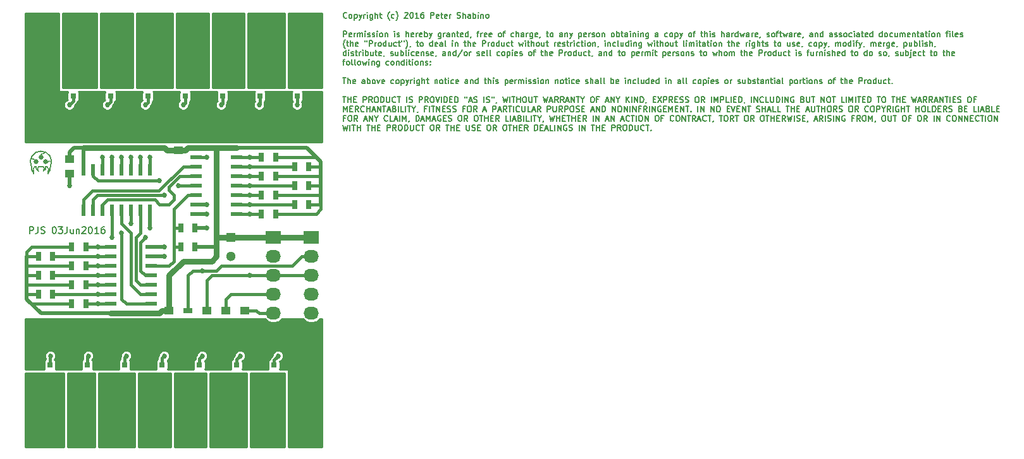
<source format=gtl>
G04 #@! TF.FileFunction,Copper,L1,Top,Signal*
%FSLAX46Y46*%
G04 Gerber Fmt 4.6, Leading zero omitted, Abs format (unit mm)*
G04 Created by KiCad (PCBNEW 4.0.2-stable) date 6/3/2016 9:25:23 PM*
%MOMM*%
G01*
G04 APERTURE LIST*
%ADD10C,0.100000*%
%ADD11C,0.190500*%
%ADD12C,0.177800*%
%ADD13R,1.300000X1.300000*%
%ADD14C,1.300000*%
%ADD15R,1.250000X1.000000*%
%ADD16R,2.032000X1.727200*%
%ADD17O,2.032000X1.727200*%
%ADD18R,2.500000X2.500000*%
%ADD19C,2.500000*%
%ADD20R,0.800100X0.800100*%
%ADD21R,0.700000X1.300000*%
%ADD22R,0.600000X1.500000*%
%ADD23R,1.500000X0.600000*%
%ADD24R,1.300000X0.700000*%
%ADD25C,0.635000*%
%ADD26C,0.685800*%
%ADD27C,0.381000*%
%ADD28C,0.762000*%
%ADD29C,0.508000*%
%ADD30C,0.254000*%
G04 APERTURE END LIST*
D10*
D11*
X100711000Y-118829667D02*
X100711000Y-117940667D01*
X101049666Y-117940667D01*
X101134333Y-117983000D01*
X101176666Y-118025333D01*
X101219000Y-118110000D01*
X101219000Y-118237000D01*
X101176666Y-118321667D01*
X101134333Y-118364000D01*
X101049666Y-118406333D01*
X100711000Y-118406333D01*
X101854000Y-117940667D02*
X101854000Y-118575667D01*
X101811666Y-118702667D01*
X101727000Y-118787333D01*
X101600000Y-118829667D01*
X101515333Y-118829667D01*
X102234999Y-118787333D02*
X102361999Y-118829667D01*
X102573666Y-118829667D01*
X102658333Y-118787333D01*
X102700666Y-118745000D01*
X102742999Y-118660333D01*
X102742999Y-118575667D01*
X102700666Y-118491000D01*
X102658333Y-118448667D01*
X102573666Y-118406333D01*
X102404333Y-118364000D01*
X102319666Y-118321667D01*
X102277333Y-118279333D01*
X102234999Y-118194667D01*
X102234999Y-118110000D01*
X102277333Y-118025333D01*
X102319666Y-117983000D01*
X102404333Y-117940667D01*
X102615999Y-117940667D01*
X102742999Y-117983000D01*
X103970666Y-117940667D02*
X104055333Y-117940667D01*
X104139999Y-117983000D01*
X104182333Y-118025333D01*
X104224666Y-118110000D01*
X104266999Y-118279333D01*
X104266999Y-118491000D01*
X104224666Y-118660333D01*
X104182333Y-118745000D01*
X104139999Y-118787333D01*
X104055333Y-118829667D01*
X103970666Y-118829667D01*
X103885999Y-118787333D01*
X103843666Y-118745000D01*
X103801333Y-118660333D01*
X103758999Y-118491000D01*
X103758999Y-118279333D01*
X103801333Y-118110000D01*
X103843666Y-118025333D01*
X103885999Y-117983000D01*
X103970666Y-117940667D01*
X104563333Y-117940667D02*
X105113666Y-117940667D01*
X104817333Y-118279333D01*
X104944333Y-118279333D01*
X105029000Y-118321667D01*
X105071333Y-118364000D01*
X105113666Y-118448667D01*
X105113666Y-118660333D01*
X105071333Y-118745000D01*
X105029000Y-118787333D01*
X104944333Y-118829667D01*
X104690333Y-118829667D01*
X104605666Y-118787333D01*
X104563333Y-118745000D01*
X105748667Y-117940667D02*
X105748667Y-118575667D01*
X105706333Y-118702667D01*
X105621667Y-118787333D01*
X105494667Y-118829667D01*
X105410000Y-118829667D01*
X106553000Y-118237000D02*
X106553000Y-118829667D01*
X106172000Y-118237000D02*
X106172000Y-118702667D01*
X106214333Y-118787333D01*
X106299000Y-118829667D01*
X106426000Y-118829667D01*
X106510666Y-118787333D01*
X106553000Y-118745000D01*
X106976333Y-118237000D02*
X106976333Y-118829667D01*
X106976333Y-118321667D02*
X107018666Y-118279333D01*
X107103333Y-118237000D01*
X107230333Y-118237000D01*
X107314999Y-118279333D01*
X107357333Y-118364000D01*
X107357333Y-118829667D01*
X107738332Y-118025333D02*
X107780666Y-117983000D01*
X107865332Y-117940667D01*
X108076999Y-117940667D01*
X108161666Y-117983000D01*
X108203999Y-118025333D01*
X108246332Y-118110000D01*
X108246332Y-118194667D01*
X108203999Y-118321667D01*
X107695999Y-118829667D01*
X108246332Y-118829667D01*
X108796666Y-117940667D02*
X108881333Y-117940667D01*
X108965999Y-117983000D01*
X109008333Y-118025333D01*
X109050666Y-118110000D01*
X109092999Y-118279333D01*
X109092999Y-118491000D01*
X109050666Y-118660333D01*
X109008333Y-118745000D01*
X108965999Y-118787333D01*
X108881333Y-118829667D01*
X108796666Y-118829667D01*
X108711999Y-118787333D01*
X108669666Y-118745000D01*
X108627333Y-118660333D01*
X108584999Y-118491000D01*
X108584999Y-118279333D01*
X108627333Y-118110000D01*
X108669666Y-118025333D01*
X108711999Y-117983000D01*
X108796666Y-117940667D01*
X109939666Y-118829667D02*
X109431666Y-118829667D01*
X109685666Y-118829667D02*
X109685666Y-117940667D01*
X109601000Y-118067667D01*
X109516333Y-118152333D01*
X109431666Y-118194667D01*
X110701667Y-117940667D02*
X110532333Y-117940667D01*
X110447667Y-117983000D01*
X110405333Y-118025333D01*
X110320667Y-118152333D01*
X110278333Y-118321667D01*
X110278333Y-118660333D01*
X110320667Y-118745000D01*
X110363000Y-118787333D01*
X110447667Y-118829667D01*
X110617000Y-118829667D01*
X110701667Y-118787333D01*
X110744000Y-118745000D01*
X110786333Y-118660333D01*
X110786333Y-118448667D01*
X110744000Y-118364000D01*
X110701667Y-118321667D01*
X110617000Y-118279333D01*
X110447667Y-118279333D01*
X110363000Y-118321667D01*
X110320667Y-118364000D01*
X110278333Y-118448667D01*
X143174357Y-89883343D02*
X143138071Y-89919629D01*
X143029214Y-89955914D01*
X142956643Y-89955914D01*
X142847786Y-89919629D01*
X142775214Y-89847057D01*
X142738929Y-89774486D01*
X142702643Y-89629343D01*
X142702643Y-89520486D01*
X142738929Y-89375343D01*
X142775214Y-89302771D01*
X142847786Y-89230200D01*
X142956643Y-89193914D01*
X143029214Y-89193914D01*
X143138071Y-89230200D01*
X143174357Y-89266486D01*
X143609786Y-89955914D02*
X143537214Y-89919629D01*
X143500929Y-89883343D01*
X143464643Y-89810771D01*
X143464643Y-89593057D01*
X143500929Y-89520486D01*
X143537214Y-89484200D01*
X143609786Y-89447914D01*
X143718643Y-89447914D01*
X143791214Y-89484200D01*
X143827500Y-89520486D01*
X143863786Y-89593057D01*
X143863786Y-89810771D01*
X143827500Y-89883343D01*
X143791214Y-89919629D01*
X143718643Y-89955914D01*
X143609786Y-89955914D01*
X144190358Y-89447914D02*
X144190358Y-90209914D01*
X144190358Y-89484200D02*
X144262929Y-89447914D01*
X144408072Y-89447914D01*
X144480643Y-89484200D01*
X144516929Y-89520486D01*
X144553215Y-89593057D01*
X144553215Y-89810771D01*
X144516929Y-89883343D01*
X144480643Y-89919629D01*
X144408072Y-89955914D01*
X144262929Y-89955914D01*
X144190358Y-89919629D01*
X144807215Y-89447914D02*
X144988644Y-89955914D01*
X145170072Y-89447914D02*
X144988644Y-89955914D01*
X144916072Y-90137343D01*
X144879787Y-90173629D01*
X144807215Y-90209914D01*
X145460358Y-89955914D02*
X145460358Y-89447914D01*
X145460358Y-89593057D02*
X145496643Y-89520486D01*
X145532929Y-89484200D01*
X145605500Y-89447914D01*
X145678072Y-89447914D01*
X145932072Y-89955914D02*
X145932072Y-89447914D01*
X145932072Y-89193914D02*
X145895786Y-89230200D01*
X145932072Y-89266486D01*
X145968357Y-89230200D01*
X145932072Y-89193914D01*
X145932072Y-89266486D01*
X146621500Y-89447914D02*
X146621500Y-90064771D01*
X146585214Y-90137343D01*
X146548929Y-90173629D01*
X146476357Y-90209914D01*
X146367500Y-90209914D01*
X146294929Y-90173629D01*
X146621500Y-89919629D02*
X146548929Y-89955914D01*
X146403786Y-89955914D01*
X146331214Y-89919629D01*
X146294929Y-89883343D01*
X146258643Y-89810771D01*
X146258643Y-89593057D01*
X146294929Y-89520486D01*
X146331214Y-89484200D01*
X146403786Y-89447914D01*
X146548929Y-89447914D01*
X146621500Y-89484200D01*
X146984358Y-89955914D02*
X146984358Y-89193914D01*
X147310929Y-89955914D02*
X147310929Y-89556771D01*
X147274643Y-89484200D01*
X147202072Y-89447914D01*
X147093215Y-89447914D01*
X147020643Y-89484200D01*
X146984358Y-89520486D01*
X147564929Y-89447914D02*
X147855215Y-89447914D01*
X147673787Y-89193914D02*
X147673787Y-89847057D01*
X147710072Y-89919629D01*
X147782644Y-89955914D01*
X147855215Y-89955914D01*
X148907501Y-90246200D02*
X148871215Y-90209914D01*
X148798644Y-90101057D01*
X148762358Y-90028486D01*
X148726072Y-89919629D01*
X148689787Y-89738200D01*
X148689787Y-89593057D01*
X148726072Y-89411629D01*
X148762358Y-89302771D01*
X148798644Y-89230200D01*
X148871215Y-89121343D01*
X148907501Y-89085057D01*
X149524358Y-89919629D02*
X149451787Y-89955914D01*
X149306644Y-89955914D01*
X149234072Y-89919629D01*
X149197787Y-89883343D01*
X149161501Y-89810771D01*
X149161501Y-89593057D01*
X149197787Y-89520486D01*
X149234072Y-89484200D01*
X149306644Y-89447914D01*
X149451787Y-89447914D01*
X149524358Y-89484200D01*
X149778358Y-90246200D02*
X149814644Y-90209914D01*
X149887215Y-90101057D01*
X149923501Y-90028486D01*
X149959787Y-89919629D01*
X149996072Y-89738200D01*
X149996072Y-89593057D01*
X149959787Y-89411629D01*
X149923501Y-89302771D01*
X149887215Y-89230200D01*
X149814644Y-89121343D01*
X149778358Y-89085057D01*
X150903215Y-89266486D02*
X150939501Y-89230200D01*
X151012072Y-89193914D01*
X151193501Y-89193914D01*
X151266072Y-89230200D01*
X151302358Y-89266486D01*
X151338643Y-89339057D01*
X151338643Y-89411629D01*
X151302358Y-89520486D01*
X150866929Y-89955914D01*
X151338643Y-89955914D01*
X151810357Y-89193914D02*
X151882929Y-89193914D01*
X151955500Y-89230200D01*
X151991786Y-89266486D01*
X152028072Y-89339057D01*
X152064357Y-89484200D01*
X152064357Y-89665629D01*
X152028072Y-89810771D01*
X151991786Y-89883343D01*
X151955500Y-89919629D01*
X151882929Y-89955914D01*
X151810357Y-89955914D01*
X151737786Y-89919629D01*
X151701500Y-89883343D01*
X151665215Y-89810771D01*
X151628929Y-89665629D01*
X151628929Y-89484200D01*
X151665215Y-89339057D01*
X151701500Y-89266486D01*
X151737786Y-89230200D01*
X151810357Y-89193914D01*
X152790071Y-89955914D02*
X152354643Y-89955914D01*
X152572357Y-89955914D02*
X152572357Y-89193914D01*
X152499786Y-89302771D01*
X152427214Y-89375343D01*
X152354643Y-89411629D01*
X153443214Y-89193914D02*
X153298071Y-89193914D01*
X153225500Y-89230200D01*
X153189214Y-89266486D01*
X153116643Y-89375343D01*
X153080357Y-89520486D01*
X153080357Y-89810771D01*
X153116643Y-89883343D01*
X153152928Y-89919629D01*
X153225500Y-89955914D01*
X153370643Y-89955914D01*
X153443214Y-89919629D01*
X153479500Y-89883343D01*
X153515785Y-89810771D01*
X153515785Y-89629343D01*
X153479500Y-89556771D01*
X153443214Y-89520486D01*
X153370643Y-89484200D01*
X153225500Y-89484200D01*
X153152928Y-89520486D01*
X153116643Y-89556771D01*
X153080357Y-89629343D01*
X154422928Y-89955914D02*
X154422928Y-89193914D01*
X154713213Y-89193914D01*
X154785785Y-89230200D01*
X154822070Y-89266486D01*
X154858356Y-89339057D01*
X154858356Y-89447914D01*
X154822070Y-89520486D01*
X154785785Y-89556771D01*
X154713213Y-89593057D01*
X154422928Y-89593057D01*
X155475213Y-89919629D02*
X155402642Y-89955914D01*
X155257499Y-89955914D01*
X155184928Y-89919629D01*
X155148642Y-89847057D01*
X155148642Y-89556771D01*
X155184928Y-89484200D01*
X155257499Y-89447914D01*
X155402642Y-89447914D01*
X155475213Y-89484200D01*
X155511499Y-89556771D01*
X155511499Y-89629343D01*
X155148642Y-89701914D01*
X155729213Y-89447914D02*
X156019499Y-89447914D01*
X155838071Y-89193914D02*
X155838071Y-89847057D01*
X155874356Y-89919629D01*
X155946928Y-89955914D01*
X156019499Y-89955914D01*
X156563785Y-89919629D02*
X156491214Y-89955914D01*
X156346071Y-89955914D01*
X156273500Y-89919629D01*
X156237214Y-89847057D01*
X156237214Y-89556771D01*
X156273500Y-89484200D01*
X156346071Y-89447914D01*
X156491214Y-89447914D01*
X156563785Y-89484200D01*
X156600071Y-89556771D01*
X156600071Y-89629343D01*
X156237214Y-89701914D01*
X156926643Y-89955914D02*
X156926643Y-89447914D01*
X156926643Y-89593057D02*
X156962928Y-89520486D01*
X156999214Y-89484200D01*
X157071785Y-89447914D01*
X157144357Y-89447914D01*
X157942642Y-89919629D02*
X158051499Y-89955914D01*
X158232928Y-89955914D01*
X158305499Y-89919629D01*
X158341785Y-89883343D01*
X158378070Y-89810771D01*
X158378070Y-89738200D01*
X158341785Y-89665629D01*
X158305499Y-89629343D01*
X158232928Y-89593057D01*
X158087785Y-89556771D01*
X158015213Y-89520486D01*
X157978928Y-89484200D01*
X157942642Y-89411629D01*
X157942642Y-89339057D01*
X157978928Y-89266486D01*
X158015213Y-89230200D01*
X158087785Y-89193914D01*
X158269213Y-89193914D01*
X158378070Y-89230200D01*
X158704642Y-89955914D02*
X158704642Y-89193914D01*
X159031213Y-89955914D02*
X159031213Y-89556771D01*
X158994927Y-89484200D01*
X158922356Y-89447914D01*
X158813499Y-89447914D01*
X158740927Y-89484200D01*
X158704642Y-89520486D01*
X159720642Y-89955914D02*
X159720642Y-89556771D01*
X159684356Y-89484200D01*
X159611785Y-89447914D01*
X159466642Y-89447914D01*
X159394071Y-89484200D01*
X159720642Y-89919629D02*
X159648071Y-89955914D01*
X159466642Y-89955914D01*
X159394071Y-89919629D01*
X159357785Y-89847057D01*
X159357785Y-89774486D01*
X159394071Y-89701914D01*
X159466642Y-89665629D01*
X159648071Y-89665629D01*
X159720642Y-89629343D01*
X160083500Y-89955914D02*
X160083500Y-89193914D01*
X160083500Y-89484200D02*
X160156071Y-89447914D01*
X160301214Y-89447914D01*
X160373785Y-89484200D01*
X160410071Y-89520486D01*
X160446357Y-89593057D01*
X160446357Y-89810771D01*
X160410071Y-89883343D01*
X160373785Y-89919629D01*
X160301214Y-89955914D01*
X160156071Y-89955914D01*
X160083500Y-89919629D01*
X160772929Y-89955914D02*
X160772929Y-89447914D01*
X160772929Y-89193914D02*
X160736643Y-89230200D01*
X160772929Y-89266486D01*
X160809214Y-89230200D01*
X160772929Y-89193914D01*
X160772929Y-89266486D01*
X161135786Y-89447914D02*
X161135786Y-89955914D01*
X161135786Y-89520486D02*
X161172071Y-89484200D01*
X161244643Y-89447914D01*
X161353500Y-89447914D01*
X161426071Y-89484200D01*
X161462357Y-89556771D01*
X161462357Y-89955914D01*
X161934072Y-89955914D02*
X161861500Y-89919629D01*
X161825215Y-89883343D01*
X161788929Y-89810771D01*
X161788929Y-89593057D01*
X161825215Y-89520486D01*
X161861500Y-89484200D01*
X161934072Y-89447914D01*
X162042929Y-89447914D01*
X162115500Y-89484200D01*
X162151786Y-89520486D01*
X162188072Y-89593057D01*
X162188072Y-89810771D01*
X162151786Y-89883343D01*
X162115500Y-89919629D01*
X162042929Y-89955914D01*
X161934072Y-89955914D01*
X142738929Y-92470514D02*
X142738929Y-91708514D01*
X143029214Y-91708514D01*
X143101786Y-91744800D01*
X143138071Y-91781086D01*
X143174357Y-91853657D01*
X143174357Y-91962514D01*
X143138071Y-92035086D01*
X143101786Y-92071371D01*
X143029214Y-92107657D01*
X142738929Y-92107657D01*
X143791214Y-92434229D02*
X143718643Y-92470514D01*
X143573500Y-92470514D01*
X143500929Y-92434229D01*
X143464643Y-92361657D01*
X143464643Y-92071371D01*
X143500929Y-91998800D01*
X143573500Y-91962514D01*
X143718643Y-91962514D01*
X143791214Y-91998800D01*
X143827500Y-92071371D01*
X143827500Y-92143943D01*
X143464643Y-92216514D01*
X144154072Y-92470514D02*
X144154072Y-91962514D01*
X144154072Y-92107657D02*
X144190357Y-92035086D01*
X144226643Y-91998800D01*
X144299214Y-91962514D01*
X144371786Y-91962514D01*
X144625786Y-92470514D02*
X144625786Y-91962514D01*
X144625786Y-92035086D02*
X144662071Y-91998800D01*
X144734643Y-91962514D01*
X144843500Y-91962514D01*
X144916071Y-91998800D01*
X144952357Y-92071371D01*
X144952357Y-92470514D01*
X144952357Y-92071371D02*
X144988643Y-91998800D01*
X145061214Y-91962514D01*
X145170071Y-91962514D01*
X145242643Y-91998800D01*
X145278928Y-92071371D01*
X145278928Y-92470514D01*
X145641786Y-92470514D02*
X145641786Y-91962514D01*
X145641786Y-91708514D02*
X145605500Y-91744800D01*
X145641786Y-91781086D01*
X145678071Y-91744800D01*
X145641786Y-91708514D01*
X145641786Y-91781086D01*
X145968357Y-92434229D02*
X146040928Y-92470514D01*
X146186071Y-92470514D01*
X146258643Y-92434229D01*
X146294928Y-92361657D01*
X146294928Y-92325371D01*
X146258643Y-92252800D01*
X146186071Y-92216514D01*
X146077214Y-92216514D01*
X146004643Y-92180229D01*
X145968357Y-92107657D01*
X145968357Y-92071371D01*
X146004643Y-91998800D01*
X146077214Y-91962514D01*
X146186071Y-91962514D01*
X146258643Y-91998800D01*
X146585214Y-92434229D02*
X146657785Y-92470514D01*
X146802928Y-92470514D01*
X146875500Y-92434229D01*
X146911785Y-92361657D01*
X146911785Y-92325371D01*
X146875500Y-92252800D01*
X146802928Y-92216514D01*
X146694071Y-92216514D01*
X146621500Y-92180229D01*
X146585214Y-92107657D01*
X146585214Y-92071371D01*
X146621500Y-91998800D01*
X146694071Y-91962514D01*
X146802928Y-91962514D01*
X146875500Y-91998800D01*
X147238357Y-92470514D02*
X147238357Y-91962514D01*
X147238357Y-91708514D02*
X147202071Y-91744800D01*
X147238357Y-91781086D01*
X147274642Y-91744800D01*
X147238357Y-91708514D01*
X147238357Y-91781086D01*
X147710071Y-92470514D02*
X147637499Y-92434229D01*
X147601214Y-92397943D01*
X147564928Y-92325371D01*
X147564928Y-92107657D01*
X147601214Y-92035086D01*
X147637499Y-91998800D01*
X147710071Y-91962514D01*
X147818928Y-91962514D01*
X147891499Y-91998800D01*
X147927785Y-92035086D01*
X147964071Y-92107657D01*
X147964071Y-92325371D01*
X147927785Y-92397943D01*
X147891499Y-92434229D01*
X147818928Y-92470514D01*
X147710071Y-92470514D01*
X148290643Y-91962514D02*
X148290643Y-92470514D01*
X148290643Y-92035086D02*
X148326928Y-91998800D01*
X148399500Y-91962514D01*
X148508357Y-91962514D01*
X148580928Y-91998800D01*
X148617214Y-92071371D01*
X148617214Y-92470514D01*
X149560643Y-92470514D02*
X149560643Y-91962514D01*
X149560643Y-91708514D02*
X149524357Y-91744800D01*
X149560643Y-91781086D01*
X149596928Y-91744800D01*
X149560643Y-91708514D01*
X149560643Y-91781086D01*
X149887214Y-92434229D02*
X149959785Y-92470514D01*
X150104928Y-92470514D01*
X150177500Y-92434229D01*
X150213785Y-92361657D01*
X150213785Y-92325371D01*
X150177500Y-92252800D01*
X150104928Y-92216514D01*
X149996071Y-92216514D01*
X149923500Y-92180229D01*
X149887214Y-92107657D01*
X149887214Y-92071371D01*
X149923500Y-91998800D01*
X149996071Y-91962514D01*
X150104928Y-91962514D01*
X150177500Y-91998800D01*
X151120928Y-92470514D02*
X151120928Y-91708514D01*
X151447499Y-92470514D02*
X151447499Y-92071371D01*
X151411213Y-91998800D01*
X151338642Y-91962514D01*
X151229785Y-91962514D01*
X151157213Y-91998800D01*
X151120928Y-92035086D01*
X152100642Y-92434229D02*
X152028071Y-92470514D01*
X151882928Y-92470514D01*
X151810357Y-92434229D01*
X151774071Y-92361657D01*
X151774071Y-92071371D01*
X151810357Y-91998800D01*
X151882928Y-91962514D01*
X152028071Y-91962514D01*
X152100642Y-91998800D01*
X152136928Y-92071371D01*
X152136928Y-92143943D01*
X151774071Y-92216514D01*
X152463500Y-92470514D02*
X152463500Y-91962514D01*
X152463500Y-92107657D02*
X152499785Y-92035086D01*
X152536071Y-91998800D01*
X152608642Y-91962514D01*
X152681214Y-91962514D01*
X153225499Y-92434229D02*
X153152928Y-92470514D01*
X153007785Y-92470514D01*
X152935214Y-92434229D01*
X152898928Y-92361657D01*
X152898928Y-92071371D01*
X152935214Y-91998800D01*
X153007785Y-91962514D01*
X153152928Y-91962514D01*
X153225499Y-91998800D01*
X153261785Y-92071371D01*
X153261785Y-92143943D01*
X152898928Y-92216514D01*
X153588357Y-92470514D02*
X153588357Y-91708514D01*
X153588357Y-91998800D02*
X153660928Y-91962514D01*
X153806071Y-91962514D01*
X153878642Y-91998800D01*
X153914928Y-92035086D01*
X153951214Y-92107657D01*
X153951214Y-92325371D01*
X153914928Y-92397943D01*
X153878642Y-92434229D01*
X153806071Y-92470514D01*
X153660928Y-92470514D01*
X153588357Y-92434229D01*
X154205214Y-91962514D02*
X154386643Y-92470514D01*
X154568071Y-91962514D02*
X154386643Y-92470514D01*
X154314071Y-92651943D01*
X154277786Y-92688229D01*
X154205214Y-92724514D01*
X155765499Y-91962514D02*
X155765499Y-92579371D01*
X155729213Y-92651943D01*
X155692928Y-92688229D01*
X155620356Y-92724514D01*
X155511499Y-92724514D01*
X155438928Y-92688229D01*
X155765499Y-92434229D02*
X155692928Y-92470514D01*
X155547785Y-92470514D01*
X155475213Y-92434229D01*
X155438928Y-92397943D01*
X155402642Y-92325371D01*
X155402642Y-92107657D01*
X155438928Y-92035086D01*
X155475213Y-91998800D01*
X155547785Y-91962514D01*
X155692928Y-91962514D01*
X155765499Y-91998800D01*
X156128357Y-92470514D02*
X156128357Y-91962514D01*
X156128357Y-92107657D02*
X156164642Y-92035086D01*
X156200928Y-91998800D01*
X156273499Y-91962514D01*
X156346071Y-91962514D01*
X156926642Y-92470514D02*
X156926642Y-92071371D01*
X156890356Y-91998800D01*
X156817785Y-91962514D01*
X156672642Y-91962514D01*
X156600071Y-91998800D01*
X156926642Y-92434229D02*
X156854071Y-92470514D01*
X156672642Y-92470514D01*
X156600071Y-92434229D01*
X156563785Y-92361657D01*
X156563785Y-92289086D01*
X156600071Y-92216514D01*
X156672642Y-92180229D01*
X156854071Y-92180229D01*
X156926642Y-92143943D01*
X157289500Y-91962514D02*
X157289500Y-92470514D01*
X157289500Y-92035086D02*
X157325785Y-91998800D01*
X157398357Y-91962514D01*
X157507214Y-91962514D01*
X157579785Y-91998800D01*
X157616071Y-92071371D01*
X157616071Y-92470514D01*
X157870071Y-91962514D02*
X158160357Y-91962514D01*
X157978929Y-91708514D02*
X157978929Y-92361657D01*
X158015214Y-92434229D01*
X158087786Y-92470514D01*
X158160357Y-92470514D01*
X158704643Y-92434229D02*
X158632072Y-92470514D01*
X158486929Y-92470514D01*
X158414358Y-92434229D01*
X158378072Y-92361657D01*
X158378072Y-92071371D01*
X158414358Y-91998800D01*
X158486929Y-91962514D01*
X158632072Y-91962514D01*
X158704643Y-91998800D01*
X158740929Y-92071371D01*
X158740929Y-92143943D01*
X158378072Y-92216514D01*
X159394072Y-92470514D02*
X159394072Y-91708514D01*
X159394072Y-92434229D02*
X159321501Y-92470514D01*
X159176358Y-92470514D01*
X159103786Y-92434229D01*
X159067501Y-92397943D01*
X159031215Y-92325371D01*
X159031215Y-92107657D01*
X159067501Y-92035086D01*
X159103786Y-91998800D01*
X159176358Y-91962514D01*
X159321501Y-91962514D01*
X159394072Y-91998800D01*
X159793215Y-92434229D02*
X159793215Y-92470514D01*
X159756930Y-92543086D01*
X159720644Y-92579371D01*
X160591500Y-91962514D02*
X160881786Y-91962514D01*
X160700358Y-92470514D02*
X160700358Y-91817371D01*
X160736643Y-91744800D01*
X160809215Y-91708514D01*
X160881786Y-91708514D01*
X161135787Y-92470514D02*
X161135787Y-91962514D01*
X161135787Y-92107657D02*
X161172072Y-92035086D01*
X161208358Y-91998800D01*
X161280929Y-91962514D01*
X161353501Y-91962514D01*
X161897786Y-92434229D02*
X161825215Y-92470514D01*
X161680072Y-92470514D01*
X161607501Y-92434229D01*
X161571215Y-92361657D01*
X161571215Y-92071371D01*
X161607501Y-91998800D01*
X161680072Y-91962514D01*
X161825215Y-91962514D01*
X161897786Y-91998800D01*
X161934072Y-92071371D01*
X161934072Y-92143943D01*
X161571215Y-92216514D01*
X162550929Y-92434229D02*
X162478358Y-92470514D01*
X162333215Y-92470514D01*
X162260644Y-92434229D01*
X162224358Y-92361657D01*
X162224358Y-92071371D01*
X162260644Y-91998800D01*
X162333215Y-91962514D01*
X162478358Y-91962514D01*
X162550929Y-91998800D01*
X162587215Y-92071371D01*
X162587215Y-92143943D01*
X162224358Y-92216514D01*
X163603215Y-92470514D02*
X163530643Y-92434229D01*
X163494358Y-92397943D01*
X163458072Y-92325371D01*
X163458072Y-92107657D01*
X163494358Y-92035086D01*
X163530643Y-91998800D01*
X163603215Y-91962514D01*
X163712072Y-91962514D01*
X163784643Y-91998800D01*
X163820929Y-92035086D01*
X163857215Y-92107657D01*
X163857215Y-92325371D01*
X163820929Y-92397943D01*
X163784643Y-92434229D01*
X163712072Y-92470514D01*
X163603215Y-92470514D01*
X164074929Y-91962514D02*
X164365215Y-91962514D01*
X164183787Y-92470514D02*
X164183787Y-91817371D01*
X164220072Y-91744800D01*
X164292644Y-91708514D01*
X164365215Y-91708514D01*
X165526358Y-92434229D02*
X165453787Y-92470514D01*
X165308644Y-92470514D01*
X165236072Y-92434229D01*
X165199787Y-92397943D01*
X165163501Y-92325371D01*
X165163501Y-92107657D01*
X165199787Y-92035086D01*
X165236072Y-91998800D01*
X165308644Y-91962514D01*
X165453787Y-91962514D01*
X165526358Y-91998800D01*
X165852930Y-92470514D02*
X165852930Y-91708514D01*
X166179501Y-92470514D02*
X166179501Y-92071371D01*
X166143215Y-91998800D01*
X166070644Y-91962514D01*
X165961787Y-91962514D01*
X165889215Y-91998800D01*
X165852930Y-92035086D01*
X166868930Y-92470514D02*
X166868930Y-92071371D01*
X166832644Y-91998800D01*
X166760073Y-91962514D01*
X166614930Y-91962514D01*
X166542359Y-91998800D01*
X166868930Y-92434229D02*
X166796359Y-92470514D01*
X166614930Y-92470514D01*
X166542359Y-92434229D01*
X166506073Y-92361657D01*
X166506073Y-92289086D01*
X166542359Y-92216514D01*
X166614930Y-92180229D01*
X166796359Y-92180229D01*
X166868930Y-92143943D01*
X167231788Y-92470514D02*
X167231788Y-91962514D01*
X167231788Y-92107657D02*
X167268073Y-92035086D01*
X167304359Y-91998800D01*
X167376930Y-91962514D01*
X167449502Y-91962514D01*
X168030073Y-91962514D02*
X168030073Y-92579371D01*
X167993787Y-92651943D01*
X167957502Y-92688229D01*
X167884930Y-92724514D01*
X167776073Y-92724514D01*
X167703502Y-92688229D01*
X168030073Y-92434229D02*
X167957502Y-92470514D01*
X167812359Y-92470514D01*
X167739787Y-92434229D01*
X167703502Y-92397943D01*
X167667216Y-92325371D01*
X167667216Y-92107657D01*
X167703502Y-92035086D01*
X167739787Y-91998800D01*
X167812359Y-91962514D01*
X167957502Y-91962514D01*
X168030073Y-91998800D01*
X168683216Y-92434229D02*
X168610645Y-92470514D01*
X168465502Y-92470514D01*
X168392931Y-92434229D01*
X168356645Y-92361657D01*
X168356645Y-92071371D01*
X168392931Y-91998800D01*
X168465502Y-91962514D01*
X168610645Y-91962514D01*
X168683216Y-91998800D01*
X168719502Y-92071371D01*
X168719502Y-92143943D01*
X168356645Y-92216514D01*
X169082359Y-92434229D02*
X169082359Y-92470514D01*
X169046074Y-92543086D01*
X169009788Y-92579371D01*
X169880644Y-91962514D02*
X170170930Y-91962514D01*
X169989502Y-91708514D02*
X169989502Y-92361657D01*
X170025787Y-92434229D01*
X170098359Y-92470514D01*
X170170930Y-92470514D01*
X170533788Y-92470514D02*
X170461216Y-92434229D01*
X170424931Y-92397943D01*
X170388645Y-92325371D01*
X170388645Y-92107657D01*
X170424931Y-92035086D01*
X170461216Y-91998800D01*
X170533788Y-91962514D01*
X170642645Y-91962514D01*
X170715216Y-91998800D01*
X170751502Y-92035086D01*
X170787788Y-92107657D01*
X170787788Y-92325371D01*
X170751502Y-92397943D01*
X170715216Y-92434229D01*
X170642645Y-92470514D01*
X170533788Y-92470514D01*
X172021502Y-92470514D02*
X172021502Y-92071371D01*
X171985216Y-91998800D01*
X171912645Y-91962514D01*
X171767502Y-91962514D01*
X171694931Y-91998800D01*
X172021502Y-92434229D02*
X171948931Y-92470514D01*
X171767502Y-92470514D01*
X171694931Y-92434229D01*
X171658645Y-92361657D01*
X171658645Y-92289086D01*
X171694931Y-92216514D01*
X171767502Y-92180229D01*
X171948931Y-92180229D01*
X172021502Y-92143943D01*
X172384360Y-91962514D02*
X172384360Y-92470514D01*
X172384360Y-92035086D02*
X172420645Y-91998800D01*
X172493217Y-91962514D01*
X172602074Y-91962514D01*
X172674645Y-91998800D01*
X172710931Y-92071371D01*
X172710931Y-92470514D01*
X173001217Y-91962514D02*
X173182646Y-92470514D01*
X173364074Y-91962514D02*
X173182646Y-92470514D01*
X173110074Y-92651943D01*
X173073789Y-92688229D01*
X173001217Y-92724514D01*
X174234931Y-91962514D02*
X174234931Y-92724514D01*
X174234931Y-91998800D02*
X174307502Y-91962514D01*
X174452645Y-91962514D01*
X174525216Y-91998800D01*
X174561502Y-92035086D01*
X174597788Y-92107657D01*
X174597788Y-92325371D01*
X174561502Y-92397943D01*
X174525216Y-92434229D01*
X174452645Y-92470514D01*
X174307502Y-92470514D01*
X174234931Y-92434229D01*
X175214645Y-92434229D02*
X175142074Y-92470514D01*
X174996931Y-92470514D01*
X174924360Y-92434229D01*
X174888074Y-92361657D01*
X174888074Y-92071371D01*
X174924360Y-91998800D01*
X174996931Y-91962514D01*
X175142074Y-91962514D01*
X175214645Y-91998800D01*
X175250931Y-92071371D01*
X175250931Y-92143943D01*
X174888074Y-92216514D01*
X175577503Y-92470514D02*
X175577503Y-91962514D01*
X175577503Y-92107657D02*
X175613788Y-92035086D01*
X175650074Y-91998800D01*
X175722645Y-91962514D01*
X175795217Y-91962514D01*
X176012931Y-92434229D02*
X176085502Y-92470514D01*
X176230645Y-92470514D01*
X176303217Y-92434229D01*
X176339502Y-92361657D01*
X176339502Y-92325371D01*
X176303217Y-92252800D01*
X176230645Y-92216514D01*
X176121788Y-92216514D01*
X176049217Y-92180229D01*
X176012931Y-92107657D01*
X176012931Y-92071371D01*
X176049217Y-91998800D01*
X176121788Y-91962514D01*
X176230645Y-91962514D01*
X176303217Y-91998800D01*
X176774931Y-92470514D02*
X176702359Y-92434229D01*
X176666074Y-92397943D01*
X176629788Y-92325371D01*
X176629788Y-92107657D01*
X176666074Y-92035086D01*
X176702359Y-91998800D01*
X176774931Y-91962514D01*
X176883788Y-91962514D01*
X176956359Y-91998800D01*
X176992645Y-92035086D01*
X177028931Y-92107657D01*
X177028931Y-92325371D01*
X176992645Y-92397943D01*
X176956359Y-92434229D01*
X176883788Y-92470514D01*
X176774931Y-92470514D01*
X177355503Y-91962514D02*
X177355503Y-92470514D01*
X177355503Y-92035086D02*
X177391788Y-91998800D01*
X177464360Y-91962514D01*
X177573217Y-91962514D01*
X177645788Y-91998800D01*
X177682074Y-92071371D01*
X177682074Y-92470514D01*
X178734360Y-92470514D02*
X178661788Y-92434229D01*
X178625503Y-92397943D01*
X178589217Y-92325371D01*
X178589217Y-92107657D01*
X178625503Y-92035086D01*
X178661788Y-91998800D01*
X178734360Y-91962514D01*
X178843217Y-91962514D01*
X178915788Y-91998800D01*
X178952074Y-92035086D01*
X178988360Y-92107657D01*
X178988360Y-92325371D01*
X178952074Y-92397943D01*
X178915788Y-92434229D01*
X178843217Y-92470514D01*
X178734360Y-92470514D01*
X179314932Y-92470514D02*
X179314932Y-91708514D01*
X179314932Y-91998800D02*
X179387503Y-91962514D01*
X179532646Y-91962514D01*
X179605217Y-91998800D01*
X179641503Y-92035086D01*
X179677789Y-92107657D01*
X179677789Y-92325371D01*
X179641503Y-92397943D01*
X179605217Y-92434229D01*
X179532646Y-92470514D01*
X179387503Y-92470514D01*
X179314932Y-92434229D01*
X179895503Y-91962514D02*
X180185789Y-91962514D01*
X180004361Y-91708514D02*
X180004361Y-92361657D01*
X180040646Y-92434229D01*
X180113218Y-92470514D01*
X180185789Y-92470514D01*
X180766361Y-92470514D02*
X180766361Y-92071371D01*
X180730075Y-91998800D01*
X180657504Y-91962514D01*
X180512361Y-91962514D01*
X180439790Y-91998800D01*
X180766361Y-92434229D02*
X180693790Y-92470514D01*
X180512361Y-92470514D01*
X180439790Y-92434229D01*
X180403504Y-92361657D01*
X180403504Y-92289086D01*
X180439790Y-92216514D01*
X180512361Y-92180229D01*
X180693790Y-92180229D01*
X180766361Y-92143943D01*
X181129219Y-92470514D02*
X181129219Y-91962514D01*
X181129219Y-91708514D02*
X181092933Y-91744800D01*
X181129219Y-91781086D01*
X181165504Y-91744800D01*
X181129219Y-91708514D01*
X181129219Y-91781086D01*
X181492076Y-91962514D02*
X181492076Y-92470514D01*
X181492076Y-92035086D02*
X181528361Y-91998800D01*
X181600933Y-91962514D01*
X181709790Y-91962514D01*
X181782361Y-91998800D01*
X181818647Y-92071371D01*
X181818647Y-92470514D01*
X182181505Y-92470514D02*
X182181505Y-91962514D01*
X182181505Y-91708514D02*
X182145219Y-91744800D01*
X182181505Y-91781086D01*
X182217790Y-91744800D01*
X182181505Y-91708514D01*
X182181505Y-91781086D01*
X182544362Y-91962514D02*
X182544362Y-92470514D01*
X182544362Y-92035086D02*
X182580647Y-91998800D01*
X182653219Y-91962514D01*
X182762076Y-91962514D01*
X182834647Y-91998800D01*
X182870933Y-92071371D01*
X182870933Y-92470514D01*
X183560362Y-91962514D02*
X183560362Y-92579371D01*
X183524076Y-92651943D01*
X183487791Y-92688229D01*
X183415219Y-92724514D01*
X183306362Y-92724514D01*
X183233791Y-92688229D01*
X183560362Y-92434229D02*
X183487791Y-92470514D01*
X183342648Y-92470514D01*
X183270076Y-92434229D01*
X183233791Y-92397943D01*
X183197505Y-92325371D01*
X183197505Y-92107657D01*
X183233791Y-92035086D01*
X183270076Y-91998800D01*
X183342648Y-91962514D01*
X183487791Y-91962514D01*
X183560362Y-91998800D01*
X184830362Y-92470514D02*
X184830362Y-92071371D01*
X184794076Y-91998800D01*
X184721505Y-91962514D01*
X184576362Y-91962514D01*
X184503791Y-91998800D01*
X184830362Y-92434229D02*
X184757791Y-92470514D01*
X184576362Y-92470514D01*
X184503791Y-92434229D01*
X184467505Y-92361657D01*
X184467505Y-92289086D01*
X184503791Y-92216514D01*
X184576362Y-92180229D01*
X184757791Y-92180229D01*
X184830362Y-92143943D01*
X186100362Y-92434229D02*
X186027791Y-92470514D01*
X185882648Y-92470514D01*
X185810076Y-92434229D01*
X185773791Y-92397943D01*
X185737505Y-92325371D01*
X185737505Y-92107657D01*
X185773791Y-92035086D01*
X185810076Y-91998800D01*
X185882648Y-91962514D01*
X186027791Y-91962514D01*
X186100362Y-91998800D01*
X186535791Y-92470514D02*
X186463219Y-92434229D01*
X186426934Y-92397943D01*
X186390648Y-92325371D01*
X186390648Y-92107657D01*
X186426934Y-92035086D01*
X186463219Y-91998800D01*
X186535791Y-91962514D01*
X186644648Y-91962514D01*
X186717219Y-91998800D01*
X186753505Y-92035086D01*
X186789791Y-92107657D01*
X186789791Y-92325371D01*
X186753505Y-92397943D01*
X186717219Y-92434229D01*
X186644648Y-92470514D01*
X186535791Y-92470514D01*
X187116363Y-91962514D02*
X187116363Y-92724514D01*
X187116363Y-91998800D02*
X187188934Y-91962514D01*
X187334077Y-91962514D01*
X187406648Y-91998800D01*
X187442934Y-92035086D01*
X187479220Y-92107657D01*
X187479220Y-92325371D01*
X187442934Y-92397943D01*
X187406648Y-92434229D01*
X187334077Y-92470514D01*
X187188934Y-92470514D01*
X187116363Y-92434229D01*
X187733220Y-91962514D02*
X187914649Y-92470514D01*
X188096077Y-91962514D02*
X187914649Y-92470514D01*
X187842077Y-92651943D01*
X187805792Y-92688229D01*
X187733220Y-92724514D01*
X189075791Y-92470514D02*
X189003219Y-92434229D01*
X188966934Y-92397943D01*
X188930648Y-92325371D01*
X188930648Y-92107657D01*
X188966934Y-92035086D01*
X189003219Y-91998800D01*
X189075791Y-91962514D01*
X189184648Y-91962514D01*
X189257219Y-91998800D01*
X189293505Y-92035086D01*
X189329791Y-92107657D01*
X189329791Y-92325371D01*
X189293505Y-92397943D01*
X189257219Y-92434229D01*
X189184648Y-92470514D01*
X189075791Y-92470514D01*
X189547505Y-91962514D02*
X189837791Y-91962514D01*
X189656363Y-92470514D02*
X189656363Y-91817371D01*
X189692648Y-91744800D01*
X189765220Y-91708514D01*
X189837791Y-91708514D01*
X190563505Y-91962514D02*
X190853791Y-91962514D01*
X190672363Y-91708514D02*
X190672363Y-92361657D01*
X190708648Y-92434229D01*
X190781220Y-92470514D01*
X190853791Y-92470514D01*
X191107792Y-92470514D02*
X191107792Y-91708514D01*
X191434363Y-92470514D02*
X191434363Y-92071371D01*
X191398077Y-91998800D01*
X191325506Y-91962514D01*
X191216649Y-91962514D01*
X191144077Y-91998800D01*
X191107792Y-92035086D01*
X191797221Y-92470514D02*
X191797221Y-91962514D01*
X191797221Y-91708514D02*
X191760935Y-91744800D01*
X191797221Y-91781086D01*
X191833506Y-91744800D01*
X191797221Y-91708514D01*
X191797221Y-91781086D01*
X192123792Y-92434229D02*
X192196363Y-92470514D01*
X192341506Y-92470514D01*
X192414078Y-92434229D01*
X192450363Y-92361657D01*
X192450363Y-92325371D01*
X192414078Y-92252800D01*
X192341506Y-92216514D01*
X192232649Y-92216514D01*
X192160078Y-92180229D01*
X192123792Y-92107657D01*
X192123792Y-92071371D01*
X192160078Y-91998800D01*
X192232649Y-91962514D01*
X192341506Y-91962514D01*
X192414078Y-91998800D01*
X193357506Y-92470514D02*
X193357506Y-91708514D01*
X193684077Y-92470514D02*
X193684077Y-92071371D01*
X193647791Y-91998800D01*
X193575220Y-91962514D01*
X193466363Y-91962514D01*
X193393791Y-91998800D01*
X193357506Y-92035086D01*
X194373506Y-92470514D02*
X194373506Y-92071371D01*
X194337220Y-91998800D01*
X194264649Y-91962514D01*
X194119506Y-91962514D01*
X194046935Y-91998800D01*
X194373506Y-92434229D02*
X194300935Y-92470514D01*
X194119506Y-92470514D01*
X194046935Y-92434229D01*
X194010649Y-92361657D01*
X194010649Y-92289086D01*
X194046935Y-92216514D01*
X194119506Y-92180229D01*
X194300935Y-92180229D01*
X194373506Y-92143943D01*
X194736364Y-92470514D02*
X194736364Y-91962514D01*
X194736364Y-92107657D02*
X194772649Y-92035086D01*
X194808935Y-91998800D01*
X194881506Y-91962514D01*
X194954078Y-91962514D01*
X195534649Y-92470514D02*
X195534649Y-91708514D01*
X195534649Y-92434229D02*
X195462078Y-92470514D01*
X195316935Y-92470514D01*
X195244363Y-92434229D01*
X195208078Y-92397943D01*
X195171792Y-92325371D01*
X195171792Y-92107657D01*
X195208078Y-92035086D01*
X195244363Y-91998800D01*
X195316935Y-91962514D01*
X195462078Y-91962514D01*
X195534649Y-91998800D01*
X195824935Y-91962514D02*
X195970078Y-92470514D01*
X196115221Y-92107657D01*
X196260364Y-92470514D01*
X196405507Y-91962514D01*
X197022364Y-92470514D02*
X197022364Y-92071371D01*
X196986078Y-91998800D01*
X196913507Y-91962514D01*
X196768364Y-91962514D01*
X196695793Y-91998800D01*
X197022364Y-92434229D02*
X196949793Y-92470514D01*
X196768364Y-92470514D01*
X196695793Y-92434229D01*
X196659507Y-92361657D01*
X196659507Y-92289086D01*
X196695793Y-92216514D01*
X196768364Y-92180229D01*
X196949793Y-92180229D01*
X197022364Y-92143943D01*
X197385222Y-92470514D02*
X197385222Y-91962514D01*
X197385222Y-92107657D02*
X197421507Y-92035086D01*
X197457793Y-91998800D01*
X197530364Y-91962514D01*
X197602936Y-91962514D01*
X198147221Y-92434229D02*
X198074650Y-92470514D01*
X197929507Y-92470514D01*
X197856936Y-92434229D01*
X197820650Y-92361657D01*
X197820650Y-92071371D01*
X197856936Y-91998800D01*
X197929507Y-91962514D01*
X198074650Y-91962514D01*
X198147221Y-91998800D01*
X198183507Y-92071371D01*
X198183507Y-92143943D01*
X197820650Y-92216514D01*
X198546364Y-92434229D02*
X198546364Y-92470514D01*
X198510079Y-92543086D01*
X198473793Y-92579371D01*
X199417221Y-92434229D02*
X199489792Y-92470514D01*
X199634935Y-92470514D01*
X199707507Y-92434229D01*
X199743792Y-92361657D01*
X199743792Y-92325371D01*
X199707507Y-92252800D01*
X199634935Y-92216514D01*
X199526078Y-92216514D01*
X199453507Y-92180229D01*
X199417221Y-92107657D01*
X199417221Y-92071371D01*
X199453507Y-91998800D01*
X199526078Y-91962514D01*
X199634935Y-91962514D01*
X199707507Y-91998800D01*
X200179221Y-92470514D02*
X200106649Y-92434229D01*
X200070364Y-92397943D01*
X200034078Y-92325371D01*
X200034078Y-92107657D01*
X200070364Y-92035086D01*
X200106649Y-91998800D01*
X200179221Y-91962514D01*
X200288078Y-91962514D01*
X200360649Y-91998800D01*
X200396935Y-92035086D01*
X200433221Y-92107657D01*
X200433221Y-92325371D01*
X200396935Y-92397943D01*
X200360649Y-92434229D01*
X200288078Y-92470514D01*
X200179221Y-92470514D01*
X200650935Y-91962514D02*
X200941221Y-91962514D01*
X200759793Y-92470514D02*
X200759793Y-91817371D01*
X200796078Y-91744800D01*
X200868650Y-91708514D01*
X200941221Y-91708514D01*
X201086364Y-91962514D02*
X201376650Y-91962514D01*
X201195222Y-91708514D02*
X201195222Y-92361657D01*
X201231507Y-92434229D01*
X201304079Y-92470514D01*
X201376650Y-92470514D01*
X201558079Y-91962514D02*
X201703222Y-92470514D01*
X201848365Y-92107657D01*
X201993508Y-92470514D01*
X202138651Y-91962514D01*
X202755508Y-92470514D02*
X202755508Y-92071371D01*
X202719222Y-91998800D01*
X202646651Y-91962514D01*
X202501508Y-91962514D01*
X202428937Y-91998800D01*
X202755508Y-92434229D02*
X202682937Y-92470514D01*
X202501508Y-92470514D01*
X202428937Y-92434229D01*
X202392651Y-92361657D01*
X202392651Y-92289086D01*
X202428937Y-92216514D01*
X202501508Y-92180229D01*
X202682937Y-92180229D01*
X202755508Y-92143943D01*
X203118366Y-92470514D02*
X203118366Y-91962514D01*
X203118366Y-92107657D02*
X203154651Y-92035086D01*
X203190937Y-91998800D01*
X203263508Y-91962514D01*
X203336080Y-91962514D01*
X203880365Y-92434229D02*
X203807794Y-92470514D01*
X203662651Y-92470514D01*
X203590080Y-92434229D01*
X203553794Y-92361657D01*
X203553794Y-92071371D01*
X203590080Y-91998800D01*
X203662651Y-91962514D01*
X203807794Y-91962514D01*
X203880365Y-91998800D01*
X203916651Y-92071371D01*
X203916651Y-92143943D01*
X203553794Y-92216514D01*
X204279508Y-92434229D02*
X204279508Y-92470514D01*
X204243223Y-92543086D01*
X204206937Y-92579371D01*
X205513222Y-92470514D02*
X205513222Y-92071371D01*
X205476936Y-91998800D01*
X205404365Y-91962514D01*
X205259222Y-91962514D01*
X205186651Y-91998800D01*
X205513222Y-92434229D02*
X205440651Y-92470514D01*
X205259222Y-92470514D01*
X205186651Y-92434229D01*
X205150365Y-92361657D01*
X205150365Y-92289086D01*
X205186651Y-92216514D01*
X205259222Y-92180229D01*
X205440651Y-92180229D01*
X205513222Y-92143943D01*
X205876080Y-91962514D02*
X205876080Y-92470514D01*
X205876080Y-92035086D02*
X205912365Y-91998800D01*
X205984937Y-91962514D01*
X206093794Y-91962514D01*
X206166365Y-91998800D01*
X206202651Y-92071371D01*
X206202651Y-92470514D01*
X206892080Y-92470514D02*
X206892080Y-91708514D01*
X206892080Y-92434229D02*
X206819509Y-92470514D01*
X206674366Y-92470514D01*
X206601794Y-92434229D01*
X206565509Y-92397943D01*
X206529223Y-92325371D01*
X206529223Y-92107657D01*
X206565509Y-92035086D01*
X206601794Y-91998800D01*
X206674366Y-91962514D01*
X206819509Y-91962514D01*
X206892080Y-91998800D01*
X208162080Y-92470514D02*
X208162080Y-92071371D01*
X208125794Y-91998800D01*
X208053223Y-91962514D01*
X207908080Y-91962514D01*
X207835509Y-91998800D01*
X208162080Y-92434229D02*
X208089509Y-92470514D01*
X207908080Y-92470514D01*
X207835509Y-92434229D01*
X207799223Y-92361657D01*
X207799223Y-92289086D01*
X207835509Y-92216514D01*
X207908080Y-92180229D01*
X208089509Y-92180229D01*
X208162080Y-92143943D01*
X208488652Y-92434229D02*
X208561223Y-92470514D01*
X208706366Y-92470514D01*
X208778938Y-92434229D01*
X208815223Y-92361657D01*
X208815223Y-92325371D01*
X208778938Y-92252800D01*
X208706366Y-92216514D01*
X208597509Y-92216514D01*
X208524938Y-92180229D01*
X208488652Y-92107657D01*
X208488652Y-92071371D01*
X208524938Y-91998800D01*
X208597509Y-91962514D01*
X208706366Y-91962514D01*
X208778938Y-91998800D01*
X209105509Y-92434229D02*
X209178080Y-92470514D01*
X209323223Y-92470514D01*
X209395795Y-92434229D01*
X209432080Y-92361657D01*
X209432080Y-92325371D01*
X209395795Y-92252800D01*
X209323223Y-92216514D01*
X209214366Y-92216514D01*
X209141795Y-92180229D01*
X209105509Y-92107657D01*
X209105509Y-92071371D01*
X209141795Y-91998800D01*
X209214366Y-91962514D01*
X209323223Y-91962514D01*
X209395795Y-91998800D01*
X209867509Y-92470514D02*
X209794937Y-92434229D01*
X209758652Y-92397943D01*
X209722366Y-92325371D01*
X209722366Y-92107657D01*
X209758652Y-92035086D01*
X209794937Y-91998800D01*
X209867509Y-91962514D01*
X209976366Y-91962514D01*
X210048937Y-91998800D01*
X210085223Y-92035086D01*
X210121509Y-92107657D01*
X210121509Y-92325371D01*
X210085223Y-92397943D01*
X210048937Y-92434229D01*
X209976366Y-92470514D01*
X209867509Y-92470514D01*
X210774652Y-92434229D02*
X210702081Y-92470514D01*
X210556938Y-92470514D01*
X210484366Y-92434229D01*
X210448081Y-92397943D01*
X210411795Y-92325371D01*
X210411795Y-92107657D01*
X210448081Y-92035086D01*
X210484366Y-91998800D01*
X210556938Y-91962514D01*
X210702081Y-91962514D01*
X210774652Y-91998800D01*
X211101224Y-92470514D02*
X211101224Y-91962514D01*
X211101224Y-91708514D02*
X211064938Y-91744800D01*
X211101224Y-91781086D01*
X211137509Y-91744800D01*
X211101224Y-91708514D01*
X211101224Y-91781086D01*
X211790652Y-92470514D02*
X211790652Y-92071371D01*
X211754366Y-91998800D01*
X211681795Y-91962514D01*
X211536652Y-91962514D01*
X211464081Y-91998800D01*
X211790652Y-92434229D02*
X211718081Y-92470514D01*
X211536652Y-92470514D01*
X211464081Y-92434229D01*
X211427795Y-92361657D01*
X211427795Y-92289086D01*
X211464081Y-92216514D01*
X211536652Y-92180229D01*
X211718081Y-92180229D01*
X211790652Y-92143943D01*
X212044652Y-91962514D02*
X212334938Y-91962514D01*
X212153510Y-91708514D02*
X212153510Y-92361657D01*
X212189795Y-92434229D01*
X212262367Y-92470514D01*
X212334938Y-92470514D01*
X212879224Y-92434229D02*
X212806653Y-92470514D01*
X212661510Y-92470514D01*
X212588939Y-92434229D01*
X212552653Y-92361657D01*
X212552653Y-92071371D01*
X212588939Y-91998800D01*
X212661510Y-91962514D01*
X212806653Y-91962514D01*
X212879224Y-91998800D01*
X212915510Y-92071371D01*
X212915510Y-92143943D01*
X212552653Y-92216514D01*
X213568653Y-92470514D02*
X213568653Y-91708514D01*
X213568653Y-92434229D02*
X213496082Y-92470514D01*
X213350939Y-92470514D01*
X213278367Y-92434229D01*
X213242082Y-92397943D01*
X213205796Y-92325371D01*
X213205796Y-92107657D01*
X213242082Y-92035086D01*
X213278367Y-91998800D01*
X213350939Y-91962514D01*
X213496082Y-91962514D01*
X213568653Y-91998800D01*
X214838653Y-92470514D02*
X214838653Y-91708514D01*
X214838653Y-92434229D02*
X214766082Y-92470514D01*
X214620939Y-92470514D01*
X214548367Y-92434229D01*
X214512082Y-92397943D01*
X214475796Y-92325371D01*
X214475796Y-92107657D01*
X214512082Y-92035086D01*
X214548367Y-91998800D01*
X214620939Y-91962514D01*
X214766082Y-91962514D01*
X214838653Y-91998800D01*
X215310368Y-92470514D02*
X215237796Y-92434229D01*
X215201511Y-92397943D01*
X215165225Y-92325371D01*
X215165225Y-92107657D01*
X215201511Y-92035086D01*
X215237796Y-91998800D01*
X215310368Y-91962514D01*
X215419225Y-91962514D01*
X215491796Y-91998800D01*
X215528082Y-92035086D01*
X215564368Y-92107657D01*
X215564368Y-92325371D01*
X215528082Y-92397943D01*
X215491796Y-92434229D01*
X215419225Y-92470514D01*
X215310368Y-92470514D01*
X216217511Y-92434229D02*
X216144940Y-92470514D01*
X215999797Y-92470514D01*
X215927225Y-92434229D01*
X215890940Y-92397943D01*
X215854654Y-92325371D01*
X215854654Y-92107657D01*
X215890940Y-92035086D01*
X215927225Y-91998800D01*
X215999797Y-91962514D01*
X216144940Y-91962514D01*
X216217511Y-91998800D01*
X216870654Y-91962514D02*
X216870654Y-92470514D01*
X216544083Y-91962514D02*
X216544083Y-92361657D01*
X216580368Y-92434229D01*
X216652940Y-92470514D01*
X216761797Y-92470514D01*
X216834368Y-92434229D01*
X216870654Y-92397943D01*
X217233512Y-92470514D02*
X217233512Y-91962514D01*
X217233512Y-92035086D02*
X217269797Y-91998800D01*
X217342369Y-91962514D01*
X217451226Y-91962514D01*
X217523797Y-91998800D01*
X217560083Y-92071371D01*
X217560083Y-92470514D01*
X217560083Y-92071371D02*
X217596369Y-91998800D01*
X217668940Y-91962514D01*
X217777797Y-91962514D01*
X217850369Y-91998800D01*
X217886654Y-92071371D01*
X217886654Y-92470514D01*
X218539797Y-92434229D02*
X218467226Y-92470514D01*
X218322083Y-92470514D01*
X218249512Y-92434229D01*
X218213226Y-92361657D01*
X218213226Y-92071371D01*
X218249512Y-91998800D01*
X218322083Y-91962514D01*
X218467226Y-91962514D01*
X218539797Y-91998800D01*
X218576083Y-92071371D01*
X218576083Y-92143943D01*
X218213226Y-92216514D01*
X218902655Y-91962514D02*
X218902655Y-92470514D01*
X218902655Y-92035086D02*
X218938940Y-91998800D01*
X219011512Y-91962514D01*
X219120369Y-91962514D01*
X219192940Y-91998800D01*
X219229226Y-92071371D01*
X219229226Y-92470514D01*
X219483226Y-91962514D02*
X219773512Y-91962514D01*
X219592084Y-91708514D02*
X219592084Y-92361657D01*
X219628369Y-92434229D01*
X219700941Y-92470514D01*
X219773512Y-92470514D01*
X220354084Y-92470514D02*
X220354084Y-92071371D01*
X220317798Y-91998800D01*
X220245227Y-91962514D01*
X220100084Y-91962514D01*
X220027513Y-91998800D01*
X220354084Y-92434229D02*
X220281513Y-92470514D01*
X220100084Y-92470514D01*
X220027513Y-92434229D01*
X219991227Y-92361657D01*
X219991227Y-92289086D01*
X220027513Y-92216514D01*
X220100084Y-92180229D01*
X220281513Y-92180229D01*
X220354084Y-92143943D01*
X220608084Y-91962514D02*
X220898370Y-91962514D01*
X220716942Y-91708514D02*
X220716942Y-92361657D01*
X220753227Y-92434229D01*
X220825799Y-92470514D01*
X220898370Y-92470514D01*
X221152371Y-92470514D02*
X221152371Y-91962514D01*
X221152371Y-91708514D02*
X221116085Y-91744800D01*
X221152371Y-91781086D01*
X221188656Y-91744800D01*
X221152371Y-91708514D01*
X221152371Y-91781086D01*
X221624085Y-92470514D02*
X221551513Y-92434229D01*
X221515228Y-92397943D01*
X221478942Y-92325371D01*
X221478942Y-92107657D01*
X221515228Y-92035086D01*
X221551513Y-91998800D01*
X221624085Y-91962514D01*
X221732942Y-91962514D01*
X221805513Y-91998800D01*
X221841799Y-92035086D01*
X221878085Y-92107657D01*
X221878085Y-92325371D01*
X221841799Y-92397943D01*
X221805513Y-92434229D01*
X221732942Y-92470514D01*
X221624085Y-92470514D01*
X222204657Y-91962514D02*
X222204657Y-92470514D01*
X222204657Y-92035086D02*
X222240942Y-91998800D01*
X222313514Y-91962514D01*
X222422371Y-91962514D01*
X222494942Y-91998800D01*
X222531228Y-92071371D01*
X222531228Y-92470514D01*
X223365799Y-91962514D02*
X223656085Y-91962514D01*
X223474657Y-92470514D02*
X223474657Y-91817371D01*
X223510942Y-91744800D01*
X223583514Y-91708514D01*
X223656085Y-91708514D01*
X223910086Y-92470514D02*
X223910086Y-91962514D01*
X223910086Y-91708514D02*
X223873800Y-91744800D01*
X223910086Y-91781086D01*
X223946371Y-91744800D01*
X223910086Y-91708514D01*
X223910086Y-91781086D01*
X224381800Y-92470514D02*
X224309228Y-92434229D01*
X224272943Y-92361657D01*
X224272943Y-91708514D01*
X224962371Y-92434229D02*
X224889800Y-92470514D01*
X224744657Y-92470514D01*
X224672086Y-92434229D01*
X224635800Y-92361657D01*
X224635800Y-92071371D01*
X224672086Y-91998800D01*
X224744657Y-91962514D01*
X224889800Y-91962514D01*
X224962371Y-91998800D01*
X224998657Y-92071371D01*
X224998657Y-92143943D01*
X224635800Y-92216514D01*
X225288943Y-92434229D02*
X225361514Y-92470514D01*
X225506657Y-92470514D01*
X225579229Y-92434229D01*
X225615514Y-92361657D01*
X225615514Y-92325371D01*
X225579229Y-92252800D01*
X225506657Y-92216514D01*
X225397800Y-92216514D01*
X225325229Y-92180229D01*
X225288943Y-92107657D01*
X225288943Y-92071371D01*
X225325229Y-91998800D01*
X225397800Y-91962514D01*
X225506657Y-91962514D01*
X225579229Y-91998800D01*
X142956643Y-94018100D02*
X142920357Y-93981814D01*
X142847786Y-93872957D01*
X142811500Y-93800386D01*
X142775214Y-93691529D01*
X142738929Y-93510100D01*
X142738929Y-93364957D01*
X142775214Y-93183529D01*
X142811500Y-93074671D01*
X142847786Y-93002100D01*
X142920357Y-92893243D01*
X142956643Y-92856957D01*
X143138071Y-93219814D02*
X143428357Y-93219814D01*
X143246929Y-92965814D02*
X143246929Y-93618957D01*
X143283214Y-93691529D01*
X143355786Y-93727814D01*
X143428357Y-93727814D01*
X143682358Y-93727814D02*
X143682358Y-92965814D01*
X144008929Y-93727814D02*
X144008929Y-93328671D01*
X143972643Y-93256100D01*
X143900072Y-93219814D01*
X143791215Y-93219814D01*
X143718643Y-93256100D01*
X143682358Y-93292386D01*
X144662072Y-93691529D02*
X144589501Y-93727814D01*
X144444358Y-93727814D01*
X144371787Y-93691529D01*
X144335501Y-93618957D01*
X144335501Y-93328671D01*
X144371787Y-93256100D01*
X144444358Y-93219814D01*
X144589501Y-93219814D01*
X144662072Y-93256100D01*
X144698358Y-93328671D01*
X144698358Y-93401243D01*
X144335501Y-93473814D01*
X145569215Y-92965814D02*
X145569215Y-93110957D01*
X145859501Y-92965814D02*
X145859501Y-93110957D01*
X146186072Y-93727814D02*
X146186072Y-92965814D01*
X146476357Y-92965814D01*
X146548929Y-93002100D01*
X146585214Y-93038386D01*
X146621500Y-93110957D01*
X146621500Y-93219814D01*
X146585214Y-93292386D01*
X146548929Y-93328671D01*
X146476357Y-93364957D01*
X146186072Y-93364957D01*
X146948072Y-93727814D02*
X146948072Y-93219814D01*
X146948072Y-93364957D02*
X146984357Y-93292386D01*
X147020643Y-93256100D01*
X147093214Y-93219814D01*
X147165786Y-93219814D01*
X147528643Y-93727814D02*
X147456071Y-93691529D01*
X147419786Y-93655243D01*
X147383500Y-93582671D01*
X147383500Y-93364957D01*
X147419786Y-93292386D01*
X147456071Y-93256100D01*
X147528643Y-93219814D01*
X147637500Y-93219814D01*
X147710071Y-93256100D01*
X147746357Y-93292386D01*
X147782643Y-93364957D01*
X147782643Y-93582671D01*
X147746357Y-93655243D01*
X147710071Y-93691529D01*
X147637500Y-93727814D01*
X147528643Y-93727814D01*
X148435786Y-93727814D02*
X148435786Y-92965814D01*
X148435786Y-93691529D02*
X148363215Y-93727814D01*
X148218072Y-93727814D01*
X148145500Y-93691529D01*
X148109215Y-93655243D01*
X148072929Y-93582671D01*
X148072929Y-93364957D01*
X148109215Y-93292386D01*
X148145500Y-93256100D01*
X148218072Y-93219814D01*
X148363215Y-93219814D01*
X148435786Y-93256100D01*
X149125215Y-93219814D02*
X149125215Y-93727814D01*
X148798644Y-93219814D02*
X148798644Y-93618957D01*
X148834929Y-93691529D01*
X148907501Y-93727814D01*
X149016358Y-93727814D01*
X149088929Y-93691529D01*
X149125215Y-93655243D01*
X149814644Y-93691529D02*
X149742073Y-93727814D01*
X149596930Y-93727814D01*
X149524358Y-93691529D01*
X149488073Y-93655243D01*
X149451787Y-93582671D01*
X149451787Y-93364957D01*
X149488073Y-93292386D01*
X149524358Y-93256100D01*
X149596930Y-93219814D01*
X149742073Y-93219814D01*
X149814644Y-93256100D01*
X150032358Y-93219814D02*
X150322644Y-93219814D01*
X150141216Y-92965814D02*
X150141216Y-93618957D01*
X150177501Y-93691529D01*
X150250073Y-93727814D01*
X150322644Y-93727814D01*
X150540359Y-92965814D02*
X150540359Y-93110957D01*
X150830645Y-92965814D02*
X150830645Y-93110957D01*
X151084644Y-94018100D02*
X151120930Y-93981814D01*
X151193501Y-93872957D01*
X151229787Y-93800386D01*
X151266073Y-93691529D01*
X151302358Y-93510100D01*
X151302358Y-93364957D01*
X151266073Y-93183529D01*
X151229787Y-93074671D01*
X151193501Y-93002100D01*
X151120930Y-92893243D01*
X151084644Y-92856957D01*
X151701501Y-93691529D02*
X151701501Y-93727814D01*
X151665216Y-93800386D01*
X151628930Y-93836671D01*
X152499786Y-93219814D02*
X152790072Y-93219814D01*
X152608644Y-92965814D02*
X152608644Y-93618957D01*
X152644929Y-93691529D01*
X152717501Y-93727814D01*
X152790072Y-93727814D01*
X153152930Y-93727814D02*
X153080358Y-93691529D01*
X153044073Y-93655243D01*
X153007787Y-93582671D01*
X153007787Y-93364957D01*
X153044073Y-93292386D01*
X153080358Y-93256100D01*
X153152930Y-93219814D01*
X153261787Y-93219814D01*
X153334358Y-93256100D01*
X153370644Y-93292386D01*
X153406930Y-93364957D01*
X153406930Y-93582671D01*
X153370644Y-93655243D01*
X153334358Y-93691529D01*
X153261787Y-93727814D01*
X153152930Y-93727814D01*
X154640644Y-93727814D02*
X154640644Y-92965814D01*
X154640644Y-93691529D02*
X154568073Y-93727814D01*
X154422930Y-93727814D01*
X154350358Y-93691529D01*
X154314073Y-93655243D01*
X154277787Y-93582671D01*
X154277787Y-93364957D01*
X154314073Y-93292386D01*
X154350358Y-93256100D01*
X154422930Y-93219814D01*
X154568073Y-93219814D01*
X154640644Y-93256100D01*
X155293787Y-93691529D02*
X155221216Y-93727814D01*
X155076073Y-93727814D01*
X155003502Y-93691529D01*
X154967216Y-93618957D01*
X154967216Y-93328671D01*
X155003502Y-93256100D01*
X155076073Y-93219814D01*
X155221216Y-93219814D01*
X155293787Y-93256100D01*
X155330073Y-93328671D01*
X155330073Y-93401243D01*
X154967216Y-93473814D01*
X155983216Y-93727814D02*
X155983216Y-93328671D01*
X155946930Y-93256100D01*
X155874359Y-93219814D01*
X155729216Y-93219814D01*
X155656645Y-93256100D01*
X155983216Y-93691529D02*
X155910645Y-93727814D01*
X155729216Y-93727814D01*
X155656645Y-93691529D01*
X155620359Y-93618957D01*
X155620359Y-93546386D01*
X155656645Y-93473814D01*
X155729216Y-93437529D01*
X155910645Y-93437529D01*
X155983216Y-93401243D01*
X156454931Y-93727814D02*
X156382359Y-93691529D01*
X156346074Y-93618957D01*
X156346074Y-92965814D01*
X157325788Y-93727814D02*
X157325788Y-93219814D01*
X157325788Y-92965814D02*
X157289502Y-93002100D01*
X157325788Y-93038386D01*
X157362073Y-93002100D01*
X157325788Y-92965814D01*
X157325788Y-93038386D01*
X157688645Y-93219814D02*
X157688645Y-93727814D01*
X157688645Y-93292386D02*
X157724930Y-93256100D01*
X157797502Y-93219814D01*
X157906359Y-93219814D01*
X157978930Y-93256100D01*
X158015216Y-93328671D01*
X158015216Y-93727814D01*
X158849787Y-93219814D02*
X159140073Y-93219814D01*
X158958645Y-92965814D02*
X158958645Y-93618957D01*
X158994930Y-93691529D01*
X159067502Y-93727814D01*
X159140073Y-93727814D01*
X159394074Y-93727814D02*
X159394074Y-92965814D01*
X159720645Y-93727814D02*
X159720645Y-93328671D01*
X159684359Y-93256100D01*
X159611788Y-93219814D01*
X159502931Y-93219814D01*
X159430359Y-93256100D01*
X159394074Y-93292386D01*
X160373788Y-93691529D02*
X160301217Y-93727814D01*
X160156074Y-93727814D01*
X160083503Y-93691529D01*
X160047217Y-93618957D01*
X160047217Y-93328671D01*
X160083503Y-93256100D01*
X160156074Y-93219814D01*
X160301217Y-93219814D01*
X160373788Y-93256100D01*
X160410074Y-93328671D01*
X160410074Y-93401243D01*
X160047217Y-93473814D01*
X161317217Y-93727814D02*
X161317217Y-92965814D01*
X161607502Y-92965814D01*
X161680074Y-93002100D01*
X161716359Y-93038386D01*
X161752645Y-93110957D01*
X161752645Y-93219814D01*
X161716359Y-93292386D01*
X161680074Y-93328671D01*
X161607502Y-93364957D01*
X161317217Y-93364957D01*
X162079217Y-93727814D02*
X162079217Y-93219814D01*
X162079217Y-93364957D02*
X162115502Y-93292386D01*
X162151788Y-93256100D01*
X162224359Y-93219814D01*
X162296931Y-93219814D01*
X162659788Y-93727814D02*
X162587216Y-93691529D01*
X162550931Y-93655243D01*
X162514645Y-93582671D01*
X162514645Y-93364957D01*
X162550931Y-93292386D01*
X162587216Y-93256100D01*
X162659788Y-93219814D01*
X162768645Y-93219814D01*
X162841216Y-93256100D01*
X162877502Y-93292386D01*
X162913788Y-93364957D01*
X162913788Y-93582671D01*
X162877502Y-93655243D01*
X162841216Y-93691529D01*
X162768645Y-93727814D01*
X162659788Y-93727814D01*
X163566931Y-93727814D02*
X163566931Y-92965814D01*
X163566931Y-93691529D02*
X163494360Y-93727814D01*
X163349217Y-93727814D01*
X163276645Y-93691529D01*
X163240360Y-93655243D01*
X163204074Y-93582671D01*
X163204074Y-93364957D01*
X163240360Y-93292386D01*
X163276645Y-93256100D01*
X163349217Y-93219814D01*
X163494360Y-93219814D01*
X163566931Y-93256100D01*
X164256360Y-93219814D02*
X164256360Y-93727814D01*
X163929789Y-93219814D02*
X163929789Y-93618957D01*
X163966074Y-93691529D01*
X164038646Y-93727814D01*
X164147503Y-93727814D01*
X164220074Y-93691529D01*
X164256360Y-93655243D01*
X164945789Y-93691529D02*
X164873218Y-93727814D01*
X164728075Y-93727814D01*
X164655503Y-93691529D01*
X164619218Y-93655243D01*
X164582932Y-93582671D01*
X164582932Y-93364957D01*
X164619218Y-93292386D01*
X164655503Y-93256100D01*
X164728075Y-93219814D01*
X164873218Y-93219814D01*
X164945789Y-93256100D01*
X165163503Y-93219814D02*
X165453789Y-93219814D01*
X165272361Y-92965814D02*
X165272361Y-93618957D01*
X165308646Y-93691529D01*
X165381218Y-93727814D01*
X165453789Y-93727814D01*
X166215789Y-93219814D02*
X166360932Y-93727814D01*
X166506075Y-93364957D01*
X166651218Y-93727814D01*
X166796361Y-93219814D01*
X167086647Y-93727814D02*
X167086647Y-93219814D01*
X167086647Y-92965814D02*
X167050361Y-93002100D01*
X167086647Y-93038386D01*
X167122932Y-93002100D01*
X167086647Y-92965814D01*
X167086647Y-93038386D01*
X167340646Y-93219814D02*
X167630932Y-93219814D01*
X167449504Y-92965814D02*
X167449504Y-93618957D01*
X167485789Y-93691529D01*
X167558361Y-93727814D01*
X167630932Y-93727814D01*
X167884933Y-93727814D02*
X167884933Y-92965814D01*
X168211504Y-93727814D02*
X168211504Y-93328671D01*
X168175218Y-93256100D01*
X168102647Y-93219814D01*
X167993790Y-93219814D01*
X167921218Y-93256100D01*
X167884933Y-93292386D01*
X168683219Y-93727814D02*
X168610647Y-93691529D01*
X168574362Y-93655243D01*
X168538076Y-93582671D01*
X168538076Y-93364957D01*
X168574362Y-93292386D01*
X168610647Y-93256100D01*
X168683219Y-93219814D01*
X168792076Y-93219814D01*
X168864647Y-93256100D01*
X168900933Y-93292386D01*
X168937219Y-93364957D01*
X168937219Y-93582671D01*
X168900933Y-93655243D01*
X168864647Y-93691529D01*
X168792076Y-93727814D01*
X168683219Y-93727814D01*
X169590362Y-93219814D02*
X169590362Y-93727814D01*
X169263791Y-93219814D02*
X169263791Y-93618957D01*
X169300076Y-93691529D01*
X169372648Y-93727814D01*
X169481505Y-93727814D01*
X169554076Y-93691529D01*
X169590362Y-93655243D01*
X169844362Y-93219814D02*
X170134648Y-93219814D01*
X169953220Y-92965814D02*
X169953220Y-93618957D01*
X169989505Y-93691529D01*
X170062077Y-93727814D01*
X170134648Y-93727814D01*
X170969220Y-93727814D02*
X170969220Y-93219814D01*
X170969220Y-93364957D02*
X171005505Y-93292386D01*
X171041791Y-93256100D01*
X171114362Y-93219814D01*
X171186934Y-93219814D01*
X171731219Y-93691529D02*
X171658648Y-93727814D01*
X171513505Y-93727814D01*
X171440934Y-93691529D01*
X171404648Y-93618957D01*
X171404648Y-93328671D01*
X171440934Y-93256100D01*
X171513505Y-93219814D01*
X171658648Y-93219814D01*
X171731219Y-93256100D01*
X171767505Y-93328671D01*
X171767505Y-93401243D01*
X171404648Y-93473814D01*
X172057791Y-93691529D02*
X172130362Y-93727814D01*
X172275505Y-93727814D01*
X172348077Y-93691529D01*
X172384362Y-93618957D01*
X172384362Y-93582671D01*
X172348077Y-93510100D01*
X172275505Y-93473814D01*
X172166648Y-93473814D01*
X172094077Y-93437529D01*
X172057791Y-93364957D01*
X172057791Y-93328671D01*
X172094077Y-93256100D01*
X172166648Y-93219814D01*
X172275505Y-93219814D01*
X172348077Y-93256100D01*
X172602076Y-93219814D02*
X172892362Y-93219814D01*
X172710934Y-92965814D02*
X172710934Y-93618957D01*
X172747219Y-93691529D01*
X172819791Y-93727814D01*
X172892362Y-93727814D01*
X173146363Y-93727814D02*
X173146363Y-93219814D01*
X173146363Y-93364957D02*
X173182648Y-93292386D01*
X173218934Y-93256100D01*
X173291505Y-93219814D01*
X173364077Y-93219814D01*
X173618077Y-93727814D02*
X173618077Y-93219814D01*
X173618077Y-92965814D02*
X173581791Y-93002100D01*
X173618077Y-93038386D01*
X173654362Y-93002100D01*
X173618077Y-92965814D01*
X173618077Y-93038386D01*
X174307505Y-93691529D02*
X174234934Y-93727814D01*
X174089791Y-93727814D01*
X174017219Y-93691529D01*
X173980934Y-93655243D01*
X173944648Y-93582671D01*
X173944648Y-93364957D01*
X173980934Y-93292386D01*
X174017219Y-93256100D01*
X174089791Y-93219814D01*
X174234934Y-93219814D01*
X174307505Y-93256100D01*
X174525219Y-93219814D02*
X174815505Y-93219814D01*
X174634077Y-92965814D02*
X174634077Y-93618957D01*
X174670362Y-93691529D01*
X174742934Y-93727814D01*
X174815505Y-93727814D01*
X175069506Y-93727814D02*
X175069506Y-93219814D01*
X175069506Y-92965814D02*
X175033220Y-93002100D01*
X175069506Y-93038386D01*
X175105791Y-93002100D01*
X175069506Y-92965814D01*
X175069506Y-93038386D01*
X175541220Y-93727814D02*
X175468648Y-93691529D01*
X175432363Y-93655243D01*
X175396077Y-93582671D01*
X175396077Y-93364957D01*
X175432363Y-93292386D01*
X175468648Y-93256100D01*
X175541220Y-93219814D01*
X175650077Y-93219814D01*
X175722648Y-93256100D01*
X175758934Y-93292386D01*
X175795220Y-93364957D01*
X175795220Y-93582671D01*
X175758934Y-93655243D01*
X175722648Y-93691529D01*
X175650077Y-93727814D01*
X175541220Y-93727814D01*
X176121792Y-93219814D02*
X176121792Y-93727814D01*
X176121792Y-93292386D02*
X176158077Y-93256100D01*
X176230649Y-93219814D01*
X176339506Y-93219814D01*
X176412077Y-93256100D01*
X176448363Y-93328671D01*
X176448363Y-93727814D01*
X176847506Y-93691529D02*
X176847506Y-93727814D01*
X176811221Y-93800386D01*
X176774935Y-93836671D01*
X177754649Y-93727814D02*
X177754649Y-93219814D01*
X177754649Y-92965814D02*
X177718363Y-93002100D01*
X177754649Y-93038386D01*
X177790934Y-93002100D01*
X177754649Y-92965814D01*
X177754649Y-93038386D01*
X178117506Y-93219814D02*
X178117506Y-93727814D01*
X178117506Y-93292386D02*
X178153791Y-93256100D01*
X178226363Y-93219814D01*
X178335220Y-93219814D01*
X178407791Y-93256100D01*
X178444077Y-93328671D01*
X178444077Y-93727814D01*
X179133506Y-93691529D02*
X179060935Y-93727814D01*
X178915792Y-93727814D01*
X178843220Y-93691529D01*
X178806935Y-93655243D01*
X178770649Y-93582671D01*
X178770649Y-93364957D01*
X178806935Y-93292386D01*
X178843220Y-93256100D01*
X178915792Y-93219814D01*
X179060935Y-93219814D01*
X179133506Y-93256100D01*
X179568935Y-93727814D02*
X179496363Y-93691529D01*
X179460078Y-93618957D01*
X179460078Y-92965814D01*
X180185792Y-93219814D02*
X180185792Y-93727814D01*
X179859221Y-93219814D02*
X179859221Y-93618957D01*
X179895506Y-93691529D01*
X179968078Y-93727814D01*
X180076935Y-93727814D01*
X180149506Y-93691529D01*
X180185792Y-93655243D01*
X180875221Y-93727814D02*
X180875221Y-92965814D01*
X180875221Y-93691529D02*
X180802650Y-93727814D01*
X180657507Y-93727814D01*
X180584935Y-93691529D01*
X180548650Y-93655243D01*
X180512364Y-93582671D01*
X180512364Y-93364957D01*
X180548650Y-93292386D01*
X180584935Y-93256100D01*
X180657507Y-93219814D01*
X180802650Y-93219814D01*
X180875221Y-93256100D01*
X181238079Y-93727814D02*
X181238079Y-93219814D01*
X181238079Y-92965814D02*
X181201793Y-93002100D01*
X181238079Y-93038386D01*
X181274364Y-93002100D01*
X181238079Y-92965814D01*
X181238079Y-93038386D01*
X181600936Y-93219814D02*
X181600936Y-93727814D01*
X181600936Y-93292386D02*
X181637221Y-93256100D01*
X181709793Y-93219814D01*
X181818650Y-93219814D01*
X181891221Y-93256100D01*
X181927507Y-93328671D01*
X181927507Y-93727814D01*
X182616936Y-93219814D02*
X182616936Y-93836671D01*
X182580650Y-93909243D01*
X182544365Y-93945529D01*
X182471793Y-93981814D01*
X182362936Y-93981814D01*
X182290365Y-93945529D01*
X182616936Y-93691529D02*
X182544365Y-93727814D01*
X182399222Y-93727814D01*
X182326650Y-93691529D01*
X182290365Y-93655243D01*
X182254079Y-93582671D01*
X182254079Y-93364957D01*
X182290365Y-93292386D01*
X182326650Y-93256100D01*
X182399222Y-93219814D01*
X182544365Y-93219814D01*
X182616936Y-93256100D01*
X183487793Y-93219814D02*
X183632936Y-93727814D01*
X183778079Y-93364957D01*
X183923222Y-93727814D01*
X184068365Y-93219814D01*
X184358651Y-93727814D02*
X184358651Y-93219814D01*
X184358651Y-92965814D02*
X184322365Y-93002100D01*
X184358651Y-93038386D01*
X184394936Y-93002100D01*
X184358651Y-92965814D01*
X184358651Y-93038386D01*
X184612650Y-93219814D02*
X184902936Y-93219814D01*
X184721508Y-92965814D02*
X184721508Y-93618957D01*
X184757793Y-93691529D01*
X184830365Y-93727814D01*
X184902936Y-93727814D01*
X185156937Y-93727814D02*
X185156937Y-92965814D01*
X185483508Y-93727814D02*
X185483508Y-93328671D01*
X185447222Y-93256100D01*
X185374651Y-93219814D01*
X185265794Y-93219814D01*
X185193222Y-93256100D01*
X185156937Y-93292386D01*
X185955223Y-93727814D02*
X185882651Y-93691529D01*
X185846366Y-93655243D01*
X185810080Y-93582671D01*
X185810080Y-93364957D01*
X185846366Y-93292386D01*
X185882651Y-93256100D01*
X185955223Y-93219814D01*
X186064080Y-93219814D01*
X186136651Y-93256100D01*
X186172937Y-93292386D01*
X186209223Y-93364957D01*
X186209223Y-93582671D01*
X186172937Y-93655243D01*
X186136651Y-93691529D01*
X186064080Y-93727814D01*
X185955223Y-93727814D01*
X186862366Y-93219814D02*
X186862366Y-93727814D01*
X186535795Y-93219814D02*
X186535795Y-93618957D01*
X186572080Y-93691529D01*
X186644652Y-93727814D01*
X186753509Y-93727814D01*
X186826080Y-93691529D01*
X186862366Y-93655243D01*
X187116366Y-93219814D02*
X187406652Y-93219814D01*
X187225224Y-92965814D02*
X187225224Y-93618957D01*
X187261509Y-93691529D01*
X187334081Y-93727814D01*
X187406652Y-93727814D01*
X188350081Y-93727814D02*
X188277509Y-93691529D01*
X188241224Y-93618957D01*
X188241224Y-92965814D01*
X188640367Y-93727814D02*
X188640367Y-93219814D01*
X188640367Y-92965814D02*
X188604081Y-93002100D01*
X188640367Y-93038386D01*
X188676652Y-93002100D01*
X188640367Y-92965814D01*
X188640367Y-93038386D01*
X189003224Y-93727814D02*
X189003224Y-93219814D01*
X189003224Y-93292386D02*
X189039509Y-93256100D01*
X189112081Y-93219814D01*
X189220938Y-93219814D01*
X189293509Y-93256100D01*
X189329795Y-93328671D01*
X189329795Y-93727814D01*
X189329795Y-93328671D02*
X189366081Y-93256100D01*
X189438652Y-93219814D01*
X189547509Y-93219814D01*
X189620081Y-93256100D01*
X189656366Y-93328671D01*
X189656366Y-93727814D01*
X190019224Y-93727814D02*
X190019224Y-93219814D01*
X190019224Y-92965814D02*
X189982938Y-93002100D01*
X190019224Y-93038386D01*
X190055509Y-93002100D01*
X190019224Y-92965814D01*
X190019224Y-93038386D01*
X190273223Y-93219814D02*
X190563509Y-93219814D01*
X190382081Y-92965814D02*
X190382081Y-93618957D01*
X190418366Y-93691529D01*
X190490938Y-93727814D01*
X190563509Y-93727814D01*
X191144081Y-93727814D02*
X191144081Y-93328671D01*
X191107795Y-93256100D01*
X191035224Y-93219814D01*
X190890081Y-93219814D01*
X190817510Y-93256100D01*
X191144081Y-93691529D02*
X191071510Y-93727814D01*
X190890081Y-93727814D01*
X190817510Y-93691529D01*
X190781224Y-93618957D01*
X190781224Y-93546386D01*
X190817510Y-93473814D01*
X190890081Y-93437529D01*
X191071510Y-93437529D01*
X191144081Y-93401243D01*
X191398081Y-93219814D02*
X191688367Y-93219814D01*
X191506939Y-92965814D02*
X191506939Y-93618957D01*
X191543224Y-93691529D01*
X191615796Y-93727814D01*
X191688367Y-93727814D01*
X191942368Y-93727814D02*
X191942368Y-93219814D01*
X191942368Y-92965814D02*
X191906082Y-93002100D01*
X191942368Y-93038386D01*
X191978653Y-93002100D01*
X191942368Y-92965814D01*
X191942368Y-93038386D01*
X192414082Y-93727814D02*
X192341510Y-93691529D01*
X192305225Y-93655243D01*
X192268939Y-93582671D01*
X192268939Y-93364957D01*
X192305225Y-93292386D01*
X192341510Y-93256100D01*
X192414082Y-93219814D01*
X192522939Y-93219814D01*
X192595510Y-93256100D01*
X192631796Y-93292386D01*
X192668082Y-93364957D01*
X192668082Y-93582671D01*
X192631796Y-93655243D01*
X192595510Y-93691529D01*
X192522939Y-93727814D01*
X192414082Y-93727814D01*
X192994654Y-93219814D02*
X192994654Y-93727814D01*
X192994654Y-93292386D02*
X193030939Y-93256100D01*
X193103511Y-93219814D01*
X193212368Y-93219814D01*
X193284939Y-93256100D01*
X193321225Y-93328671D01*
X193321225Y-93727814D01*
X194155796Y-93219814D02*
X194446082Y-93219814D01*
X194264654Y-92965814D02*
X194264654Y-93618957D01*
X194300939Y-93691529D01*
X194373511Y-93727814D01*
X194446082Y-93727814D01*
X194700083Y-93727814D02*
X194700083Y-92965814D01*
X195026654Y-93727814D02*
X195026654Y-93328671D01*
X194990368Y-93256100D01*
X194917797Y-93219814D01*
X194808940Y-93219814D01*
X194736368Y-93256100D01*
X194700083Y-93292386D01*
X195679797Y-93691529D02*
X195607226Y-93727814D01*
X195462083Y-93727814D01*
X195389512Y-93691529D01*
X195353226Y-93618957D01*
X195353226Y-93328671D01*
X195389512Y-93256100D01*
X195462083Y-93219814D01*
X195607226Y-93219814D01*
X195679797Y-93256100D01*
X195716083Y-93328671D01*
X195716083Y-93401243D01*
X195353226Y-93473814D01*
X196623226Y-93727814D02*
X196623226Y-93219814D01*
X196623226Y-93364957D02*
X196659511Y-93292386D01*
X196695797Y-93256100D01*
X196768368Y-93219814D01*
X196840940Y-93219814D01*
X197094940Y-93727814D02*
X197094940Y-93219814D01*
X197094940Y-92965814D02*
X197058654Y-93002100D01*
X197094940Y-93038386D01*
X197131225Y-93002100D01*
X197094940Y-92965814D01*
X197094940Y-93038386D01*
X197784368Y-93219814D02*
X197784368Y-93836671D01*
X197748082Y-93909243D01*
X197711797Y-93945529D01*
X197639225Y-93981814D01*
X197530368Y-93981814D01*
X197457797Y-93945529D01*
X197784368Y-93691529D02*
X197711797Y-93727814D01*
X197566654Y-93727814D01*
X197494082Y-93691529D01*
X197457797Y-93655243D01*
X197421511Y-93582671D01*
X197421511Y-93364957D01*
X197457797Y-93292386D01*
X197494082Y-93256100D01*
X197566654Y-93219814D01*
X197711797Y-93219814D01*
X197784368Y-93256100D01*
X198147226Y-93727814D02*
X198147226Y-92965814D01*
X198473797Y-93727814D02*
X198473797Y-93328671D01*
X198437511Y-93256100D01*
X198364940Y-93219814D01*
X198256083Y-93219814D01*
X198183511Y-93256100D01*
X198147226Y-93292386D01*
X198727797Y-93219814D02*
X199018083Y-93219814D01*
X198836655Y-92965814D02*
X198836655Y-93618957D01*
X198872940Y-93691529D01*
X198945512Y-93727814D01*
X199018083Y-93727814D01*
X199235798Y-93691529D02*
X199308369Y-93727814D01*
X199453512Y-93727814D01*
X199526084Y-93691529D01*
X199562369Y-93618957D01*
X199562369Y-93582671D01*
X199526084Y-93510100D01*
X199453512Y-93473814D01*
X199344655Y-93473814D01*
X199272084Y-93437529D01*
X199235798Y-93364957D01*
X199235798Y-93328671D01*
X199272084Y-93256100D01*
X199344655Y-93219814D01*
X199453512Y-93219814D01*
X199526084Y-93256100D01*
X200360654Y-93219814D02*
X200650940Y-93219814D01*
X200469512Y-92965814D02*
X200469512Y-93618957D01*
X200505797Y-93691529D01*
X200578369Y-93727814D01*
X200650940Y-93727814D01*
X201013798Y-93727814D02*
X200941226Y-93691529D01*
X200904941Y-93655243D01*
X200868655Y-93582671D01*
X200868655Y-93364957D01*
X200904941Y-93292386D01*
X200941226Y-93256100D01*
X201013798Y-93219814D01*
X201122655Y-93219814D01*
X201195226Y-93256100D01*
X201231512Y-93292386D01*
X201267798Y-93364957D01*
X201267798Y-93582671D01*
X201231512Y-93655243D01*
X201195226Y-93691529D01*
X201122655Y-93727814D01*
X201013798Y-93727814D01*
X202501512Y-93219814D02*
X202501512Y-93727814D01*
X202174941Y-93219814D02*
X202174941Y-93618957D01*
X202211226Y-93691529D01*
X202283798Y-93727814D01*
X202392655Y-93727814D01*
X202465226Y-93691529D01*
X202501512Y-93655243D01*
X202828084Y-93691529D02*
X202900655Y-93727814D01*
X203045798Y-93727814D01*
X203118370Y-93691529D01*
X203154655Y-93618957D01*
X203154655Y-93582671D01*
X203118370Y-93510100D01*
X203045798Y-93473814D01*
X202936941Y-93473814D01*
X202864370Y-93437529D01*
X202828084Y-93364957D01*
X202828084Y-93328671D01*
X202864370Y-93256100D01*
X202936941Y-93219814D01*
X203045798Y-93219814D01*
X203118370Y-93256100D01*
X203771512Y-93691529D02*
X203698941Y-93727814D01*
X203553798Y-93727814D01*
X203481227Y-93691529D01*
X203444941Y-93618957D01*
X203444941Y-93328671D01*
X203481227Y-93256100D01*
X203553798Y-93219814D01*
X203698941Y-93219814D01*
X203771512Y-93256100D01*
X203807798Y-93328671D01*
X203807798Y-93401243D01*
X203444941Y-93473814D01*
X204170655Y-93691529D02*
X204170655Y-93727814D01*
X204134370Y-93800386D01*
X204098084Y-93836671D01*
X205404369Y-93691529D02*
X205331798Y-93727814D01*
X205186655Y-93727814D01*
X205114083Y-93691529D01*
X205077798Y-93655243D01*
X205041512Y-93582671D01*
X205041512Y-93364957D01*
X205077798Y-93292386D01*
X205114083Y-93256100D01*
X205186655Y-93219814D01*
X205331798Y-93219814D01*
X205404369Y-93256100D01*
X205839798Y-93727814D02*
X205767226Y-93691529D01*
X205730941Y-93655243D01*
X205694655Y-93582671D01*
X205694655Y-93364957D01*
X205730941Y-93292386D01*
X205767226Y-93256100D01*
X205839798Y-93219814D01*
X205948655Y-93219814D01*
X206021226Y-93256100D01*
X206057512Y-93292386D01*
X206093798Y-93364957D01*
X206093798Y-93582671D01*
X206057512Y-93655243D01*
X206021226Y-93691529D01*
X205948655Y-93727814D01*
X205839798Y-93727814D01*
X206420370Y-93219814D02*
X206420370Y-93981814D01*
X206420370Y-93256100D02*
X206492941Y-93219814D01*
X206638084Y-93219814D01*
X206710655Y-93256100D01*
X206746941Y-93292386D01*
X206783227Y-93364957D01*
X206783227Y-93582671D01*
X206746941Y-93655243D01*
X206710655Y-93691529D01*
X206638084Y-93727814D01*
X206492941Y-93727814D01*
X206420370Y-93691529D01*
X207037227Y-93219814D02*
X207218656Y-93727814D01*
X207400084Y-93219814D02*
X207218656Y-93727814D01*
X207146084Y-93909243D01*
X207109799Y-93945529D01*
X207037227Y-93981814D01*
X207726655Y-93691529D02*
X207726655Y-93727814D01*
X207690370Y-93800386D01*
X207654084Y-93836671D01*
X208633798Y-93727814D02*
X208633798Y-93219814D01*
X208633798Y-93292386D02*
X208670083Y-93256100D01*
X208742655Y-93219814D01*
X208851512Y-93219814D01*
X208924083Y-93256100D01*
X208960369Y-93328671D01*
X208960369Y-93727814D01*
X208960369Y-93328671D02*
X208996655Y-93256100D01*
X209069226Y-93219814D01*
X209178083Y-93219814D01*
X209250655Y-93256100D01*
X209286940Y-93328671D01*
X209286940Y-93727814D01*
X209758655Y-93727814D02*
X209686083Y-93691529D01*
X209649798Y-93655243D01*
X209613512Y-93582671D01*
X209613512Y-93364957D01*
X209649798Y-93292386D01*
X209686083Y-93256100D01*
X209758655Y-93219814D01*
X209867512Y-93219814D01*
X209940083Y-93256100D01*
X209976369Y-93292386D01*
X210012655Y-93364957D01*
X210012655Y-93582671D01*
X209976369Y-93655243D01*
X209940083Y-93691529D01*
X209867512Y-93727814D01*
X209758655Y-93727814D01*
X210665798Y-93727814D02*
X210665798Y-92965814D01*
X210665798Y-93691529D02*
X210593227Y-93727814D01*
X210448084Y-93727814D01*
X210375512Y-93691529D01*
X210339227Y-93655243D01*
X210302941Y-93582671D01*
X210302941Y-93364957D01*
X210339227Y-93292386D01*
X210375512Y-93256100D01*
X210448084Y-93219814D01*
X210593227Y-93219814D01*
X210665798Y-93256100D01*
X211028656Y-93727814D02*
X211028656Y-93219814D01*
X211028656Y-92965814D02*
X210992370Y-93002100D01*
X211028656Y-93038386D01*
X211064941Y-93002100D01*
X211028656Y-92965814D01*
X211028656Y-93038386D01*
X211282655Y-93219814D02*
X211572941Y-93219814D01*
X211391513Y-93727814D02*
X211391513Y-93074671D01*
X211427798Y-93002100D01*
X211500370Y-92965814D01*
X211572941Y-92965814D01*
X211754370Y-93219814D02*
X211935799Y-93727814D01*
X212117227Y-93219814D02*
X211935799Y-93727814D01*
X211863227Y-93909243D01*
X211826942Y-93945529D01*
X211754370Y-93981814D01*
X212443798Y-93691529D02*
X212443798Y-93727814D01*
X212407513Y-93800386D01*
X212371227Y-93836671D01*
X213350941Y-93727814D02*
X213350941Y-93219814D01*
X213350941Y-93292386D02*
X213387226Y-93256100D01*
X213459798Y-93219814D01*
X213568655Y-93219814D01*
X213641226Y-93256100D01*
X213677512Y-93328671D01*
X213677512Y-93727814D01*
X213677512Y-93328671D02*
X213713798Y-93256100D01*
X213786369Y-93219814D01*
X213895226Y-93219814D01*
X213967798Y-93256100D01*
X214004083Y-93328671D01*
X214004083Y-93727814D01*
X214657226Y-93691529D02*
X214584655Y-93727814D01*
X214439512Y-93727814D01*
X214366941Y-93691529D01*
X214330655Y-93618957D01*
X214330655Y-93328671D01*
X214366941Y-93256100D01*
X214439512Y-93219814D01*
X214584655Y-93219814D01*
X214657226Y-93256100D01*
X214693512Y-93328671D01*
X214693512Y-93401243D01*
X214330655Y-93473814D01*
X215020084Y-93727814D02*
X215020084Y-93219814D01*
X215020084Y-93364957D02*
X215056369Y-93292386D01*
X215092655Y-93256100D01*
X215165226Y-93219814D01*
X215237798Y-93219814D01*
X215818369Y-93219814D02*
X215818369Y-93836671D01*
X215782083Y-93909243D01*
X215745798Y-93945529D01*
X215673226Y-93981814D01*
X215564369Y-93981814D01*
X215491798Y-93945529D01*
X215818369Y-93691529D02*
X215745798Y-93727814D01*
X215600655Y-93727814D01*
X215528083Y-93691529D01*
X215491798Y-93655243D01*
X215455512Y-93582671D01*
X215455512Y-93364957D01*
X215491798Y-93292386D01*
X215528083Y-93256100D01*
X215600655Y-93219814D01*
X215745798Y-93219814D01*
X215818369Y-93256100D01*
X216471512Y-93691529D02*
X216398941Y-93727814D01*
X216253798Y-93727814D01*
X216181227Y-93691529D01*
X216144941Y-93618957D01*
X216144941Y-93328671D01*
X216181227Y-93256100D01*
X216253798Y-93219814D01*
X216398941Y-93219814D01*
X216471512Y-93256100D01*
X216507798Y-93328671D01*
X216507798Y-93401243D01*
X216144941Y-93473814D01*
X216870655Y-93691529D02*
X216870655Y-93727814D01*
X216834370Y-93800386D01*
X216798084Y-93836671D01*
X217777798Y-93219814D02*
X217777798Y-93981814D01*
X217777798Y-93256100D02*
X217850369Y-93219814D01*
X217995512Y-93219814D01*
X218068083Y-93256100D01*
X218104369Y-93292386D01*
X218140655Y-93364957D01*
X218140655Y-93582671D01*
X218104369Y-93655243D01*
X218068083Y-93691529D01*
X217995512Y-93727814D01*
X217850369Y-93727814D01*
X217777798Y-93691529D01*
X218793798Y-93219814D02*
X218793798Y-93727814D01*
X218467227Y-93219814D02*
X218467227Y-93618957D01*
X218503512Y-93691529D01*
X218576084Y-93727814D01*
X218684941Y-93727814D01*
X218757512Y-93691529D01*
X218793798Y-93655243D01*
X219156656Y-93727814D02*
X219156656Y-92965814D01*
X219156656Y-93256100D02*
X219229227Y-93219814D01*
X219374370Y-93219814D01*
X219446941Y-93256100D01*
X219483227Y-93292386D01*
X219519513Y-93364957D01*
X219519513Y-93582671D01*
X219483227Y-93655243D01*
X219446941Y-93691529D01*
X219374370Y-93727814D01*
X219229227Y-93727814D01*
X219156656Y-93691529D01*
X219954942Y-93727814D02*
X219882370Y-93691529D01*
X219846085Y-93618957D01*
X219846085Y-92965814D01*
X220245228Y-93727814D02*
X220245228Y-93219814D01*
X220245228Y-92965814D02*
X220208942Y-93002100D01*
X220245228Y-93038386D01*
X220281513Y-93002100D01*
X220245228Y-92965814D01*
X220245228Y-93038386D01*
X220571799Y-93691529D02*
X220644370Y-93727814D01*
X220789513Y-93727814D01*
X220862085Y-93691529D01*
X220898370Y-93618957D01*
X220898370Y-93582671D01*
X220862085Y-93510100D01*
X220789513Y-93473814D01*
X220680656Y-93473814D01*
X220608085Y-93437529D01*
X220571799Y-93364957D01*
X220571799Y-93328671D01*
X220608085Y-93256100D01*
X220680656Y-93219814D01*
X220789513Y-93219814D01*
X220862085Y-93256100D01*
X221224942Y-93727814D02*
X221224942Y-92965814D01*
X221551513Y-93727814D02*
X221551513Y-93328671D01*
X221515227Y-93256100D01*
X221442656Y-93219814D01*
X221333799Y-93219814D01*
X221261227Y-93256100D01*
X221224942Y-93292386D01*
X221950656Y-93691529D02*
X221950656Y-93727814D01*
X221914371Y-93800386D01*
X221878085Y-93836671D01*
X143065500Y-94985114D02*
X143065500Y-94223114D01*
X143065500Y-94948829D02*
X142992929Y-94985114D01*
X142847786Y-94985114D01*
X142775214Y-94948829D01*
X142738929Y-94912543D01*
X142702643Y-94839971D01*
X142702643Y-94622257D01*
X142738929Y-94549686D01*
X142775214Y-94513400D01*
X142847786Y-94477114D01*
X142992929Y-94477114D01*
X143065500Y-94513400D01*
X143428358Y-94985114D02*
X143428358Y-94477114D01*
X143428358Y-94223114D02*
X143392072Y-94259400D01*
X143428358Y-94295686D01*
X143464643Y-94259400D01*
X143428358Y-94223114D01*
X143428358Y-94295686D01*
X143754929Y-94948829D02*
X143827500Y-94985114D01*
X143972643Y-94985114D01*
X144045215Y-94948829D01*
X144081500Y-94876257D01*
X144081500Y-94839971D01*
X144045215Y-94767400D01*
X143972643Y-94731114D01*
X143863786Y-94731114D01*
X143791215Y-94694829D01*
X143754929Y-94622257D01*
X143754929Y-94585971D01*
X143791215Y-94513400D01*
X143863786Y-94477114D01*
X143972643Y-94477114D01*
X144045215Y-94513400D01*
X144299214Y-94477114D02*
X144589500Y-94477114D01*
X144408072Y-94223114D02*
X144408072Y-94876257D01*
X144444357Y-94948829D01*
X144516929Y-94985114D01*
X144589500Y-94985114D01*
X144843501Y-94985114D02*
X144843501Y-94477114D01*
X144843501Y-94622257D02*
X144879786Y-94549686D01*
X144916072Y-94513400D01*
X144988643Y-94477114D01*
X145061215Y-94477114D01*
X145315215Y-94985114D02*
X145315215Y-94477114D01*
X145315215Y-94223114D02*
X145278929Y-94259400D01*
X145315215Y-94295686D01*
X145351500Y-94259400D01*
X145315215Y-94223114D01*
X145315215Y-94295686D01*
X145678072Y-94985114D02*
X145678072Y-94223114D01*
X145678072Y-94513400D02*
X145750643Y-94477114D01*
X145895786Y-94477114D01*
X145968357Y-94513400D01*
X146004643Y-94549686D01*
X146040929Y-94622257D01*
X146040929Y-94839971D01*
X146004643Y-94912543D01*
X145968357Y-94948829D01*
X145895786Y-94985114D01*
X145750643Y-94985114D01*
X145678072Y-94948829D01*
X146694072Y-94477114D02*
X146694072Y-94985114D01*
X146367501Y-94477114D02*
X146367501Y-94876257D01*
X146403786Y-94948829D01*
X146476358Y-94985114D01*
X146585215Y-94985114D01*
X146657786Y-94948829D01*
X146694072Y-94912543D01*
X146948072Y-94477114D02*
X147238358Y-94477114D01*
X147056930Y-94223114D02*
X147056930Y-94876257D01*
X147093215Y-94948829D01*
X147165787Y-94985114D01*
X147238358Y-94985114D01*
X147782644Y-94948829D02*
X147710073Y-94985114D01*
X147564930Y-94985114D01*
X147492359Y-94948829D01*
X147456073Y-94876257D01*
X147456073Y-94585971D01*
X147492359Y-94513400D01*
X147564930Y-94477114D01*
X147710073Y-94477114D01*
X147782644Y-94513400D01*
X147818930Y-94585971D01*
X147818930Y-94658543D01*
X147456073Y-94731114D01*
X148181787Y-94948829D02*
X148181787Y-94985114D01*
X148145502Y-95057686D01*
X148109216Y-95093971D01*
X149052644Y-94948829D02*
X149125215Y-94985114D01*
X149270358Y-94985114D01*
X149342930Y-94948829D01*
X149379215Y-94876257D01*
X149379215Y-94839971D01*
X149342930Y-94767400D01*
X149270358Y-94731114D01*
X149161501Y-94731114D01*
X149088930Y-94694829D01*
X149052644Y-94622257D01*
X149052644Y-94585971D01*
X149088930Y-94513400D01*
X149161501Y-94477114D01*
X149270358Y-94477114D01*
X149342930Y-94513400D01*
X150032358Y-94477114D02*
X150032358Y-94985114D01*
X149705787Y-94477114D02*
X149705787Y-94876257D01*
X149742072Y-94948829D01*
X149814644Y-94985114D01*
X149923501Y-94985114D01*
X149996072Y-94948829D01*
X150032358Y-94912543D01*
X150395216Y-94985114D02*
X150395216Y-94223114D01*
X150395216Y-94513400D02*
X150467787Y-94477114D01*
X150612930Y-94477114D01*
X150685501Y-94513400D01*
X150721787Y-94549686D01*
X150758073Y-94622257D01*
X150758073Y-94839971D01*
X150721787Y-94912543D01*
X150685501Y-94948829D01*
X150612930Y-94985114D01*
X150467787Y-94985114D01*
X150395216Y-94948829D01*
X151193502Y-94985114D02*
X151120930Y-94948829D01*
X151084645Y-94876257D01*
X151084645Y-94223114D01*
X151483788Y-94985114D02*
X151483788Y-94477114D01*
X151483788Y-94223114D02*
X151447502Y-94259400D01*
X151483788Y-94295686D01*
X151520073Y-94259400D01*
X151483788Y-94223114D01*
X151483788Y-94295686D01*
X152173216Y-94948829D02*
X152100645Y-94985114D01*
X151955502Y-94985114D01*
X151882930Y-94948829D01*
X151846645Y-94912543D01*
X151810359Y-94839971D01*
X151810359Y-94622257D01*
X151846645Y-94549686D01*
X151882930Y-94513400D01*
X151955502Y-94477114D01*
X152100645Y-94477114D01*
X152173216Y-94513400D01*
X152790073Y-94948829D02*
X152717502Y-94985114D01*
X152572359Y-94985114D01*
X152499788Y-94948829D01*
X152463502Y-94876257D01*
X152463502Y-94585971D01*
X152499788Y-94513400D01*
X152572359Y-94477114D01*
X152717502Y-94477114D01*
X152790073Y-94513400D01*
X152826359Y-94585971D01*
X152826359Y-94658543D01*
X152463502Y-94731114D01*
X153152931Y-94477114D02*
X153152931Y-94985114D01*
X153152931Y-94549686D02*
X153189216Y-94513400D01*
X153261788Y-94477114D01*
X153370645Y-94477114D01*
X153443216Y-94513400D01*
X153479502Y-94585971D01*
X153479502Y-94985114D01*
X153806074Y-94948829D02*
X153878645Y-94985114D01*
X154023788Y-94985114D01*
X154096360Y-94948829D01*
X154132645Y-94876257D01*
X154132645Y-94839971D01*
X154096360Y-94767400D01*
X154023788Y-94731114D01*
X153914931Y-94731114D01*
X153842360Y-94694829D01*
X153806074Y-94622257D01*
X153806074Y-94585971D01*
X153842360Y-94513400D01*
X153914931Y-94477114D01*
X154023788Y-94477114D01*
X154096360Y-94513400D01*
X154749502Y-94948829D02*
X154676931Y-94985114D01*
X154531788Y-94985114D01*
X154459217Y-94948829D01*
X154422931Y-94876257D01*
X154422931Y-94585971D01*
X154459217Y-94513400D01*
X154531788Y-94477114D01*
X154676931Y-94477114D01*
X154749502Y-94513400D01*
X154785788Y-94585971D01*
X154785788Y-94658543D01*
X154422931Y-94731114D01*
X155148645Y-94948829D02*
X155148645Y-94985114D01*
X155112360Y-95057686D01*
X155076074Y-95093971D01*
X156382359Y-94985114D02*
X156382359Y-94585971D01*
X156346073Y-94513400D01*
X156273502Y-94477114D01*
X156128359Y-94477114D01*
X156055788Y-94513400D01*
X156382359Y-94948829D02*
X156309788Y-94985114D01*
X156128359Y-94985114D01*
X156055788Y-94948829D01*
X156019502Y-94876257D01*
X156019502Y-94803686D01*
X156055788Y-94731114D01*
X156128359Y-94694829D01*
X156309788Y-94694829D01*
X156382359Y-94658543D01*
X156745217Y-94477114D02*
X156745217Y-94985114D01*
X156745217Y-94549686D02*
X156781502Y-94513400D01*
X156854074Y-94477114D01*
X156962931Y-94477114D01*
X157035502Y-94513400D01*
X157071788Y-94585971D01*
X157071788Y-94985114D01*
X157761217Y-94985114D02*
X157761217Y-94223114D01*
X157761217Y-94948829D02*
X157688646Y-94985114D01*
X157543503Y-94985114D01*
X157470931Y-94948829D01*
X157434646Y-94912543D01*
X157398360Y-94839971D01*
X157398360Y-94622257D01*
X157434646Y-94549686D01*
X157470931Y-94513400D01*
X157543503Y-94477114D01*
X157688646Y-94477114D01*
X157761217Y-94513400D01*
X158668360Y-94186829D02*
X158015217Y-95166543D01*
X159031218Y-94985114D02*
X158958646Y-94948829D01*
X158922361Y-94912543D01*
X158886075Y-94839971D01*
X158886075Y-94622257D01*
X158922361Y-94549686D01*
X158958646Y-94513400D01*
X159031218Y-94477114D01*
X159140075Y-94477114D01*
X159212646Y-94513400D01*
X159248932Y-94549686D01*
X159285218Y-94622257D01*
X159285218Y-94839971D01*
X159248932Y-94912543D01*
X159212646Y-94948829D01*
X159140075Y-94985114D01*
X159031218Y-94985114D01*
X159611790Y-94985114D02*
X159611790Y-94477114D01*
X159611790Y-94622257D02*
X159648075Y-94549686D01*
X159684361Y-94513400D01*
X159756932Y-94477114D01*
X159829504Y-94477114D01*
X160627789Y-94948829D02*
X160700360Y-94985114D01*
X160845503Y-94985114D01*
X160918075Y-94948829D01*
X160954360Y-94876257D01*
X160954360Y-94839971D01*
X160918075Y-94767400D01*
X160845503Y-94731114D01*
X160736646Y-94731114D01*
X160664075Y-94694829D01*
X160627789Y-94622257D01*
X160627789Y-94585971D01*
X160664075Y-94513400D01*
X160736646Y-94477114D01*
X160845503Y-94477114D01*
X160918075Y-94513400D01*
X161571217Y-94948829D02*
X161498646Y-94985114D01*
X161353503Y-94985114D01*
X161280932Y-94948829D01*
X161244646Y-94876257D01*
X161244646Y-94585971D01*
X161280932Y-94513400D01*
X161353503Y-94477114D01*
X161498646Y-94477114D01*
X161571217Y-94513400D01*
X161607503Y-94585971D01*
X161607503Y-94658543D01*
X161244646Y-94731114D01*
X162042932Y-94985114D02*
X161970360Y-94948829D01*
X161934075Y-94876257D01*
X161934075Y-94223114D01*
X162442075Y-94985114D02*
X162369503Y-94948829D01*
X162333218Y-94876257D01*
X162333218Y-94223114D01*
X163639503Y-94948829D02*
X163566932Y-94985114D01*
X163421789Y-94985114D01*
X163349217Y-94948829D01*
X163312932Y-94912543D01*
X163276646Y-94839971D01*
X163276646Y-94622257D01*
X163312932Y-94549686D01*
X163349217Y-94513400D01*
X163421789Y-94477114D01*
X163566932Y-94477114D01*
X163639503Y-94513400D01*
X164074932Y-94985114D02*
X164002360Y-94948829D01*
X163966075Y-94912543D01*
X163929789Y-94839971D01*
X163929789Y-94622257D01*
X163966075Y-94549686D01*
X164002360Y-94513400D01*
X164074932Y-94477114D01*
X164183789Y-94477114D01*
X164256360Y-94513400D01*
X164292646Y-94549686D01*
X164328932Y-94622257D01*
X164328932Y-94839971D01*
X164292646Y-94912543D01*
X164256360Y-94948829D01*
X164183789Y-94985114D01*
X164074932Y-94985114D01*
X164655504Y-94477114D02*
X164655504Y-95239114D01*
X164655504Y-94513400D02*
X164728075Y-94477114D01*
X164873218Y-94477114D01*
X164945789Y-94513400D01*
X164982075Y-94549686D01*
X165018361Y-94622257D01*
X165018361Y-94839971D01*
X164982075Y-94912543D01*
X164945789Y-94948829D01*
X164873218Y-94985114D01*
X164728075Y-94985114D01*
X164655504Y-94948829D01*
X165344933Y-94985114D02*
X165344933Y-94477114D01*
X165344933Y-94223114D02*
X165308647Y-94259400D01*
X165344933Y-94295686D01*
X165381218Y-94259400D01*
X165344933Y-94223114D01*
X165344933Y-94295686D01*
X165998075Y-94948829D02*
X165925504Y-94985114D01*
X165780361Y-94985114D01*
X165707790Y-94948829D01*
X165671504Y-94876257D01*
X165671504Y-94585971D01*
X165707790Y-94513400D01*
X165780361Y-94477114D01*
X165925504Y-94477114D01*
X165998075Y-94513400D01*
X166034361Y-94585971D01*
X166034361Y-94658543D01*
X165671504Y-94731114D01*
X166324647Y-94948829D02*
X166397218Y-94985114D01*
X166542361Y-94985114D01*
X166614933Y-94948829D01*
X166651218Y-94876257D01*
X166651218Y-94839971D01*
X166614933Y-94767400D01*
X166542361Y-94731114D01*
X166433504Y-94731114D01*
X166360933Y-94694829D01*
X166324647Y-94622257D01*
X166324647Y-94585971D01*
X166360933Y-94513400D01*
X166433504Y-94477114D01*
X166542361Y-94477114D01*
X166614933Y-94513400D01*
X167667218Y-94985114D02*
X167594646Y-94948829D01*
X167558361Y-94912543D01*
X167522075Y-94839971D01*
X167522075Y-94622257D01*
X167558361Y-94549686D01*
X167594646Y-94513400D01*
X167667218Y-94477114D01*
X167776075Y-94477114D01*
X167848646Y-94513400D01*
X167884932Y-94549686D01*
X167921218Y-94622257D01*
X167921218Y-94839971D01*
X167884932Y-94912543D01*
X167848646Y-94948829D01*
X167776075Y-94985114D01*
X167667218Y-94985114D01*
X168138932Y-94477114D02*
X168429218Y-94477114D01*
X168247790Y-94985114D02*
X168247790Y-94331971D01*
X168284075Y-94259400D01*
X168356647Y-94223114D01*
X168429218Y-94223114D01*
X169154932Y-94477114D02*
X169445218Y-94477114D01*
X169263790Y-94223114D02*
X169263790Y-94876257D01*
X169300075Y-94948829D01*
X169372647Y-94985114D01*
X169445218Y-94985114D01*
X169699219Y-94985114D02*
X169699219Y-94223114D01*
X170025790Y-94985114D02*
X170025790Y-94585971D01*
X169989504Y-94513400D01*
X169916933Y-94477114D01*
X169808076Y-94477114D01*
X169735504Y-94513400D01*
X169699219Y-94549686D01*
X170678933Y-94948829D02*
X170606362Y-94985114D01*
X170461219Y-94985114D01*
X170388648Y-94948829D01*
X170352362Y-94876257D01*
X170352362Y-94585971D01*
X170388648Y-94513400D01*
X170461219Y-94477114D01*
X170606362Y-94477114D01*
X170678933Y-94513400D01*
X170715219Y-94585971D01*
X170715219Y-94658543D01*
X170352362Y-94731114D01*
X171622362Y-94985114D02*
X171622362Y-94223114D01*
X171912647Y-94223114D01*
X171985219Y-94259400D01*
X172021504Y-94295686D01*
X172057790Y-94368257D01*
X172057790Y-94477114D01*
X172021504Y-94549686D01*
X171985219Y-94585971D01*
X171912647Y-94622257D01*
X171622362Y-94622257D01*
X172384362Y-94985114D02*
X172384362Y-94477114D01*
X172384362Y-94622257D02*
X172420647Y-94549686D01*
X172456933Y-94513400D01*
X172529504Y-94477114D01*
X172602076Y-94477114D01*
X172964933Y-94985114D02*
X172892361Y-94948829D01*
X172856076Y-94912543D01*
X172819790Y-94839971D01*
X172819790Y-94622257D01*
X172856076Y-94549686D01*
X172892361Y-94513400D01*
X172964933Y-94477114D01*
X173073790Y-94477114D01*
X173146361Y-94513400D01*
X173182647Y-94549686D01*
X173218933Y-94622257D01*
X173218933Y-94839971D01*
X173182647Y-94912543D01*
X173146361Y-94948829D01*
X173073790Y-94985114D01*
X172964933Y-94985114D01*
X173872076Y-94985114D02*
X173872076Y-94223114D01*
X173872076Y-94948829D02*
X173799505Y-94985114D01*
X173654362Y-94985114D01*
X173581790Y-94948829D01*
X173545505Y-94912543D01*
X173509219Y-94839971D01*
X173509219Y-94622257D01*
X173545505Y-94549686D01*
X173581790Y-94513400D01*
X173654362Y-94477114D01*
X173799505Y-94477114D01*
X173872076Y-94513400D01*
X174561505Y-94477114D02*
X174561505Y-94985114D01*
X174234934Y-94477114D02*
X174234934Y-94876257D01*
X174271219Y-94948829D01*
X174343791Y-94985114D01*
X174452648Y-94985114D01*
X174525219Y-94948829D01*
X174561505Y-94912543D01*
X175250934Y-94948829D02*
X175178363Y-94985114D01*
X175033220Y-94985114D01*
X174960648Y-94948829D01*
X174924363Y-94912543D01*
X174888077Y-94839971D01*
X174888077Y-94622257D01*
X174924363Y-94549686D01*
X174960648Y-94513400D01*
X175033220Y-94477114D01*
X175178363Y-94477114D01*
X175250934Y-94513400D01*
X175468648Y-94477114D02*
X175758934Y-94477114D01*
X175577506Y-94223114D02*
X175577506Y-94876257D01*
X175613791Y-94948829D01*
X175686363Y-94985114D01*
X175758934Y-94985114D01*
X176049220Y-94948829D02*
X176049220Y-94985114D01*
X176012935Y-95057686D01*
X175976649Y-95093971D01*
X177282934Y-94985114D02*
X177282934Y-94585971D01*
X177246648Y-94513400D01*
X177174077Y-94477114D01*
X177028934Y-94477114D01*
X176956363Y-94513400D01*
X177282934Y-94948829D02*
X177210363Y-94985114D01*
X177028934Y-94985114D01*
X176956363Y-94948829D01*
X176920077Y-94876257D01*
X176920077Y-94803686D01*
X176956363Y-94731114D01*
X177028934Y-94694829D01*
X177210363Y-94694829D01*
X177282934Y-94658543D01*
X177645792Y-94477114D02*
X177645792Y-94985114D01*
X177645792Y-94549686D02*
X177682077Y-94513400D01*
X177754649Y-94477114D01*
X177863506Y-94477114D01*
X177936077Y-94513400D01*
X177972363Y-94585971D01*
X177972363Y-94985114D01*
X178661792Y-94985114D02*
X178661792Y-94223114D01*
X178661792Y-94948829D02*
X178589221Y-94985114D01*
X178444078Y-94985114D01*
X178371506Y-94948829D01*
X178335221Y-94912543D01*
X178298935Y-94839971D01*
X178298935Y-94622257D01*
X178335221Y-94549686D01*
X178371506Y-94513400D01*
X178444078Y-94477114D01*
X178589221Y-94477114D01*
X178661792Y-94513400D01*
X179496363Y-94477114D02*
X179786649Y-94477114D01*
X179605221Y-94223114D02*
X179605221Y-94876257D01*
X179641506Y-94948829D01*
X179714078Y-94985114D01*
X179786649Y-94985114D01*
X180149507Y-94985114D02*
X180076935Y-94948829D01*
X180040650Y-94912543D01*
X180004364Y-94839971D01*
X180004364Y-94622257D01*
X180040650Y-94549686D01*
X180076935Y-94513400D01*
X180149507Y-94477114D01*
X180258364Y-94477114D01*
X180330935Y-94513400D01*
X180367221Y-94549686D01*
X180403507Y-94622257D01*
X180403507Y-94839971D01*
X180367221Y-94912543D01*
X180330935Y-94948829D01*
X180258364Y-94985114D01*
X180149507Y-94985114D01*
X181310650Y-94477114D02*
X181310650Y-95239114D01*
X181310650Y-94513400D02*
X181383221Y-94477114D01*
X181528364Y-94477114D01*
X181600935Y-94513400D01*
X181637221Y-94549686D01*
X181673507Y-94622257D01*
X181673507Y-94839971D01*
X181637221Y-94912543D01*
X181600935Y-94948829D01*
X181528364Y-94985114D01*
X181383221Y-94985114D01*
X181310650Y-94948829D01*
X182290364Y-94948829D02*
X182217793Y-94985114D01*
X182072650Y-94985114D01*
X182000079Y-94948829D01*
X181963793Y-94876257D01*
X181963793Y-94585971D01*
X182000079Y-94513400D01*
X182072650Y-94477114D01*
X182217793Y-94477114D01*
X182290364Y-94513400D01*
X182326650Y-94585971D01*
X182326650Y-94658543D01*
X181963793Y-94731114D01*
X182653222Y-94985114D02*
X182653222Y-94477114D01*
X182653222Y-94622257D02*
X182689507Y-94549686D01*
X182725793Y-94513400D01*
X182798364Y-94477114D01*
X182870936Y-94477114D01*
X183124936Y-94985114D02*
X183124936Y-94477114D01*
X183124936Y-94549686D02*
X183161221Y-94513400D01*
X183233793Y-94477114D01*
X183342650Y-94477114D01*
X183415221Y-94513400D01*
X183451507Y-94585971D01*
X183451507Y-94985114D01*
X183451507Y-94585971D02*
X183487793Y-94513400D01*
X183560364Y-94477114D01*
X183669221Y-94477114D01*
X183741793Y-94513400D01*
X183778078Y-94585971D01*
X183778078Y-94985114D01*
X184140936Y-94985114D02*
X184140936Y-94477114D01*
X184140936Y-94223114D02*
X184104650Y-94259400D01*
X184140936Y-94295686D01*
X184177221Y-94259400D01*
X184140936Y-94223114D01*
X184140936Y-94295686D01*
X184394935Y-94477114D02*
X184685221Y-94477114D01*
X184503793Y-94223114D02*
X184503793Y-94876257D01*
X184540078Y-94948829D01*
X184612650Y-94985114D01*
X184685221Y-94985114D01*
X185519793Y-94477114D02*
X185519793Y-95239114D01*
X185519793Y-94513400D02*
X185592364Y-94477114D01*
X185737507Y-94477114D01*
X185810078Y-94513400D01*
X185846364Y-94549686D01*
X185882650Y-94622257D01*
X185882650Y-94839971D01*
X185846364Y-94912543D01*
X185810078Y-94948829D01*
X185737507Y-94985114D01*
X185592364Y-94985114D01*
X185519793Y-94948829D01*
X186499507Y-94948829D02*
X186426936Y-94985114D01*
X186281793Y-94985114D01*
X186209222Y-94948829D01*
X186172936Y-94876257D01*
X186172936Y-94585971D01*
X186209222Y-94513400D01*
X186281793Y-94477114D01*
X186426936Y-94477114D01*
X186499507Y-94513400D01*
X186535793Y-94585971D01*
X186535793Y-94658543D01*
X186172936Y-94731114D01*
X186862365Y-94985114D02*
X186862365Y-94477114D01*
X186862365Y-94622257D02*
X186898650Y-94549686D01*
X186934936Y-94513400D01*
X187007507Y-94477114D01*
X187080079Y-94477114D01*
X187297793Y-94948829D02*
X187370364Y-94985114D01*
X187515507Y-94985114D01*
X187588079Y-94948829D01*
X187624364Y-94876257D01*
X187624364Y-94839971D01*
X187588079Y-94767400D01*
X187515507Y-94731114D01*
X187406650Y-94731114D01*
X187334079Y-94694829D01*
X187297793Y-94622257D01*
X187297793Y-94585971D01*
X187334079Y-94513400D01*
X187406650Y-94477114D01*
X187515507Y-94477114D01*
X187588079Y-94513400D01*
X188059793Y-94985114D02*
X187987221Y-94948829D01*
X187950936Y-94912543D01*
X187914650Y-94839971D01*
X187914650Y-94622257D01*
X187950936Y-94549686D01*
X187987221Y-94513400D01*
X188059793Y-94477114D01*
X188168650Y-94477114D01*
X188241221Y-94513400D01*
X188277507Y-94549686D01*
X188313793Y-94622257D01*
X188313793Y-94839971D01*
X188277507Y-94912543D01*
X188241221Y-94948829D01*
X188168650Y-94985114D01*
X188059793Y-94985114D01*
X188640365Y-94477114D02*
X188640365Y-94985114D01*
X188640365Y-94549686D02*
X188676650Y-94513400D01*
X188749222Y-94477114D01*
X188858079Y-94477114D01*
X188930650Y-94513400D01*
X188966936Y-94585971D01*
X188966936Y-94985114D01*
X189293508Y-94948829D02*
X189366079Y-94985114D01*
X189511222Y-94985114D01*
X189583794Y-94948829D01*
X189620079Y-94876257D01*
X189620079Y-94839971D01*
X189583794Y-94767400D01*
X189511222Y-94731114D01*
X189402365Y-94731114D01*
X189329794Y-94694829D01*
X189293508Y-94622257D01*
X189293508Y-94585971D01*
X189329794Y-94513400D01*
X189402365Y-94477114D01*
X189511222Y-94477114D01*
X189583794Y-94513400D01*
X190418364Y-94477114D02*
X190708650Y-94477114D01*
X190527222Y-94223114D02*
X190527222Y-94876257D01*
X190563507Y-94948829D01*
X190636079Y-94985114D01*
X190708650Y-94985114D01*
X191071508Y-94985114D02*
X190998936Y-94948829D01*
X190962651Y-94912543D01*
X190926365Y-94839971D01*
X190926365Y-94622257D01*
X190962651Y-94549686D01*
X190998936Y-94513400D01*
X191071508Y-94477114D01*
X191180365Y-94477114D01*
X191252936Y-94513400D01*
X191289222Y-94549686D01*
X191325508Y-94622257D01*
X191325508Y-94839971D01*
X191289222Y-94912543D01*
X191252936Y-94948829D01*
X191180365Y-94985114D01*
X191071508Y-94985114D01*
X192160079Y-94477114D02*
X192305222Y-94985114D01*
X192450365Y-94622257D01*
X192595508Y-94985114D01*
X192740651Y-94477114D01*
X193030937Y-94985114D02*
X193030937Y-94223114D01*
X193357508Y-94985114D02*
X193357508Y-94585971D01*
X193321222Y-94513400D01*
X193248651Y-94477114D01*
X193139794Y-94477114D01*
X193067222Y-94513400D01*
X193030937Y-94549686D01*
X193829223Y-94985114D02*
X193756651Y-94948829D01*
X193720366Y-94912543D01*
X193684080Y-94839971D01*
X193684080Y-94622257D01*
X193720366Y-94549686D01*
X193756651Y-94513400D01*
X193829223Y-94477114D01*
X193938080Y-94477114D01*
X194010651Y-94513400D01*
X194046937Y-94549686D01*
X194083223Y-94622257D01*
X194083223Y-94839971D01*
X194046937Y-94912543D01*
X194010651Y-94948829D01*
X193938080Y-94985114D01*
X193829223Y-94985114D01*
X194409795Y-94985114D02*
X194409795Y-94477114D01*
X194409795Y-94549686D02*
X194446080Y-94513400D01*
X194518652Y-94477114D01*
X194627509Y-94477114D01*
X194700080Y-94513400D01*
X194736366Y-94585971D01*
X194736366Y-94985114D01*
X194736366Y-94585971D02*
X194772652Y-94513400D01*
X194845223Y-94477114D01*
X194954080Y-94477114D01*
X195026652Y-94513400D01*
X195062937Y-94585971D01*
X195062937Y-94985114D01*
X195897508Y-94477114D02*
X196187794Y-94477114D01*
X196006366Y-94223114D02*
X196006366Y-94876257D01*
X196042651Y-94948829D01*
X196115223Y-94985114D01*
X196187794Y-94985114D01*
X196441795Y-94985114D02*
X196441795Y-94223114D01*
X196768366Y-94985114D02*
X196768366Y-94585971D01*
X196732080Y-94513400D01*
X196659509Y-94477114D01*
X196550652Y-94477114D01*
X196478080Y-94513400D01*
X196441795Y-94549686D01*
X197421509Y-94948829D02*
X197348938Y-94985114D01*
X197203795Y-94985114D01*
X197131224Y-94948829D01*
X197094938Y-94876257D01*
X197094938Y-94585971D01*
X197131224Y-94513400D01*
X197203795Y-94477114D01*
X197348938Y-94477114D01*
X197421509Y-94513400D01*
X197457795Y-94585971D01*
X197457795Y-94658543D01*
X197094938Y-94731114D01*
X198364938Y-94985114D02*
X198364938Y-94223114D01*
X198655223Y-94223114D01*
X198727795Y-94259400D01*
X198764080Y-94295686D01*
X198800366Y-94368257D01*
X198800366Y-94477114D01*
X198764080Y-94549686D01*
X198727795Y-94585971D01*
X198655223Y-94622257D01*
X198364938Y-94622257D01*
X199126938Y-94985114D02*
X199126938Y-94477114D01*
X199126938Y-94622257D02*
X199163223Y-94549686D01*
X199199509Y-94513400D01*
X199272080Y-94477114D01*
X199344652Y-94477114D01*
X199707509Y-94985114D02*
X199634937Y-94948829D01*
X199598652Y-94912543D01*
X199562366Y-94839971D01*
X199562366Y-94622257D01*
X199598652Y-94549686D01*
X199634937Y-94513400D01*
X199707509Y-94477114D01*
X199816366Y-94477114D01*
X199888937Y-94513400D01*
X199925223Y-94549686D01*
X199961509Y-94622257D01*
X199961509Y-94839971D01*
X199925223Y-94912543D01*
X199888937Y-94948829D01*
X199816366Y-94985114D01*
X199707509Y-94985114D01*
X200614652Y-94985114D02*
X200614652Y-94223114D01*
X200614652Y-94948829D02*
X200542081Y-94985114D01*
X200396938Y-94985114D01*
X200324366Y-94948829D01*
X200288081Y-94912543D01*
X200251795Y-94839971D01*
X200251795Y-94622257D01*
X200288081Y-94549686D01*
X200324366Y-94513400D01*
X200396938Y-94477114D01*
X200542081Y-94477114D01*
X200614652Y-94513400D01*
X201304081Y-94477114D02*
X201304081Y-94985114D01*
X200977510Y-94477114D02*
X200977510Y-94876257D01*
X201013795Y-94948829D01*
X201086367Y-94985114D01*
X201195224Y-94985114D01*
X201267795Y-94948829D01*
X201304081Y-94912543D01*
X201993510Y-94948829D02*
X201920939Y-94985114D01*
X201775796Y-94985114D01*
X201703224Y-94948829D01*
X201666939Y-94912543D01*
X201630653Y-94839971D01*
X201630653Y-94622257D01*
X201666939Y-94549686D01*
X201703224Y-94513400D01*
X201775796Y-94477114D01*
X201920939Y-94477114D01*
X201993510Y-94513400D01*
X202211224Y-94477114D02*
X202501510Y-94477114D01*
X202320082Y-94223114D02*
X202320082Y-94876257D01*
X202356367Y-94948829D01*
X202428939Y-94985114D01*
X202501510Y-94985114D01*
X203336082Y-94985114D02*
X203336082Y-94477114D01*
X203336082Y-94223114D02*
X203299796Y-94259400D01*
X203336082Y-94295686D01*
X203372367Y-94259400D01*
X203336082Y-94223114D01*
X203336082Y-94295686D01*
X203662653Y-94948829D02*
X203735224Y-94985114D01*
X203880367Y-94985114D01*
X203952939Y-94948829D01*
X203989224Y-94876257D01*
X203989224Y-94839971D01*
X203952939Y-94767400D01*
X203880367Y-94731114D01*
X203771510Y-94731114D01*
X203698939Y-94694829D01*
X203662653Y-94622257D01*
X203662653Y-94585971D01*
X203698939Y-94513400D01*
X203771510Y-94477114D01*
X203880367Y-94477114D01*
X203952939Y-94513400D01*
X204787509Y-94477114D02*
X205077795Y-94477114D01*
X204896367Y-94985114D02*
X204896367Y-94331971D01*
X204932652Y-94259400D01*
X205005224Y-94223114D01*
X205077795Y-94223114D01*
X205658367Y-94477114D02*
X205658367Y-94985114D01*
X205331796Y-94477114D02*
X205331796Y-94876257D01*
X205368081Y-94948829D01*
X205440653Y-94985114D01*
X205549510Y-94985114D01*
X205622081Y-94948829D01*
X205658367Y-94912543D01*
X206021225Y-94985114D02*
X206021225Y-94477114D01*
X206021225Y-94622257D02*
X206057510Y-94549686D01*
X206093796Y-94513400D01*
X206166367Y-94477114D01*
X206238939Y-94477114D01*
X206492939Y-94477114D02*
X206492939Y-94985114D01*
X206492939Y-94549686D02*
X206529224Y-94513400D01*
X206601796Y-94477114D01*
X206710653Y-94477114D01*
X206783224Y-94513400D01*
X206819510Y-94585971D01*
X206819510Y-94985114D01*
X207182368Y-94985114D02*
X207182368Y-94477114D01*
X207182368Y-94223114D02*
X207146082Y-94259400D01*
X207182368Y-94295686D01*
X207218653Y-94259400D01*
X207182368Y-94223114D01*
X207182368Y-94295686D01*
X207508939Y-94948829D02*
X207581510Y-94985114D01*
X207726653Y-94985114D01*
X207799225Y-94948829D01*
X207835510Y-94876257D01*
X207835510Y-94839971D01*
X207799225Y-94767400D01*
X207726653Y-94731114D01*
X207617796Y-94731114D01*
X207545225Y-94694829D01*
X207508939Y-94622257D01*
X207508939Y-94585971D01*
X207545225Y-94513400D01*
X207617796Y-94477114D01*
X207726653Y-94477114D01*
X207799225Y-94513400D01*
X208162082Y-94985114D02*
X208162082Y-94223114D01*
X208488653Y-94985114D02*
X208488653Y-94585971D01*
X208452367Y-94513400D01*
X208379796Y-94477114D01*
X208270939Y-94477114D01*
X208198367Y-94513400D01*
X208162082Y-94549686D01*
X209141796Y-94948829D02*
X209069225Y-94985114D01*
X208924082Y-94985114D01*
X208851511Y-94948829D01*
X208815225Y-94876257D01*
X208815225Y-94585971D01*
X208851511Y-94513400D01*
X208924082Y-94477114D01*
X209069225Y-94477114D01*
X209141796Y-94513400D01*
X209178082Y-94585971D01*
X209178082Y-94658543D01*
X208815225Y-94731114D01*
X209831225Y-94985114D02*
X209831225Y-94223114D01*
X209831225Y-94948829D02*
X209758654Y-94985114D01*
X209613511Y-94985114D01*
X209540939Y-94948829D01*
X209504654Y-94912543D01*
X209468368Y-94839971D01*
X209468368Y-94622257D01*
X209504654Y-94549686D01*
X209540939Y-94513400D01*
X209613511Y-94477114D01*
X209758654Y-94477114D01*
X209831225Y-94513400D01*
X210665796Y-94477114D02*
X210956082Y-94477114D01*
X210774654Y-94223114D02*
X210774654Y-94876257D01*
X210810939Y-94948829D01*
X210883511Y-94985114D01*
X210956082Y-94985114D01*
X211318940Y-94985114D02*
X211246368Y-94948829D01*
X211210083Y-94912543D01*
X211173797Y-94839971D01*
X211173797Y-94622257D01*
X211210083Y-94549686D01*
X211246368Y-94513400D01*
X211318940Y-94477114D01*
X211427797Y-94477114D01*
X211500368Y-94513400D01*
X211536654Y-94549686D01*
X211572940Y-94622257D01*
X211572940Y-94839971D01*
X211536654Y-94912543D01*
X211500368Y-94948829D01*
X211427797Y-94985114D01*
X211318940Y-94985114D01*
X212806654Y-94985114D02*
X212806654Y-94223114D01*
X212806654Y-94948829D02*
X212734083Y-94985114D01*
X212588940Y-94985114D01*
X212516368Y-94948829D01*
X212480083Y-94912543D01*
X212443797Y-94839971D01*
X212443797Y-94622257D01*
X212480083Y-94549686D01*
X212516368Y-94513400D01*
X212588940Y-94477114D01*
X212734083Y-94477114D01*
X212806654Y-94513400D01*
X213278369Y-94985114D02*
X213205797Y-94948829D01*
X213169512Y-94912543D01*
X213133226Y-94839971D01*
X213133226Y-94622257D01*
X213169512Y-94549686D01*
X213205797Y-94513400D01*
X213278369Y-94477114D01*
X213387226Y-94477114D01*
X213459797Y-94513400D01*
X213496083Y-94549686D01*
X213532369Y-94622257D01*
X213532369Y-94839971D01*
X213496083Y-94912543D01*
X213459797Y-94948829D01*
X213387226Y-94985114D01*
X213278369Y-94985114D01*
X214403226Y-94948829D02*
X214475797Y-94985114D01*
X214620940Y-94985114D01*
X214693512Y-94948829D01*
X214729797Y-94876257D01*
X214729797Y-94839971D01*
X214693512Y-94767400D01*
X214620940Y-94731114D01*
X214512083Y-94731114D01*
X214439512Y-94694829D01*
X214403226Y-94622257D01*
X214403226Y-94585971D01*
X214439512Y-94513400D01*
X214512083Y-94477114D01*
X214620940Y-94477114D01*
X214693512Y-94513400D01*
X215165226Y-94985114D02*
X215092654Y-94948829D01*
X215056369Y-94912543D01*
X215020083Y-94839971D01*
X215020083Y-94622257D01*
X215056369Y-94549686D01*
X215092654Y-94513400D01*
X215165226Y-94477114D01*
X215274083Y-94477114D01*
X215346654Y-94513400D01*
X215382940Y-94549686D01*
X215419226Y-94622257D01*
X215419226Y-94839971D01*
X215382940Y-94912543D01*
X215346654Y-94948829D01*
X215274083Y-94985114D01*
X215165226Y-94985114D01*
X215782083Y-94948829D02*
X215782083Y-94985114D01*
X215745798Y-95057686D01*
X215709512Y-95093971D01*
X216652940Y-94948829D02*
X216725511Y-94985114D01*
X216870654Y-94985114D01*
X216943226Y-94948829D01*
X216979511Y-94876257D01*
X216979511Y-94839971D01*
X216943226Y-94767400D01*
X216870654Y-94731114D01*
X216761797Y-94731114D01*
X216689226Y-94694829D01*
X216652940Y-94622257D01*
X216652940Y-94585971D01*
X216689226Y-94513400D01*
X216761797Y-94477114D01*
X216870654Y-94477114D01*
X216943226Y-94513400D01*
X217632654Y-94477114D02*
X217632654Y-94985114D01*
X217306083Y-94477114D02*
X217306083Y-94876257D01*
X217342368Y-94948829D01*
X217414940Y-94985114D01*
X217523797Y-94985114D01*
X217596368Y-94948829D01*
X217632654Y-94912543D01*
X217995512Y-94985114D02*
X217995512Y-94223114D01*
X217995512Y-94513400D02*
X218068083Y-94477114D01*
X218213226Y-94477114D01*
X218285797Y-94513400D01*
X218322083Y-94549686D01*
X218358369Y-94622257D01*
X218358369Y-94839971D01*
X218322083Y-94912543D01*
X218285797Y-94948829D01*
X218213226Y-94985114D01*
X218068083Y-94985114D01*
X217995512Y-94948829D01*
X218684941Y-94477114D02*
X218684941Y-95130257D01*
X218648655Y-95202829D01*
X218576083Y-95239114D01*
X218539798Y-95239114D01*
X218684941Y-94223114D02*
X218648655Y-94259400D01*
X218684941Y-94295686D01*
X218721226Y-94259400D01*
X218684941Y-94223114D01*
X218684941Y-94295686D01*
X219338083Y-94948829D02*
X219265512Y-94985114D01*
X219120369Y-94985114D01*
X219047798Y-94948829D01*
X219011512Y-94876257D01*
X219011512Y-94585971D01*
X219047798Y-94513400D01*
X219120369Y-94477114D01*
X219265512Y-94477114D01*
X219338083Y-94513400D01*
X219374369Y-94585971D01*
X219374369Y-94658543D01*
X219011512Y-94731114D01*
X220027512Y-94948829D02*
X219954941Y-94985114D01*
X219809798Y-94985114D01*
X219737226Y-94948829D01*
X219700941Y-94912543D01*
X219664655Y-94839971D01*
X219664655Y-94622257D01*
X219700941Y-94549686D01*
X219737226Y-94513400D01*
X219809798Y-94477114D01*
X219954941Y-94477114D01*
X220027512Y-94513400D01*
X220245226Y-94477114D02*
X220535512Y-94477114D01*
X220354084Y-94223114D02*
X220354084Y-94876257D01*
X220390369Y-94948829D01*
X220462941Y-94985114D01*
X220535512Y-94985114D01*
X221261226Y-94477114D02*
X221551512Y-94477114D01*
X221370084Y-94223114D02*
X221370084Y-94876257D01*
X221406369Y-94948829D01*
X221478941Y-94985114D01*
X221551512Y-94985114D01*
X221914370Y-94985114D02*
X221841798Y-94948829D01*
X221805513Y-94912543D01*
X221769227Y-94839971D01*
X221769227Y-94622257D01*
X221805513Y-94549686D01*
X221841798Y-94513400D01*
X221914370Y-94477114D01*
X222023227Y-94477114D01*
X222095798Y-94513400D01*
X222132084Y-94549686D01*
X222168370Y-94622257D01*
X222168370Y-94839971D01*
X222132084Y-94912543D01*
X222095798Y-94948829D01*
X222023227Y-94985114D01*
X221914370Y-94985114D01*
X222966655Y-94477114D02*
X223256941Y-94477114D01*
X223075513Y-94223114D02*
X223075513Y-94876257D01*
X223111798Y-94948829D01*
X223184370Y-94985114D01*
X223256941Y-94985114D01*
X223510942Y-94985114D02*
X223510942Y-94223114D01*
X223837513Y-94985114D02*
X223837513Y-94585971D01*
X223801227Y-94513400D01*
X223728656Y-94477114D01*
X223619799Y-94477114D01*
X223547227Y-94513400D01*
X223510942Y-94549686D01*
X224490656Y-94948829D02*
X224418085Y-94985114D01*
X224272942Y-94985114D01*
X224200371Y-94948829D01*
X224164085Y-94876257D01*
X224164085Y-94585971D01*
X224200371Y-94513400D01*
X224272942Y-94477114D01*
X224418085Y-94477114D01*
X224490656Y-94513400D01*
X224526942Y-94585971D01*
X224526942Y-94658543D01*
X224164085Y-94731114D01*
X142630071Y-95734414D02*
X142920357Y-95734414D01*
X142738929Y-96242414D02*
X142738929Y-95589271D01*
X142775214Y-95516700D01*
X142847786Y-95480414D01*
X142920357Y-95480414D01*
X143283215Y-96242414D02*
X143210643Y-96206129D01*
X143174358Y-96169843D01*
X143138072Y-96097271D01*
X143138072Y-95879557D01*
X143174358Y-95806986D01*
X143210643Y-95770700D01*
X143283215Y-95734414D01*
X143392072Y-95734414D01*
X143464643Y-95770700D01*
X143500929Y-95806986D01*
X143537215Y-95879557D01*
X143537215Y-96097271D01*
X143500929Y-96169843D01*
X143464643Y-96206129D01*
X143392072Y-96242414D01*
X143283215Y-96242414D01*
X143972644Y-96242414D02*
X143900072Y-96206129D01*
X143863787Y-96133557D01*
X143863787Y-95480414D01*
X144371787Y-96242414D02*
X144299215Y-96206129D01*
X144262930Y-96133557D01*
X144262930Y-95480414D01*
X144770930Y-96242414D02*
X144698358Y-96206129D01*
X144662073Y-96169843D01*
X144625787Y-96097271D01*
X144625787Y-95879557D01*
X144662073Y-95806986D01*
X144698358Y-95770700D01*
X144770930Y-95734414D01*
X144879787Y-95734414D01*
X144952358Y-95770700D01*
X144988644Y-95806986D01*
X145024930Y-95879557D01*
X145024930Y-96097271D01*
X144988644Y-96169843D01*
X144952358Y-96206129D01*
X144879787Y-96242414D01*
X144770930Y-96242414D01*
X145278930Y-95734414D02*
X145424073Y-96242414D01*
X145569216Y-95879557D01*
X145714359Y-96242414D01*
X145859502Y-95734414D01*
X146149788Y-96242414D02*
X146149788Y-95734414D01*
X146149788Y-95480414D02*
X146113502Y-95516700D01*
X146149788Y-95552986D01*
X146186073Y-95516700D01*
X146149788Y-95480414D01*
X146149788Y-95552986D01*
X146512645Y-95734414D02*
X146512645Y-96242414D01*
X146512645Y-95806986D02*
X146548930Y-95770700D01*
X146621502Y-95734414D01*
X146730359Y-95734414D01*
X146802930Y-95770700D01*
X146839216Y-95843271D01*
X146839216Y-96242414D01*
X147528645Y-95734414D02*
X147528645Y-96351271D01*
X147492359Y-96423843D01*
X147456074Y-96460129D01*
X147383502Y-96496414D01*
X147274645Y-96496414D01*
X147202074Y-96460129D01*
X147528645Y-96206129D02*
X147456074Y-96242414D01*
X147310931Y-96242414D01*
X147238359Y-96206129D01*
X147202074Y-96169843D01*
X147165788Y-96097271D01*
X147165788Y-95879557D01*
X147202074Y-95806986D01*
X147238359Y-95770700D01*
X147310931Y-95734414D01*
X147456074Y-95734414D01*
X147528645Y-95770700D01*
X148798645Y-96206129D02*
X148726074Y-96242414D01*
X148580931Y-96242414D01*
X148508359Y-96206129D01*
X148472074Y-96169843D01*
X148435788Y-96097271D01*
X148435788Y-95879557D01*
X148472074Y-95806986D01*
X148508359Y-95770700D01*
X148580931Y-95734414D01*
X148726074Y-95734414D01*
X148798645Y-95770700D01*
X149234074Y-96242414D02*
X149161502Y-96206129D01*
X149125217Y-96169843D01*
X149088931Y-96097271D01*
X149088931Y-95879557D01*
X149125217Y-95806986D01*
X149161502Y-95770700D01*
X149234074Y-95734414D01*
X149342931Y-95734414D01*
X149415502Y-95770700D01*
X149451788Y-95806986D01*
X149488074Y-95879557D01*
X149488074Y-96097271D01*
X149451788Y-96169843D01*
X149415502Y-96206129D01*
X149342931Y-96242414D01*
X149234074Y-96242414D01*
X149814646Y-95734414D02*
X149814646Y-96242414D01*
X149814646Y-95806986D02*
X149850931Y-95770700D01*
X149923503Y-95734414D01*
X150032360Y-95734414D01*
X150104931Y-95770700D01*
X150141217Y-95843271D01*
X150141217Y-96242414D01*
X150830646Y-96242414D02*
X150830646Y-95480414D01*
X150830646Y-96206129D02*
X150758075Y-96242414D01*
X150612932Y-96242414D01*
X150540360Y-96206129D01*
X150504075Y-96169843D01*
X150467789Y-96097271D01*
X150467789Y-95879557D01*
X150504075Y-95806986D01*
X150540360Y-95770700D01*
X150612932Y-95734414D01*
X150758075Y-95734414D01*
X150830646Y-95770700D01*
X151193504Y-96242414D02*
X151193504Y-95734414D01*
X151193504Y-95480414D02*
X151157218Y-95516700D01*
X151193504Y-95552986D01*
X151229789Y-95516700D01*
X151193504Y-95480414D01*
X151193504Y-95552986D01*
X151447503Y-95734414D02*
X151737789Y-95734414D01*
X151556361Y-95480414D02*
X151556361Y-96133557D01*
X151592646Y-96206129D01*
X151665218Y-96242414D01*
X151737789Y-96242414D01*
X151991790Y-96242414D02*
X151991790Y-95734414D01*
X151991790Y-95480414D02*
X151955504Y-95516700D01*
X151991790Y-95552986D01*
X152028075Y-95516700D01*
X151991790Y-95480414D01*
X151991790Y-95552986D01*
X152463504Y-96242414D02*
X152390932Y-96206129D01*
X152354647Y-96169843D01*
X152318361Y-96097271D01*
X152318361Y-95879557D01*
X152354647Y-95806986D01*
X152390932Y-95770700D01*
X152463504Y-95734414D01*
X152572361Y-95734414D01*
X152644932Y-95770700D01*
X152681218Y-95806986D01*
X152717504Y-95879557D01*
X152717504Y-96097271D01*
X152681218Y-96169843D01*
X152644932Y-96206129D01*
X152572361Y-96242414D01*
X152463504Y-96242414D01*
X153044076Y-95734414D02*
X153044076Y-96242414D01*
X153044076Y-95806986D02*
X153080361Y-95770700D01*
X153152933Y-95734414D01*
X153261790Y-95734414D01*
X153334361Y-95770700D01*
X153370647Y-95843271D01*
X153370647Y-96242414D01*
X153697219Y-96206129D02*
X153769790Y-96242414D01*
X153914933Y-96242414D01*
X153987505Y-96206129D01*
X154023790Y-96133557D01*
X154023790Y-96097271D01*
X153987505Y-96024700D01*
X153914933Y-95988414D01*
X153806076Y-95988414D01*
X153733505Y-95952129D01*
X153697219Y-95879557D01*
X153697219Y-95843271D01*
X153733505Y-95770700D01*
X153806076Y-95734414D01*
X153914933Y-95734414D01*
X153987505Y-95770700D01*
X154350362Y-96169843D02*
X154386647Y-96206129D01*
X154350362Y-96242414D01*
X154314076Y-96206129D01*
X154350362Y-96169843D01*
X154350362Y-96242414D01*
X154350362Y-95770700D02*
X154386647Y-95806986D01*
X154350362Y-95843271D01*
X154314076Y-95806986D01*
X154350362Y-95770700D01*
X154350362Y-95843271D01*
X142630071Y-97995014D02*
X143065500Y-97995014D01*
X142847786Y-98757014D02*
X142847786Y-97995014D01*
X143319500Y-98757014D02*
X143319500Y-97995014D01*
X143646071Y-98757014D02*
X143646071Y-98357871D01*
X143609785Y-98285300D01*
X143537214Y-98249014D01*
X143428357Y-98249014D01*
X143355785Y-98285300D01*
X143319500Y-98321586D01*
X144299214Y-98720729D02*
X144226643Y-98757014D01*
X144081500Y-98757014D01*
X144008929Y-98720729D01*
X143972643Y-98648157D01*
X143972643Y-98357871D01*
X144008929Y-98285300D01*
X144081500Y-98249014D01*
X144226643Y-98249014D01*
X144299214Y-98285300D01*
X144335500Y-98357871D01*
X144335500Y-98430443D01*
X143972643Y-98503014D01*
X145569214Y-98757014D02*
X145569214Y-98357871D01*
X145532928Y-98285300D01*
X145460357Y-98249014D01*
X145315214Y-98249014D01*
X145242643Y-98285300D01*
X145569214Y-98720729D02*
X145496643Y-98757014D01*
X145315214Y-98757014D01*
X145242643Y-98720729D01*
X145206357Y-98648157D01*
X145206357Y-98575586D01*
X145242643Y-98503014D01*
X145315214Y-98466729D01*
X145496643Y-98466729D01*
X145569214Y-98430443D01*
X145932072Y-98757014D02*
X145932072Y-97995014D01*
X145932072Y-98285300D02*
X146004643Y-98249014D01*
X146149786Y-98249014D01*
X146222357Y-98285300D01*
X146258643Y-98321586D01*
X146294929Y-98394157D01*
X146294929Y-98611871D01*
X146258643Y-98684443D01*
X146222357Y-98720729D01*
X146149786Y-98757014D01*
X146004643Y-98757014D01*
X145932072Y-98720729D01*
X146730358Y-98757014D02*
X146657786Y-98720729D01*
X146621501Y-98684443D01*
X146585215Y-98611871D01*
X146585215Y-98394157D01*
X146621501Y-98321586D01*
X146657786Y-98285300D01*
X146730358Y-98249014D01*
X146839215Y-98249014D01*
X146911786Y-98285300D01*
X146948072Y-98321586D01*
X146984358Y-98394157D01*
X146984358Y-98611871D01*
X146948072Y-98684443D01*
X146911786Y-98720729D01*
X146839215Y-98757014D01*
X146730358Y-98757014D01*
X147238358Y-98249014D02*
X147419787Y-98757014D01*
X147601215Y-98249014D01*
X148181786Y-98720729D02*
X148109215Y-98757014D01*
X147964072Y-98757014D01*
X147891501Y-98720729D01*
X147855215Y-98648157D01*
X147855215Y-98357871D01*
X147891501Y-98285300D01*
X147964072Y-98249014D01*
X148109215Y-98249014D01*
X148181786Y-98285300D01*
X148218072Y-98357871D01*
X148218072Y-98430443D01*
X147855215Y-98503014D01*
X149451786Y-98720729D02*
X149379215Y-98757014D01*
X149234072Y-98757014D01*
X149161500Y-98720729D01*
X149125215Y-98684443D01*
X149088929Y-98611871D01*
X149088929Y-98394157D01*
X149125215Y-98321586D01*
X149161500Y-98285300D01*
X149234072Y-98249014D01*
X149379215Y-98249014D01*
X149451786Y-98285300D01*
X149887215Y-98757014D02*
X149814643Y-98720729D01*
X149778358Y-98684443D01*
X149742072Y-98611871D01*
X149742072Y-98394157D01*
X149778358Y-98321586D01*
X149814643Y-98285300D01*
X149887215Y-98249014D01*
X149996072Y-98249014D01*
X150068643Y-98285300D01*
X150104929Y-98321586D01*
X150141215Y-98394157D01*
X150141215Y-98611871D01*
X150104929Y-98684443D01*
X150068643Y-98720729D01*
X149996072Y-98757014D01*
X149887215Y-98757014D01*
X150467787Y-98249014D02*
X150467787Y-99011014D01*
X150467787Y-98285300D02*
X150540358Y-98249014D01*
X150685501Y-98249014D01*
X150758072Y-98285300D01*
X150794358Y-98321586D01*
X150830644Y-98394157D01*
X150830644Y-98611871D01*
X150794358Y-98684443D01*
X150758072Y-98720729D01*
X150685501Y-98757014D01*
X150540358Y-98757014D01*
X150467787Y-98720729D01*
X151084644Y-98249014D02*
X151266073Y-98757014D01*
X151447501Y-98249014D02*
X151266073Y-98757014D01*
X151193501Y-98938443D01*
X151157216Y-98974729D01*
X151084644Y-99011014D01*
X151737787Y-98757014D02*
X151737787Y-98249014D01*
X151737787Y-98394157D02*
X151774072Y-98321586D01*
X151810358Y-98285300D01*
X151882929Y-98249014D01*
X151955501Y-98249014D01*
X152209501Y-98757014D02*
X152209501Y-98249014D01*
X152209501Y-97995014D02*
X152173215Y-98031300D01*
X152209501Y-98067586D01*
X152245786Y-98031300D01*
X152209501Y-97995014D01*
X152209501Y-98067586D01*
X152898929Y-98249014D02*
X152898929Y-98865871D01*
X152862643Y-98938443D01*
X152826358Y-98974729D01*
X152753786Y-99011014D01*
X152644929Y-99011014D01*
X152572358Y-98974729D01*
X152898929Y-98720729D02*
X152826358Y-98757014D01*
X152681215Y-98757014D01*
X152608643Y-98720729D01*
X152572358Y-98684443D01*
X152536072Y-98611871D01*
X152536072Y-98394157D01*
X152572358Y-98321586D01*
X152608643Y-98285300D01*
X152681215Y-98249014D01*
X152826358Y-98249014D01*
X152898929Y-98285300D01*
X153261787Y-98757014D02*
X153261787Y-97995014D01*
X153588358Y-98757014D02*
X153588358Y-98357871D01*
X153552072Y-98285300D01*
X153479501Y-98249014D01*
X153370644Y-98249014D01*
X153298072Y-98285300D01*
X153261787Y-98321586D01*
X153842358Y-98249014D02*
X154132644Y-98249014D01*
X153951216Y-97995014D02*
X153951216Y-98648157D01*
X153987501Y-98720729D01*
X154060073Y-98757014D01*
X154132644Y-98757014D01*
X154967216Y-98249014D02*
X154967216Y-98757014D01*
X154967216Y-98321586D02*
X155003501Y-98285300D01*
X155076073Y-98249014D01*
X155184930Y-98249014D01*
X155257501Y-98285300D01*
X155293787Y-98357871D01*
X155293787Y-98757014D01*
X155765502Y-98757014D02*
X155692930Y-98720729D01*
X155656645Y-98684443D01*
X155620359Y-98611871D01*
X155620359Y-98394157D01*
X155656645Y-98321586D01*
X155692930Y-98285300D01*
X155765502Y-98249014D01*
X155874359Y-98249014D01*
X155946930Y-98285300D01*
X155983216Y-98321586D01*
X156019502Y-98394157D01*
X156019502Y-98611871D01*
X155983216Y-98684443D01*
X155946930Y-98720729D01*
X155874359Y-98757014D01*
X155765502Y-98757014D01*
X156237216Y-98249014D02*
X156527502Y-98249014D01*
X156346074Y-97995014D02*
X156346074Y-98648157D01*
X156382359Y-98720729D01*
X156454931Y-98757014D01*
X156527502Y-98757014D01*
X156781503Y-98757014D02*
X156781503Y-98249014D01*
X156781503Y-97995014D02*
X156745217Y-98031300D01*
X156781503Y-98067586D01*
X156817788Y-98031300D01*
X156781503Y-97995014D01*
X156781503Y-98067586D01*
X157470931Y-98720729D02*
X157398360Y-98757014D01*
X157253217Y-98757014D01*
X157180645Y-98720729D01*
X157144360Y-98684443D01*
X157108074Y-98611871D01*
X157108074Y-98394157D01*
X157144360Y-98321586D01*
X157180645Y-98285300D01*
X157253217Y-98249014D01*
X157398360Y-98249014D01*
X157470931Y-98285300D01*
X158087788Y-98720729D02*
X158015217Y-98757014D01*
X157870074Y-98757014D01*
X157797503Y-98720729D01*
X157761217Y-98648157D01*
X157761217Y-98357871D01*
X157797503Y-98285300D01*
X157870074Y-98249014D01*
X158015217Y-98249014D01*
X158087788Y-98285300D01*
X158124074Y-98357871D01*
X158124074Y-98430443D01*
X157761217Y-98503014D01*
X159357788Y-98757014D02*
X159357788Y-98357871D01*
X159321502Y-98285300D01*
X159248931Y-98249014D01*
X159103788Y-98249014D01*
X159031217Y-98285300D01*
X159357788Y-98720729D02*
X159285217Y-98757014D01*
X159103788Y-98757014D01*
X159031217Y-98720729D01*
X158994931Y-98648157D01*
X158994931Y-98575586D01*
X159031217Y-98503014D01*
X159103788Y-98466729D01*
X159285217Y-98466729D01*
X159357788Y-98430443D01*
X159720646Y-98249014D02*
X159720646Y-98757014D01*
X159720646Y-98321586D02*
X159756931Y-98285300D01*
X159829503Y-98249014D01*
X159938360Y-98249014D01*
X160010931Y-98285300D01*
X160047217Y-98357871D01*
X160047217Y-98757014D01*
X160736646Y-98757014D02*
X160736646Y-97995014D01*
X160736646Y-98720729D02*
X160664075Y-98757014D01*
X160518932Y-98757014D01*
X160446360Y-98720729D01*
X160410075Y-98684443D01*
X160373789Y-98611871D01*
X160373789Y-98394157D01*
X160410075Y-98321586D01*
X160446360Y-98285300D01*
X160518932Y-98249014D01*
X160664075Y-98249014D01*
X160736646Y-98285300D01*
X161571217Y-98249014D02*
X161861503Y-98249014D01*
X161680075Y-97995014D02*
X161680075Y-98648157D01*
X161716360Y-98720729D01*
X161788932Y-98757014D01*
X161861503Y-98757014D01*
X162115504Y-98757014D02*
X162115504Y-97995014D01*
X162442075Y-98757014D02*
X162442075Y-98357871D01*
X162405789Y-98285300D01*
X162333218Y-98249014D01*
X162224361Y-98249014D01*
X162151789Y-98285300D01*
X162115504Y-98321586D01*
X162804933Y-98757014D02*
X162804933Y-98249014D01*
X162804933Y-97995014D02*
X162768647Y-98031300D01*
X162804933Y-98067586D01*
X162841218Y-98031300D01*
X162804933Y-97995014D01*
X162804933Y-98067586D01*
X163131504Y-98720729D02*
X163204075Y-98757014D01*
X163349218Y-98757014D01*
X163421790Y-98720729D01*
X163458075Y-98648157D01*
X163458075Y-98611871D01*
X163421790Y-98539300D01*
X163349218Y-98503014D01*
X163240361Y-98503014D01*
X163167790Y-98466729D01*
X163131504Y-98394157D01*
X163131504Y-98357871D01*
X163167790Y-98285300D01*
X163240361Y-98249014D01*
X163349218Y-98249014D01*
X163421790Y-98285300D01*
X164365218Y-98249014D02*
X164365218Y-99011014D01*
X164365218Y-98285300D02*
X164437789Y-98249014D01*
X164582932Y-98249014D01*
X164655503Y-98285300D01*
X164691789Y-98321586D01*
X164728075Y-98394157D01*
X164728075Y-98611871D01*
X164691789Y-98684443D01*
X164655503Y-98720729D01*
X164582932Y-98757014D01*
X164437789Y-98757014D01*
X164365218Y-98720729D01*
X165344932Y-98720729D02*
X165272361Y-98757014D01*
X165127218Y-98757014D01*
X165054647Y-98720729D01*
X165018361Y-98648157D01*
X165018361Y-98357871D01*
X165054647Y-98285300D01*
X165127218Y-98249014D01*
X165272361Y-98249014D01*
X165344932Y-98285300D01*
X165381218Y-98357871D01*
X165381218Y-98430443D01*
X165018361Y-98503014D01*
X165707790Y-98757014D02*
X165707790Y-98249014D01*
X165707790Y-98394157D02*
X165744075Y-98321586D01*
X165780361Y-98285300D01*
X165852932Y-98249014D01*
X165925504Y-98249014D01*
X166179504Y-98757014D02*
X166179504Y-98249014D01*
X166179504Y-98321586D02*
X166215789Y-98285300D01*
X166288361Y-98249014D01*
X166397218Y-98249014D01*
X166469789Y-98285300D01*
X166506075Y-98357871D01*
X166506075Y-98757014D01*
X166506075Y-98357871D02*
X166542361Y-98285300D01*
X166614932Y-98249014D01*
X166723789Y-98249014D01*
X166796361Y-98285300D01*
X166832646Y-98357871D01*
X166832646Y-98757014D01*
X167195504Y-98757014D02*
X167195504Y-98249014D01*
X167195504Y-97995014D02*
X167159218Y-98031300D01*
X167195504Y-98067586D01*
X167231789Y-98031300D01*
X167195504Y-97995014D01*
X167195504Y-98067586D01*
X167522075Y-98720729D02*
X167594646Y-98757014D01*
X167739789Y-98757014D01*
X167812361Y-98720729D01*
X167848646Y-98648157D01*
X167848646Y-98611871D01*
X167812361Y-98539300D01*
X167739789Y-98503014D01*
X167630932Y-98503014D01*
X167558361Y-98466729D01*
X167522075Y-98394157D01*
X167522075Y-98357871D01*
X167558361Y-98285300D01*
X167630932Y-98249014D01*
X167739789Y-98249014D01*
X167812361Y-98285300D01*
X168138932Y-98720729D02*
X168211503Y-98757014D01*
X168356646Y-98757014D01*
X168429218Y-98720729D01*
X168465503Y-98648157D01*
X168465503Y-98611871D01*
X168429218Y-98539300D01*
X168356646Y-98503014D01*
X168247789Y-98503014D01*
X168175218Y-98466729D01*
X168138932Y-98394157D01*
X168138932Y-98357871D01*
X168175218Y-98285300D01*
X168247789Y-98249014D01*
X168356646Y-98249014D01*
X168429218Y-98285300D01*
X168792075Y-98757014D02*
X168792075Y-98249014D01*
X168792075Y-97995014D02*
X168755789Y-98031300D01*
X168792075Y-98067586D01*
X168828360Y-98031300D01*
X168792075Y-97995014D01*
X168792075Y-98067586D01*
X169263789Y-98757014D02*
X169191217Y-98720729D01*
X169154932Y-98684443D01*
X169118646Y-98611871D01*
X169118646Y-98394157D01*
X169154932Y-98321586D01*
X169191217Y-98285300D01*
X169263789Y-98249014D01*
X169372646Y-98249014D01*
X169445217Y-98285300D01*
X169481503Y-98321586D01*
X169517789Y-98394157D01*
X169517789Y-98611871D01*
X169481503Y-98684443D01*
X169445217Y-98720729D01*
X169372646Y-98757014D01*
X169263789Y-98757014D01*
X169844361Y-98249014D02*
X169844361Y-98757014D01*
X169844361Y-98321586D02*
X169880646Y-98285300D01*
X169953218Y-98249014D01*
X170062075Y-98249014D01*
X170134646Y-98285300D01*
X170170932Y-98357871D01*
X170170932Y-98757014D01*
X171114361Y-98249014D02*
X171114361Y-98757014D01*
X171114361Y-98321586D02*
X171150646Y-98285300D01*
X171223218Y-98249014D01*
X171332075Y-98249014D01*
X171404646Y-98285300D01*
X171440932Y-98357871D01*
X171440932Y-98757014D01*
X171912647Y-98757014D02*
X171840075Y-98720729D01*
X171803790Y-98684443D01*
X171767504Y-98611871D01*
X171767504Y-98394157D01*
X171803790Y-98321586D01*
X171840075Y-98285300D01*
X171912647Y-98249014D01*
X172021504Y-98249014D01*
X172094075Y-98285300D01*
X172130361Y-98321586D01*
X172166647Y-98394157D01*
X172166647Y-98611871D01*
X172130361Y-98684443D01*
X172094075Y-98720729D01*
X172021504Y-98757014D01*
X171912647Y-98757014D01*
X172384361Y-98249014D02*
X172674647Y-98249014D01*
X172493219Y-97995014D02*
X172493219Y-98648157D01*
X172529504Y-98720729D01*
X172602076Y-98757014D01*
X172674647Y-98757014D01*
X172928648Y-98757014D02*
X172928648Y-98249014D01*
X172928648Y-97995014D02*
X172892362Y-98031300D01*
X172928648Y-98067586D01*
X172964933Y-98031300D01*
X172928648Y-97995014D01*
X172928648Y-98067586D01*
X173618076Y-98720729D02*
X173545505Y-98757014D01*
X173400362Y-98757014D01*
X173327790Y-98720729D01*
X173291505Y-98684443D01*
X173255219Y-98611871D01*
X173255219Y-98394157D01*
X173291505Y-98321586D01*
X173327790Y-98285300D01*
X173400362Y-98249014D01*
X173545505Y-98249014D01*
X173618076Y-98285300D01*
X174234933Y-98720729D02*
X174162362Y-98757014D01*
X174017219Y-98757014D01*
X173944648Y-98720729D01*
X173908362Y-98648157D01*
X173908362Y-98357871D01*
X173944648Y-98285300D01*
X174017219Y-98249014D01*
X174162362Y-98249014D01*
X174234933Y-98285300D01*
X174271219Y-98357871D01*
X174271219Y-98430443D01*
X173908362Y-98503014D01*
X175142076Y-98720729D02*
X175214647Y-98757014D01*
X175359790Y-98757014D01*
X175432362Y-98720729D01*
X175468647Y-98648157D01*
X175468647Y-98611871D01*
X175432362Y-98539300D01*
X175359790Y-98503014D01*
X175250933Y-98503014D01*
X175178362Y-98466729D01*
X175142076Y-98394157D01*
X175142076Y-98357871D01*
X175178362Y-98285300D01*
X175250933Y-98249014D01*
X175359790Y-98249014D01*
X175432362Y-98285300D01*
X175795219Y-98757014D02*
X175795219Y-97995014D01*
X176121790Y-98757014D02*
X176121790Y-98357871D01*
X176085504Y-98285300D01*
X176012933Y-98249014D01*
X175904076Y-98249014D01*
X175831504Y-98285300D01*
X175795219Y-98321586D01*
X176811219Y-98757014D02*
X176811219Y-98357871D01*
X176774933Y-98285300D01*
X176702362Y-98249014D01*
X176557219Y-98249014D01*
X176484648Y-98285300D01*
X176811219Y-98720729D02*
X176738648Y-98757014D01*
X176557219Y-98757014D01*
X176484648Y-98720729D01*
X176448362Y-98648157D01*
X176448362Y-98575586D01*
X176484648Y-98503014D01*
X176557219Y-98466729D01*
X176738648Y-98466729D01*
X176811219Y-98430443D01*
X177282934Y-98757014D02*
X177210362Y-98720729D01*
X177174077Y-98648157D01*
X177174077Y-97995014D01*
X177682077Y-98757014D02*
X177609505Y-98720729D01*
X177573220Y-98648157D01*
X177573220Y-97995014D01*
X178552934Y-98757014D02*
X178552934Y-97995014D01*
X178552934Y-98285300D02*
X178625505Y-98249014D01*
X178770648Y-98249014D01*
X178843219Y-98285300D01*
X178879505Y-98321586D01*
X178915791Y-98394157D01*
X178915791Y-98611871D01*
X178879505Y-98684443D01*
X178843219Y-98720729D01*
X178770648Y-98757014D01*
X178625505Y-98757014D01*
X178552934Y-98720729D01*
X179532648Y-98720729D02*
X179460077Y-98757014D01*
X179314934Y-98757014D01*
X179242363Y-98720729D01*
X179206077Y-98648157D01*
X179206077Y-98357871D01*
X179242363Y-98285300D01*
X179314934Y-98249014D01*
X179460077Y-98249014D01*
X179532648Y-98285300D01*
X179568934Y-98357871D01*
X179568934Y-98430443D01*
X179206077Y-98503014D01*
X180476077Y-98757014D02*
X180476077Y-98249014D01*
X180476077Y-97995014D02*
X180439791Y-98031300D01*
X180476077Y-98067586D01*
X180512362Y-98031300D01*
X180476077Y-97995014D01*
X180476077Y-98067586D01*
X180838934Y-98249014D02*
X180838934Y-98757014D01*
X180838934Y-98321586D02*
X180875219Y-98285300D01*
X180947791Y-98249014D01*
X181056648Y-98249014D01*
X181129219Y-98285300D01*
X181165505Y-98357871D01*
X181165505Y-98757014D01*
X181854934Y-98720729D02*
X181782363Y-98757014D01*
X181637220Y-98757014D01*
X181564648Y-98720729D01*
X181528363Y-98684443D01*
X181492077Y-98611871D01*
X181492077Y-98394157D01*
X181528363Y-98321586D01*
X181564648Y-98285300D01*
X181637220Y-98249014D01*
X181782363Y-98249014D01*
X181854934Y-98285300D01*
X182290363Y-98757014D02*
X182217791Y-98720729D01*
X182181506Y-98648157D01*
X182181506Y-97995014D01*
X182907220Y-98249014D02*
X182907220Y-98757014D01*
X182580649Y-98249014D02*
X182580649Y-98648157D01*
X182616934Y-98720729D01*
X182689506Y-98757014D01*
X182798363Y-98757014D01*
X182870934Y-98720729D01*
X182907220Y-98684443D01*
X183596649Y-98757014D02*
X183596649Y-97995014D01*
X183596649Y-98720729D02*
X183524078Y-98757014D01*
X183378935Y-98757014D01*
X183306363Y-98720729D01*
X183270078Y-98684443D01*
X183233792Y-98611871D01*
X183233792Y-98394157D01*
X183270078Y-98321586D01*
X183306363Y-98285300D01*
X183378935Y-98249014D01*
X183524078Y-98249014D01*
X183596649Y-98285300D01*
X184249792Y-98720729D02*
X184177221Y-98757014D01*
X184032078Y-98757014D01*
X183959507Y-98720729D01*
X183923221Y-98648157D01*
X183923221Y-98357871D01*
X183959507Y-98285300D01*
X184032078Y-98249014D01*
X184177221Y-98249014D01*
X184249792Y-98285300D01*
X184286078Y-98357871D01*
X184286078Y-98430443D01*
X183923221Y-98503014D01*
X184939221Y-98757014D02*
X184939221Y-97995014D01*
X184939221Y-98720729D02*
X184866650Y-98757014D01*
X184721507Y-98757014D01*
X184648935Y-98720729D01*
X184612650Y-98684443D01*
X184576364Y-98611871D01*
X184576364Y-98394157D01*
X184612650Y-98321586D01*
X184648935Y-98285300D01*
X184721507Y-98249014D01*
X184866650Y-98249014D01*
X184939221Y-98285300D01*
X185882650Y-98757014D02*
X185882650Y-98249014D01*
X185882650Y-97995014D02*
X185846364Y-98031300D01*
X185882650Y-98067586D01*
X185918935Y-98031300D01*
X185882650Y-97995014D01*
X185882650Y-98067586D01*
X186245507Y-98249014D02*
X186245507Y-98757014D01*
X186245507Y-98321586D02*
X186281792Y-98285300D01*
X186354364Y-98249014D01*
X186463221Y-98249014D01*
X186535792Y-98285300D01*
X186572078Y-98357871D01*
X186572078Y-98757014D01*
X187842078Y-98757014D02*
X187842078Y-98357871D01*
X187805792Y-98285300D01*
X187733221Y-98249014D01*
X187588078Y-98249014D01*
X187515507Y-98285300D01*
X187842078Y-98720729D02*
X187769507Y-98757014D01*
X187588078Y-98757014D01*
X187515507Y-98720729D01*
X187479221Y-98648157D01*
X187479221Y-98575586D01*
X187515507Y-98503014D01*
X187588078Y-98466729D01*
X187769507Y-98466729D01*
X187842078Y-98430443D01*
X188313793Y-98757014D02*
X188241221Y-98720729D01*
X188204936Y-98648157D01*
X188204936Y-97995014D01*
X188712936Y-98757014D02*
X188640364Y-98720729D01*
X188604079Y-98648157D01*
X188604079Y-97995014D01*
X189910364Y-98720729D02*
X189837793Y-98757014D01*
X189692650Y-98757014D01*
X189620078Y-98720729D01*
X189583793Y-98684443D01*
X189547507Y-98611871D01*
X189547507Y-98394157D01*
X189583793Y-98321586D01*
X189620078Y-98285300D01*
X189692650Y-98249014D01*
X189837793Y-98249014D01*
X189910364Y-98285300D01*
X190345793Y-98757014D02*
X190273221Y-98720729D01*
X190236936Y-98684443D01*
X190200650Y-98611871D01*
X190200650Y-98394157D01*
X190236936Y-98321586D01*
X190273221Y-98285300D01*
X190345793Y-98249014D01*
X190454650Y-98249014D01*
X190527221Y-98285300D01*
X190563507Y-98321586D01*
X190599793Y-98394157D01*
X190599793Y-98611871D01*
X190563507Y-98684443D01*
X190527221Y-98720729D01*
X190454650Y-98757014D01*
X190345793Y-98757014D01*
X190926365Y-98249014D02*
X190926365Y-99011014D01*
X190926365Y-98285300D02*
X190998936Y-98249014D01*
X191144079Y-98249014D01*
X191216650Y-98285300D01*
X191252936Y-98321586D01*
X191289222Y-98394157D01*
X191289222Y-98611871D01*
X191252936Y-98684443D01*
X191216650Y-98720729D01*
X191144079Y-98757014D01*
X190998936Y-98757014D01*
X190926365Y-98720729D01*
X191615794Y-98757014D02*
X191615794Y-98249014D01*
X191615794Y-97995014D02*
X191579508Y-98031300D01*
X191615794Y-98067586D01*
X191652079Y-98031300D01*
X191615794Y-97995014D01*
X191615794Y-98067586D01*
X192268936Y-98720729D02*
X192196365Y-98757014D01*
X192051222Y-98757014D01*
X191978651Y-98720729D01*
X191942365Y-98648157D01*
X191942365Y-98357871D01*
X191978651Y-98285300D01*
X192051222Y-98249014D01*
X192196365Y-98249014D01*
X192268936Y-98285300D01*
X192305222Y-98357871D01*
X192305222Y-98430443D01*
X191942365Y-98503014D01*
X192595508Y-98720729D02*
X192668079Y-98757014D01*
X192813222Y-98757014D01*
X192885794Y-98720729D01*
X192922079Y-98648157D01*
X192922079Y-98611871D01*
X192885794Y-98539300D01*
X192813222Y-98503014D01*
X192704365Y-98503014D01*
X192631794Y-98466729D01*
X192595508Y-98394157D01*
X192595508Y-98357871D01*
X192631794Y-98285300D01*
X192704365Y-98249014D01*
X192813222Y-98249014D01*
X192885794Y-98285300D01*
X193938079Y-98757014D02*
X193865507Y-98720729D01*
X193829222Y-98684443D01*
X193792936Y-98611871D01*
X193792936Y-98394157D01*
X193829222Y-98321586D01*
X193865507Y-98285300D01*
X193938079Y-98249014D01*
X194046936Y-98249014D01*
X194119507Y-98285300D01*
X194155793Y-98321586D01*
X194192079Y-98394157D01*
X194192079Y-98611871D01*
X194155793Y-98684443D01*
X194119507Y-98720729D01*
X194046936Y-98757014D01*
X193938079Y-98757014D01*
X194518651Y-98757014D02*
X194518651Y-98249014D01*
X194518651Y-98394157D02*
X194554936Y-98321586D01*
X194591222Y-98285300D01*
X194663793Y-98249014D01*
X194736365Y-98249014D01*
X195534650Y-98720729D02*
X195607221Y-98757014D01*
X195752364Y-98757014D01*
X195824936Y-98720729D01*
X195861221Y-98648157D01*
X195861221Y-98611871D01*
X195824936Y-98539300D01*
X195752364Y-98503014D01*
X195643507Y-98503014D01*
X195570936Y-98466729D01*
X195534650Y-98394157D01*
X195534650Y-98357871D01*
X195570936Y-98285300D01*
X195643507Y-98249014D01*
X195752364Y-98249014D01*
X195824936Y-98285300D01*
X196514364Y-98249014D02*
X196514364Y-98757014D01*
X196187793Y-98249014D02*
X196187793Y-98648157D01*
X196224078Y-98720729D01*
X196296650Y-98757014D01*
X196405507Y-98757014D01*
X196478078Y-98720729D01*
X196514364Y-98684443D01*
X196877222Y-98757014D02*
X196877222Y-97995014D01*
X196877222Y-98285300D02*
X196949793Y-98249014D01*
X197094936Y-98249014D01*
X197167507Y-98285300D01*
X197203793Y-98321586D01*
X197240079Y-98394157D01*
X197240079Y-98611871D01*
X197203793Y-98684443D01*
X197167507Y-98720729D01*
X197094936Y-98757014D01*
X196949793Y-98757014D01*
X196877222Y-98720729D01*
X197530365Y-98720729D02*
X197602936Y-98757014D01*
X197748079Y-98757014D01*
X197820651Y-98720729D01*
X197856936Y-98648157D01*
X197856936Y-98611871D01*
X197820651Y-98539300D01*
X197748079Y-98503014D01*
X197639222Y-98503014D01*
X197566651Y-98466729D01*
X197530365Y-98394157D01*
X197530365Y-98357871D01*
X197566651Y-98285300D01*
X197639222Y-98249014D01*
X197748079Y-98249014D01*
X197820651Y-98285300D01*
X198074650Y-98249014D02*
X198364936Y-98249014D01*
X198183508Y-97995014D02*
X198183508Y-98648157D01*
X198219793Y-98720729D01*
X198292365Y-98757014D01*
X198364936Y-98757014D01*
X198945508Y-98757014D02*
X198945508Y-98357871D01*
X198909222Y-98285300D01*
X198836651Y-98249014D01*
X198691508Y-98249014D01*
X198618937Y-98285300D01*
X198945508Y-98720729D02*
X198872937Y-98757014D01*
X198691508Y-98757014D01*
X198618937Y-98720729D01*
X198582651Y-98648157D01*
X198582651Y-98575586D01*
X198618937Y-98503014D01*
X198691508Y-98466729D01*
X198872937Y-98466729D01*
X198945508Y-98430443D01*
X199308366Y-98249014D02*
X199308366Y-98757014D01*
X199308366Y-98321586D02*
X199344651Y-98285300D01*
X199417223Y-98249014D01*
X199526080Y-98249014D01*
X199598651Y-98285300D01*
X199634937Y-98357871D01*
X199634937Y-98757014D01*
X199888937Y-98249014D02*
X200179223Y-98249014D01*
X199997795Y-97995014D02*
X199997795Y-98648157D01*
X200034080Y-98720729D01*
X200106652Y-98757014D01*
X200179223Y-98757014D01*
X200433224Y-98757014D02*
X200433224Y-98249014D01*
X200433224Y-97995014D02*
X200396938Y-98031300D01*
X200433224Y-98067586D01*
X200469509Y-98031300D01*
X200433224Y-97995014D01*
X200433224Y-98067586D01*
X201122652Y-98757014D02*
X201122652Y-98357871D01*
X201086366Y-98285300D01*
X201013795Y-98249014D01*
X200868652Y-98249014D01*
X200796081Y-98285300D01*
X201122652Y-98720729D02*
X201050081Y-98757014D01*
X200868652Y-98757014D01*
X200796081Y-98720729D01*
X200759795Y-98648157D01*
X200759795Y-98575586D01*
X200796081Y-98503014D01*
X200868652Y-98466729D01*
X201050081Y-98466729D01*
X201122652Y-98430443D01*
X201594367Y-98757014D02*
X201521795Y-98720729D01*
X201485510Y-98648157D01*
X201485510Y-97995014D01*
X202465224Y-98249014D02*
X202465224Y-99011014D01*
X202465224Y-98285300D02*
X202537795Y-98249014D01*
X202682938Y-98249014D01*
X202755509Y-98285300D01*
X202791795Y-98321586D01*
X202828081Y-98394157D01*
X202828081Y-98611871D01*
X202791795Y-98684443D01*
X202755509Y-98720729D01*
X202682938Y-98757014D01*
X202537795Y-98757014D01*
X202465224Y-98720729D01*
X203263510Y-98757014D02*
X203190938Y-98720729D01*
X203154653Y-98684443D01*
X203118367Y-98611871D01*
X203118367Y-98394157D01*
X203154653Y-98321586D01*
X203190938Y-98285300D01*
X203263510Y-98249014D01*
X203372367Y-98249014D01*
X203444938Y-98285300D01*
X203481224Y-98321586D01*
X203517510Y-98394157D01*
X203517510Y-98611871D01*
X203481224Y-98684443D01*
X203444938Y-98720729D01*
X203372367Y-98757014D01*
X203263510Y-98757014D01*
X203844082Y-98757014D02*
X203844082Y-98249014D01*
X203844082Y-98394157D02*
X203880367Y-98321586D01*
X203916653Y-98285300D01*
X203989224Y-98249014D01*
X204061796Y-98249014D01*
X204206938Y-98249014D02*
X204497224Y-98249014D01*
X204315796Y-97995014D02*
X204315796Y-98648157D01*
X204352081Y-98720729D01*
X204424653Y-98757014D01*
X204497224Y-98757014D01*
X204751225Y-98757014D02*
X204751225Y-98249014D01*
X204751225Y-97995014D02*
X204714939Y-98031300D01*
X204751225Y-98067586D01*
X204787510Y-98031300D01*
X204751225Y-97995014D01*
X204751225Y-98067586D01*
X205222939Y-98757014D02*
X205150367Y-98720729D01*
X205114082Y-98684443D01*
X205077796Y-98611871D01*
X205077796Y-98394157D01*
X205114082Y-98321586D01*
X205150367Y-98285300D01*
X205222939Y-98249014D01*
X205331796Y-98249014D01*
X205404367Y-98285300D01*
X205440653Y-98321586D01*
X205476939Y-98394157D01*
X205476939Y-98611871D01*
X205440653Y-98684443D01*
X205404367Y-98720729D01*
X205331796Y-98757014D01*
X205222939Y-98757014D01*
X205803511Y-98249014D02*
X205803511Y-98757014D01*
X205803511Y-98321586D02*
X205839796Y-98285300D01*
X205912368Y-98249014D01*
X206021225Y-98249014D01*
X206093796Y-98285300D01*
X206130082Y-98357871D01*
X206130082Y-98757014D01*
X206456654Y-98720729D02*
X206529225Y-98757014D01*
X206674368Y-98757014D01*
X206746940Y-98720729D01*
X206783225Y-98648157D01*
X206783225Y-98611871D01*
X206746940Y-98539300D01*
X206674368Y-98503014D01*
X206565511Y-98503014D01*
X206492940Y-98466729D01*
X206456654Y-98394157D01*
X206456654Y-98357871D01*
X206492940Y-98285300D01*
X206565511Y-98249014D01*
X206674368Y-98249014D01*
X206746940Y-98285300D01*
X207799225Y-98757014D02*
X207726653Y-98720729D01*
X207690368Y-98684443D01*
X207654082Y-98611871D01*
X207654082Y-98394157D01*
X207690368Y-98321586D01*
X207726653Y-98285300D01*
X207799225Y-98249014D01*
X207908082Y-98249014D01*
X207980653Y-98285300D01*
X208016939Y-98321586D01*
X208053225Y-98394157D01*
X208053225Y-98611871D01*
X208016939Y-98684443D01*
X207980653Y-98720729D01*
X207908082Y-98757014D01*
X207799225Y-98757014D01*
X208270939Y-98249014D02*
X208561225Y-98249014D01*
X208379797Y-98757014D02*
X208379797Y-98103871D01*
X208416082Y-98031300D01*
X208488654Y-97995014D01*
X208561225Y-97995014D01*
X209286939Y-98249014D02*
X209577225Y-98249014D01*
X209395797Y-97995014D02*
X209395797Y-98648157D01*
X209432082Y-98720729D01*
X209504654Y-98757014D01*
X209577225Y-98757014D01*
X209831226Y-98757014D02*
X209831226Y-97995014D01*
X210157797Y-98757014D02*
X210157797Y-98357871D01*
X210121511Y-98285300D01*
X210048940Y-98249014D01*
X209940083Y-98249014D01*
X209867511Y-98285300D01*
X209831226Y-98321586D01*
X210810940Y-98720729D02*
X210738369Y-98757014D01*
X210593226Y-98757014D01*
X210520655Y-98720729D01*
X210484369Y-98648157D01*
X210484369Y-98357871D01*
X210520655Y-98285300D01*
X210593226Y-98249014D01*
X210738369Y-98249014D01*
X210810940Y-98285300D01*
X210847226Y-98357871D01*
X210847226Y-98430443D01*
X210484369Y-98503014D01*
X211754369Y-98757014D02*
X211754369Y-97995014D01*
X212044654Y-97995014D01*
X212117226Y-98031300D01*
X212153511Y-98067586D01*
X212189797Y-98140157D01*
X212189797Y-98249014D01*
X212153511Y-98321586D01*
X212117226Y-98357871D01*
X212044654Y-98394157D01*
X211754369Y-98394157D01*
X212516369Y-98757014D02*
X212516369Y-98249014D01*
X212516369Y-98394157D02*
X212552654Y-98321586D01*
X212588940Y-98285300D01*
X212661511Y-98249014D01*
X212734083Y-98249014D01*
X213096940Y-98757014D02*
X213024368Y-98720729D01*
X212988083Y-98684443D01*
X212951797Y-98611871D01*
X212951797Y-98394157D01*
X212988083Y-98321586D01*
X213024368Y-98285300D01*
X213096940Y-98249014D01*
X213205797Y-98249014D01*
X213278368Y-98285300D01*
X213314654Y-98321586D01*
X213350940Y-98394157D01*
X213350940Y-98611871D01*
X213314654Y-98684443D01*
X213278368Y-98720729D01*
X213205797Y-98757014D01*
X213096940Y-98757014D01*
X214004083Y-98757014D02*
X214004083Y-97995014D01*
X214004083Y-98720729D02*
X213931512Y-98757014D01*
X213786369Y-98757014D01*
X213713797Y-98720729D01*
X213677512Y-98684443D01*
X213641226Y-98611871D01*
X213641226Y-98394157D01*
X213677512Y-98321586D01*
X213713797Y-98285300D01*
X213786369Y-98249014D01*
X213931512Y-98249014D01*
X214004083Y-98285300D01*
X214693512Y-98249014D02*
X214693512Y-98757014D01*
X214366941Y-98249014D02*
X214366941Y-98648157D01*
X214403226Y-98720729D01*
X214475798Y-98757014D01*
X214584655Y-98757014D01*
X214657226Y-98720729D01*
X214693512Y-98684443D01*
X215382941Y-98720729D02*
X215310370Y-98757014D01*
X215165227Y-98757014D01*
X215092655Y-98720729D01*
X215056370Y-98684443D01*
X215020084Y-98611871D01*
X215020084Y-98394157D01*
X215056370Y-98321586D01*
X215092655Y-98285300D01*
X215165227Y-98249014D01*
X215310370Y-98249014D01*
X215382941Y-98285300D01*
X215600655Y-98249014D02*
X215890941Y-98249014D01*
X215709513Y-97995014D02*
X215709513Y-98648157D01*
X215745798Y-98720729D01*
X215818370Y-98757014D01*
X215890941Y-98757014D01*
X216144942Y-98684443D02*
X216181227Y-98720729D01*
X216144942Y-98757014D01*
X216108656Y-98720729D01*
X216144942Y-98684443D01*
X216144942Y-98757014D01*
X142630071Y-100509614D02*
X143065500Y-100509614D01*
X142847786Y-101271614D02*
X142847786Y-100509614D01*
X143319500Y-101271614D02*
X143319500Y-100509614D01*
X143319500Y-100872471D02*
X143754928Y-100872471D01*
X143754928Y-101271614D02*
X143754928Y-100509614D01*
X144117786Y-100872471D02*
X144371786Y-100872471D01*
X144480643Y-101271614D02*
X144117786Y-101271614D01*
X144117786Y-100509614D01*
X144480643Y-100509614D01*
X145387786Y-101271614D02*
X145387786Y-100509614D01*
X145678071Y-100509614D01*
X145750643Y-100545900D01*
X145786928Y-100582186D01*
X145823214Y-100654757D01*
X145823214Y-100763614D01*
X145786928Y-100836186D01*
X145750643Y-100872471D01*
X145678071Y-100908757D01*
X145387786Y-100908757D01*
X146585214Y-101271614D02*
X146331214Y-100908757D01*
X146149786Y-101271614D02*
X146149786Y-100509614D01*
X146440071Y-100509614D01*
X146512643Y-100545900D01*
X146548928Y-100582186D01*
X146585214Y-100654757D01*
X146585214Y-100763614D01*
X146548928Y-100836186D01*
X146512643Y-100872471D01*
X146440071Y-100908757D01*
X146149786Y-100908757D01*
X147056928Y-100509614D02*
X147202071Y-100509614D01*
X147274643Y-100545900D01*
X147347214Y-100618471D01*
X147383500Y-100763614D01*
X147383500Y-101017614D01*
X147347214Y-101162757D01*
X147274643Y-101235329D01*
X147202071Y-101271614D01*
X147056928Y-101271614D01*
X146984357Y-101235329D01*
X146911786Y-101162757D01*
X146875500Y-101017614D01*
X146875500Y-100763614D01*
X146911786Y-100618471D01*
X146984357Y-100545900D01*
X147056928Y-100509614D01*
X147710072Y-101271614D02*
X147710072Y-100509614D01*
X147891500Y-100509614D01*
X148000357Y-100545900D01*
X148072929Y-100618471D01*
X148109214Y-100691043D01*
X148145500Y-100836186D01*
X148145500Y-100945043D01*
X148109214Y-101090186D01*
X148072929Y-101162757D01*
X148000357Y-101235329D01*
X147891500Y-101271614D01*
X147710072Y-101271614D01*
X148472072Y-100509614D02*
X148472072Y-101126471D01*
X148508357Y-101199043D01*
X148544643Y-101235329D01*
X148617214Y-101271614D01*
X148762357Y-101271614D01*
X148834929Y-101235329D01*
X148871214Y-101199043D01*
X148907500Y-101126471D01*
X148907500Y-100509614D01*
X149705786Y-101199043D02*
X149669500Y-101235329D01*
X149560643Y-101271614D01*
X149488072Y-101271614D01*
X149379215Y-101235329D01*
X149306643Y-101162757D01*
X149270358Y-101090186D01*
X149234072Y-100945043D01*
X149234072Y-100836186D01*
X149270358Y-100691043D01*
X149306643Y-100618471D01*
X149379215Y-100545900D01*
X149488072Y-100509614D01*
X149560643Y-100509614D01*
X149669500Y-100545900D01*
X149705786Y-100582186D01*
X149923500Y-100509614D02*
X150358929Y-100509614D01*
X150141215Y-101271614D02*
X150141215Y-100509614D01*
X151193500Y-101271614D02*
X151193500Y-100509614D01*
X151520071Y-101235329D02*
X151628928Y-101271614D01*
X151810357Y-101271614D01*
X151882928Y-101235329D01*
X151919214Y-101199043D01*
X151955499Y-101126471D01*
X151955499Y-101053900D01*
X151919214Y-100981329D01*
X151882928Y-100945043D01*
X151810357Y-100908757D01*
X151665214Y-100872471D01*
X151592642Y-100836186D01*
X151556357Y-100799900D01*
X151520071Y-100727329D01*
X151520071Y-100654757D01*
X151556357Y-100582186D01*
X151592642Y-100545900D01*
X151665214Y-100509614D01*
X151846642Y-100509614D01*
X151955499Y-100545900D01*
X152862642Y-101271614D02*
X152862642Y-100509614D01*
X153152927Y-100509614D01*
X153225499Y-100545900D01*
X153261784Y-100582186D01*
X153298070Y-100654757D01*
X153298070Y-100763614D01*
X153261784Y-100836186D01*
X153225499Y-100872471D01*
X153152927Y-100908757D01*
X152862642Y-100908757D01*
X154060070Y-101271614D02*
X153806070Y-100908757D01*
X153624642Y-101271614D02*
X153624642Y-100509614D01*
X153914927Y-100509614D01*
X153987499Y-100545900D01*
X154023784Y-100582186D01*
X154060070Y-100654757D01*
X154060070Y-100763614D01*
X154023784Y-100836186D01*
X153987499Y-100872471D01*
X153914927Y-100908757D01*
X153624642Y-100908757D01*
X154531784Y-100509614D02*
X154676927Y-100509614D01*
X154749499Y-100545900D01*
X154822070Y-100618471D01*
X154858356Y-100763614D01*
X154858356Y-101017614D01*
X154822070Y-101162757D01*
X154749499Y-101235329D01*
X154676927Y-101271614D01*
X154531784Y-101271614D01*
X154459213Y-101235329D01*
X154386642Y-101162757D01*
X154350356Y-101017614D01*
X154350356Y-100763614D01*
X154386642Y-100618471D01*
X154459213Y-100545900D01*
X154531784Y-100509614D01*
X155076070Y-100509614D02*
X155330070Y-101271614D01*
X155584070Y-100509614D01*
X155838071Y-101271614D02*
X155838071Y-100509614D01*
X156200928Y-101271614D02*
X156200928Y-100509614D01*
X156382356Y-100509614D01*
X156491213Y-100545900D01*
X156563785Y-100618471D01*
X156600070Y-100691043D01*
X156636356Y-100836186D01*
X156636356Y-100945043D01*
X156600070Y-101090186D01*
X156563785Y-101162757D01*
X156491213Y-101235329D01*
X156382356Y-101271614D01*
X156200928Y-101271614D01*
X156962928Y-100872471D02*
X157216928Y-100872471D01*
X157325785Y-101271614D02*
X156962928Y-101271614D01*
X156962928Y-100509614D01*
X157325785Y-100509614D01*
X157652357Y-101271614D02*
X157652357Y-100509614D01*
X157833785Y-100509614D01*
X157942642Y-100545900D01*
X158015214Y-100618471D01*
X158051499Y-100691043D01*
X158087785Y-100836186D01*
X158087785Y-100945043D01*
X158051499Y-101090186D01*
X158015214Y-101162757D01*
X157942642Y-101235329D01*
X157833785Y-101271614D01*
X157652357Y-101271614D01*
X158958642Y-100509614D02*
X158958642Y-100654757D01*
X159248928Y-100509614D02*
X159248928Y-100654757D01*
X159539213Y-101053900D02*
X159902070Y-101053900D01*
X159466641Y-101271614D02*
X159720641Y-100509614D01*
X159974641Y-101271614D01*
X160192356Y-101235329D02*
X160301213Y-101271614D01*
X160482642Y-101271614D01*
X160555213Y-101235329D01*
X160591499Y-101199043D01*
X160627784Y-101126471D01*
X160627784Y-101053900D01*
X160591499Y-100981329D01*
X160555213Y-100945043D01*
X160482642Y-100908757D01*
X160337499Y-100872471D01*
X160264927Y-100836186D01*
X160228642Y-100799900D01*
X160192356Y-100727329D01*
X160192356Y-100654757D01*
X160228642Y-100582186D01*
X160264927Y-100545900D01*
X160337499Y-100509614D01*
X160518927Y-100509614D01*
X160627784Y-100545900D01*
X161534927Y-101271614D02*
X161534927Y-100509614D01*
X161861498Y-101235329D02*
X161970355Y-101271614D01*
X162151784Y-101271614D01*
X162224355Y-101235329D01*
X162260641Y-101199043D01*
X162296926Y-101126471D01*
X162296926Y-101053900D01*
X162260641Y-100981329D01*
X162224355Y-100945043D01*
X162151784Y-100908757D01*
X162006641Y-100872471D01*
X161934069Y-100836186D01*
X161897784Y-100799900D01*
X161861498Y-100727329D01*
X161861498Y-100654757D01*
X161897784Y-100582186D01*
X161934069Y-100545900D01*
X162006641Y-100509614D01*
X162188069Y-100509614D01*
X162296926Y-100545900D01*
X162587212Y-100509614D02*
X162587212Y-100654757D01*
X162877498Y-100509614D02*
X162877498Y-100654757D01*
X163240354Y-101235329D02*
X163240354Y-101271614D01*
X163204069Y-101344186D01*
X163167783Y-101380471D01*
X164074925Y-100509614D02*
X164256354Y-101271614D01*
X164401497Y-100727329D01*
X164546639Y-101271614D01*
X164728068Y-100509614D01*
X165018354Y-101271614D02*
X165018354Y-100509614D01*
X165272353Y-100509614D02*
X165707782Y-100509614D01*
X165490068Y-101271614D02*
X165490068Y-100509614D01*
X165961782Y-101271614D02*
X165961782Y-100509614D01*
X165961782Y-100872471D02*
X166397210Y-100872471D01*
X166397210Y-101271614D02*
X166397210Y-100509614D01*
X166905210Y-100509614D02*
X167050353Y-100509614D01*
X167122925Y-100545900D01*
X167195496Y-100618471D01*
X167231782Y-100763614D01*
X167231782Y-101017614D01*
X167195496Y-101162757D01*
X167122925Y-101235329D01*
X167050353Y-101271614D01*
X166905210Y-101271614D01*
X166832639Y-101235329D01*
X166760068Y-101162757D01*
X166723782Y-101017614D01*
X166723782Y-100763614D01*
X166760068Y-100618471D01*
X166832639Y-100545900D01*
X166905210Y-100509614D01*
X167558354Y-100509614D02*
X167558354Y-101126471D01*
X167594639Y-101199043D01*
X167630925Y-101235329D01*
X167703496Y-101271614D01*
X167848639Y-101271614D01*
X167921211Y-101235329D01*
X167957496Y-101199043D01*
X167993782Y-101126471D01*
X167993782Y-100509614D01*
X168247782Y-100509614D02*
X168683211Y-100509614D01*
X168465497Y-101271614D02*
X168465497Y-100509614D01*
X169445210Y-100509614D02*
X169626639Y-101271614D01*
X169771782Y-100727329D01*
X169916924Y-101271614D01*
X170098353Y-100509614D01*
X170352353Y-101053900D02*
X170715210Y-101053900D01*
X170279781Y-101271614D02*
X170533781Y-100509614D01*
X170787781Y-101271614D01*
X171477210Y-101271614D02*
X171223210Y-100908757D01*
X171041782Y-101271614D02*
X171041782Y-100509614D01*
X171332067Y-100509614D01*
X171404639Y-100545900D01*
X171440924Y-100582186D01*
X171477210Y-100654757D01*
X171477210Y-100763614D01*
X171440924Y-100836186D01*
X171404639Y-100872471D01*
X171332067Y-100908757D01*
X171041782Y-100908757D01*
X172239210Y-101271614D02*
X171985210Y-100908757D01*
X171803782Y-101271614D02*
X171803782Y-100509614D01*
X172094067Y-100509614D01*
X172166639Y-100545900D01*
X172202924Y-100582186D01*
X172239210Y-100654757D01*
X172239210Y-100763614D01*
X172202924Y-100836186D01*
X172166639Y-100872471D01*
X172094067Y-100908757D01*
X171803782Y-100908757D01*
X172529496Y-101053900D02*
X172892353Y-101053900D01*
X172456924Y-101271614D02*
X172710924Y-100509614D01*
X172964924Y-101271614D01*
X173218925Y-101271614D02*
X173218925Y-100509614D01*
X173654353Y-101271614D01*
X173654353Y-100509614D01*
X173908353Y-100509614D02*
X174343782Y-100509614D01*
X174126068Y-101271614D02*
X174126068Y-100509614D01*
X174742924Y-100908757D02*
X174742924Y-101271614D01*
X174488924Y-100509614D02*
X174742924Y-100908757D01*
X174996924Y-100509614D01*
X175976638Y-100509614D02*
X176121781Y-100509614D01*
X176194353Y-100545900D01*
X176266924Y-100618471D01*
X176303210Y-100763614D01*
X176303210Y-101017614D01*
X176266924Y-101162757D01*
X176194353Y-101235329D01*
X176121781Y-101271614D01*
X175976638Y-101271614D01*
X175904067Y-101235329D01*
X175831496Y-101162757D01*
X175795210Y-101017614D01*
X175795210Y-100763614D01*
X175831496Y-100618471D01*
X175904067Y-100545900D01*
X175976638Y-100509614D01*
X176883782Y-100872471D02*
X176629782Y-100872471D01*
X176629782Y-101271614D02*
X176629782Y-100509614D01*
X176992639Y-100509614D01*
X177827210Y-101053900D02*
X178190067Y-101053900D01*
X177754638Y-101271614D02*
X178008638Y-100509614D01*
X178262638Y-101271614D01*
X178516639Y-101271614D02*
X178516639Y-100509614D01*
X178952067Y-101271614D01*
X178952067Y-100509614D01*
X179460067Y-100908757D02*
X179460067Y-101271614D01*
X179206067Y-100509614D02*
X179460067Y-100908757D01*
X179714067Y-100509614D01*
X180548639Y-101271614D02*
X180548639Y-100509614D01*
X180984067Y-101271614D02*
X180657496Y-100836186D01*
X180984067Y-100509614D02*
X180548639Y-100945043D01*
X181310639Y-101271614D02*
X181310639Y-100509614D01*
X181673496Y-101271614D02*
X181673496Y-100509614D01*
X182108924Y-101271614D01*
X182108924Y-100509614D01*
X182471782Y-101271614D02*
X182471782Y-100509614D01*
X182653210Y-100509614D01*
X182762067Y-100545900D01*
X182834639Y-100618471D01*
X182870924Y-100691043D01*
X182907210Y-100836186D01*
X182907210Y-100945043D01*
X182870924Y-101090186D01*
X182834639Y-101162757D01*
X182762067Y-101235329D01*
X182653210Y-101271614D01*
X182471782Y-101271614D01*
X183270067Y-101235329D02*
X183270067Y-101271614D01*
X183233782Y-101344186D01*
X183197496Y-101380471D01*
X184177210Y-100872471D02*
X184431210Y-100872471D01*
X184540067Y-101271614D02*
X184177210Y-101271614D01*
X184177210Y-100509614D01*
X184540067Y-100509614D01*
X184794067Y-100509614D02*
X185302067Y-101271614D01*
X185302067Y-100509614D02*
X184794067Y-101271614D01*
X185592353Y-101271614D02*
X185592353Y-100509614D01*
X185882638Y-100509614D01*
X185955210Y-100545900D01*
X185991495Y-100582186D01*
X186027781Y-100654757D01*
X186027781Y-100763614D01*
X185991495Y-100836186D01*
X185955210Y-100872471D01*
X185882638Y-100908757D01*
X185592353Y-100908757D01*
X186789781Y-101271614D02*
X186535781Y-100908757D01*
X186354353Y-101271614D02*
X186354353Y-100509614D01*
X186644638Y-100509614D01*
X186717210Y-100545900D01*
X186753495Y-100582186D01*
X186789781Y-100654757D01*
X186789781Y-100763614D01*
X186753495Y-100836186D01*
X186717210Y-100872471D01*
X186644638Y-100908757D01*
X186354353Y-100908757D01*
X187116353Y-100872471D02*
X187370353Y-100872471D01*
X187479210Y-101271614D02*
X187116353Y-101271614D01*
X187116353Y-100509614D01*
X187479210Y-100509614D01*
X187769496Y-101235329D02*
X187878353Y-101271614D01*
X188059782Y-101271614D01*
X188132353Y-101235329D01*
X188168639Y-101199043D01*
X188204924Y-101126471D01*
X188204924Y-101053900D01*
X188168639Y-100981329D01*
X188132353Y-100945043D01*
X188059782Y-100908757D01*
X187914639Y-100872471D01*
X187842067Y-100836186D01*
X187805782Y-100799900D01*
X187769496Y-100727329D01*
X187769496Y-100654757D01*
X187805782Y-100582186D01*
X187842067Y-100545900D01*
X187914639Y-100509614D01*
X188096067Y-100509614D01*
X188204924Y-100545900D01*
X188495210Y-101235329D02*
X188604067Y-101271614D01*
X188785496Y-101271614D01*
X188858067Y-101235329D01*
X188894353Y-101199043D01*
X188930638Y-101126471D01*
X188930638Y-101053900D01*
X188894353Y-100981329D01*
X188858067Y-100945043D01*
X188785496Y-100908757D01*
X188640353Y-100872471D01*
X188567781Y-100836186D01*
X188531496Y-100799900D01*
X188495210Y-100727329D01*
X188495210Y-100654757D01*
X188531496Y-100582186D01*
X188567781Y-100545900D01*
X188640353Y-100509614D01*
X188821781Y-100509614D01*
X188930638Y-100545900D01*
X189982923Y-100509614D02*
X190128066Y-100509614D01*
X190200638Y-100545900D01*
X190273209Y-100618471D01*
X190309495Y-100763614D01*
X190309495Y-101017614D01*
X190273209Y-101162757D01*
X190200638Y-101235329D01*
X190128066Y-101271614D01*
X189982923Y-101271614D01*
X189910352Y-101235329D01*
X189837781Y-101162757D01*
X189801495Y-101017614D01*
X189801495Y-100763614D01*
X189837781Y-100618471D01*
X189910352Y-100545900D01*
X189982923Y-100509614D01*
X191071495Y-101271614D02*
X190817495Y-100908757D01*
X190636067Y-101271614D02*
X190636067Y-100509614D01*
X190926352Y-100509614D01*
X190998924Y-100545900D01*
X191035209Y-100582186D01*
X191071495Y-100654757D01*
X191071495Y-100763614D01*
X191035209Y-100836186D01*
X190998924Y-100872471D01*
X190926352Y-100908757D01*
X190636067Y-100908757D01*
X191978638Y-101271614D02*
X191978638Y-100509614D01*
X192341495Y-101271614D02*
X192341495Y-100509614D01*
X192595495Y-101053900D01*
X192849495Y-100509614D01*
X192849495Y-101271614D01*
X193212352Y-101271614D02*
X193212352Y-100509614D01*
X193502637Y-100509614D01*
X193575209Y-100545900D01*
X193611494Y-100582186D01*
X193647780Y-100654757D01*
X193647780Y-100763614D01*
X193611494Y-100836186D01*
X193575209Y-100872471D01*
X193502637Y-100908757D01*
X193212352Y-100908757D01*
X194337209Y-101271614D02*
X193974352Y-101271614D01*
X193974352Y-100509614D01*
X194591209Y-101271614D02*
X194591209Y-100509614D01*
X194954066Y-100872471D02*
X195208066Y-100872471D01*
X195316923Y-101271614D02*
X194954066Y-101271614D01*
X194954066Y-100509614D01*
X195316923Y-100509614D01*
X195643495Y-101271614D02*
X195643495Y-100509614D01*
X195824923Y-100509614D01*
X195933780Y-100545900D01*
X196006352Y-100618471D01*
X196042637Y-100691043D01*
X196078923Y-100836186D01*
X196078923Y-100945043D01*
X196042637Y-101090186D01*
X196006352Y-101162757D01*
X195933780Y-101235329D01*
X195824923Y-101271614D01*
X195643495Y-101271614D01*
X196441780Y-101235329D02*
X196441780Y-101271614D01*
X196405495Y-101344186D01*
X196369209Y-101380471D01*
X197348923Y-101271614D02*
X197348923Y-100509614D01*
X197711780Y-101271614D02*
X197711780Y-100509614D01*
X198147208Y-101271614D01*
X198147208Y-100509614D01*
X198945494Y-101199043D02*
X198909208Y-101235329D01*
X198800351Y-101271614D01*
X198727780Y-101271614D01*
X198618923Y-101235329D01*
X198546351Y-101162757D01*
X198510066Y-101090186D01*
X198473780Y-100945043D01*
X198473780Y-100836186D01*
X198510066Y-100691043D01*
X198546351Y-100618471D01*
X198618923Y-100545900D01*
X198727780Y-100509614D01*
X198800351Y-100509614D01*
X198909208Y-100545900D01*
X198945494Y-100582186D01*
X199634923Y-101271614D02*
X199272066Y-101271614D01*
X199272066Y-100509614D01*
X199888923Y-100509614D02*
X199888923Y-101126471D01*
X199925208Y-101199043D01*
X199961494Y-101235329D01*
X200034065Y-101271614D01*
X200179208Y-101271614D01*
X200251780Y-101235329D01*
X200288065Y-101199043D01*
X200324351Y-101126471D01*
X200324351Y-100509614D01*
X200687209Y-101271614D02*
X200687209Y-100509614D01*
X200868637Y-100509614D01*
X200977494Y-100545900D01*
X201050066Y-100618471D01*
X201086351Y-100691043D01*
X201122637Y-100836186D01*
X201122637Y-100945043D01*
X201086351Y-101090186D01*
X201050066Y-101162757D01*
X200977494Y-101235329D01*
X200868637Y-101271614D01*
X200687209Y-101271614D01*
X201449209Y-101271614D02*
X201449209Y-100509614D01*
X201812066Y-101271614D02*
X201812066Y-100509614D01*
X202247494Y-101271614D01*
X202247494Y-100509614D01*
X203009494Y-100545900D02*
X202936923Y-100509614D01*
X202828066Y-100509614D01*
X202719209Y-100545900D01*
X202646637Y-100618471D01*
X202610352Y-100691043D01*
X202574066Y-100836186D01*
X202574066Y-100945043D01*
X202610352Y-101090186D01*
X202646637Y-101162757D01*
X202719209Y-101235329D01*
X202828066Y-101271614D01*
X202900637Y-101271614D01*
X203009494Y-101235329D01*
X203045780Y-101199043D01*
X203045780Y-100945043D01*
X202900637Y-100945043D01*
X204206923Y-100872471D02*
X204315780Y-100908757D01*
X204352065Y-100945043D01*
X204388351Y-101017614D01*
X204388351Y-101126471D01*
X204352065Y-101199043D01*
X204315780Y-101235329D01*
X204243208Y-101271614D01*
X203952923Y-101271614D01*
X203952923Y-100509614D01*
X204206923Y-100509614D01*
X204279494Y-100545900D01*
X204315780Y-100582186D01*
X204352065Y-100654757D01*
X204352065Y-100727329D01*
X204315780Y-100799900D01*
X204279494Y-100836186D01*
X204206923Y-100872471D01*
X203952923Y-100872471D01*
X204714923Y-100509614D02*
X204714923Y-101126471D01*
X204751208Y-101199043D01*
X204787494Y-101235329D01*
X204860065Y-101271614D01*
X205005208Y-101271614D01*
X205077780Y-101235329D01*
X205114065Y-101199043D01*
X205150351Y-101126471D01*
X205150351Y-100509614D01*
X205404351Y-100509614D02*
X205839780Y-100509614D01*
X205622066Y-101271614D02*
X205622066Y-100509614D01*
X206674351Y-101271614D02*
X206674351Y-100509614D01*
X207109779Y-101271614D01*
X207109779Y-100509614D01*
X207617779Y-100509614D02*
X207762922Y-100509614D01*
X207835494Y-100545900D01*
X207908065Y-100618471D01*
X207944351Y-100763614D01*
X207944351Y-101017614D01*
X207908065Y-101162757D01*
X207835494Y-101235329D01*
X207762922Y-101271614D01*
X207617779Y-101271614D01*
X207545208Y-101235329D01*
X207472637Y-101162757D01*
X207436351Y-101017614D01*
X207436351Y-100763614D01*
X207472637Y-100618471D01*
X207545208Y-100545900D01*
X207617779Y-100509614D01*
X208162065Y-100509614D02*
X208597494Y-100509614D01*
X208379780Y-101271614D02*
X208379780Y-100509614D01*
X209794922Y-101271614D02*
X209432065Y-101271614D01*
X209432065Y-100509614D01*
X210048922Y-101271614D02*
X210048922Y-100509614D01*
X210411779Y-101271614D02*
X210411779Y-100509614D01*
X210665779Y-101053900D01*
X210919779Y-100509614D01*
X210919779Y-101271614D01*
X211282636Y-101271614D02*
X211282636Y-100509614D01*
X211536635Y-100509614D02*
X211972064Y-100509614D01*
X211754350Y-101271614D02*
X211754350Y-100509614D01*
X212226064Y-100872471D02*
X212480064Y-100872471D01*
X212588921Y-101271614D02*
X212226064Y-101271614D01*
X212226064Y-100509614D01*
X212588921Y-100509614D01*
X212915493Y-101271614D02*
X212915493Y-100509614D01*
X213096921Y-100509614D01*
X213205778Y-100545900D01*
X213278350Y-100618471D01*
X213314635Y-100691043D01*
X213350921Y-100836186D01*
X213350921Y-100945043D01*
X213314635Y-101090186D01*
X213278350Y-101162757D01*
X213205778Y-101235329D01*
X213096921Y-101271614D01*
X212915493Y-101271614D01*
X214149206Y-100509614D02*
X214584635Y-100509614D01*
X214366921Y-101271614D02*
X214366921Y-100509614D01*
X214983777Y-100509614D02*
X215128920Y-100509614D01*
X215201492Y-100545900D01*
X215274063Y-100618471D01*
X215310349Y-100763614D01*
X215310349Y-101017614D01*
X215274063Y-101162757D01*
X215201492Y-101235329D01*
X215128920Y-101271614D01*
X214983777Y-101271614D01*
X214911206Y-101235329D01*
X214838635Y-101162757D01*
X214802349Y-101017614D01*
X214802349Y-100763614D01*
X214838635Y-100618471D01*
X214911206Y-100545900D01*
X214983777Y-100509614D01*
X216108634Y-100509614D02*
X216544063Y-100509614D01*
X216326349Y-101271614D02*
X216326349Y-100509614D01*
X216798063Y-101271614D02*
X216798063Y-100509614D01*
X216798063Y-100872471D02*
X217233491Y-100872471D01*
X217233491Y-101271614D02*
X217233491Y-100509614D01*
X217596349Y-100872471D02*
X217850349Y-100872471D01*
X217959206Y-101271614D02*
X217596349Y-101271614D01*
X217596349Y-100509614D01*
X217959206Y-100509614D01*
X218793777Y-100509614D02*
X218975206Y-101271614D01*
X219120349Y-100727329D01*
X219265491Y-101271614D01*
X219446920Y-100509614D01*
X219700920Y-101053900D02*
X220063777Y-101053900D01*
X219628348Y-101271614D02*
X219882348Y-100509614D01*
X220136348Y-101271614D01*
X220825777Y-101271614D02*
X220571777Y-100908757D01*
X220390349Y-101271614D02*
X220390349Y-100509614D01*
X220680634Y-100509614D01*
X220753206Y-100545900D01*
X220789491Y-100582186D01*
X220825777Y-100654757D01*
X220825777Y-100763614D01*
X220789491Y-100836186D01*
X220753206Y-100872471D01*
X220680634Y-100908757D01*
X220390349Y-100908757D01*
X221587777Y-101271614D02*
X221333777Y-100908757D01*
X221152349Y-101271614D02*
X221152349Y-100509614D01*
X221442634Y-100509614D01*
X221515206Y-100545900D01*
X221551491Y-100582186D01*
X221587777Y-100654757D01*
X221587777Y-100763614D01*
X221551491Y-100836186D01*
X221515206Y-100872471D01*
X221442634Y-100908757D01*
X221152349Y-100908757D01*
X221878063Y-101053900D02*
X222240920Y-101053900D01*
X221805491Y-101271614D02*
X222059491Y-100509614D01*
X222313491Y-101271614D01*
X222567492Y-101271614D02*
X222567492Y-100509614D01*
X223002920Y-101271614D01*
X223002920Y-100509614D01*
X223256920Y-100509614D02*
X223692349Y-100509614D01*
X223474635Y-101271614D02*
X223474635Y-100509614D01*
X223946349Y-101271614D02*
X223946349Y-100509614D01*
X224309206Y-100872471D02*
X224563206Y-100872471D01*
X224672063Y-101271614D02*
X224309206Y-101271614D01*
X224309206Y-100509614D01*
X224672063Y-100509614D01*
X224962349Y-101235329D02*
X225071206Y-101271614D01*
X225252635Y-101271614D01*
X225325206Y-101235329D01*
X225361492Y-101199043D01*
X225397777Y-101126471D01*
X225397777Y-101053900D01*
X225361492Y-100981329D01*
X225325206Y-100945043D01*
X225252635Y-100908757D01*
X225107492Y-100872471D01*
X225034920Y-100836186D01*
X224998635Y-100799900D01*
X224962349Y-100727329D01*
X224962349Y-100654757D01*
X224998635Y-100582186D01*
X225034920Y-100545900D01*
X225107492Y-100509614D01*
X225288920Y-100509614D01*
X225397777Y-100545900D01*
X226450062Y-100509614D02*
X226595205Y-100509614D01*
X226667777Y-100545900D01*
X226740348Y-100618471D01*
X226776634Y-100763614D01*
X226776634Y-101017614D01*
X226740348Y-101162757D01*
X226667777Y-101235329D01*
X226595205Y-101271614D01*
X226450062Y-101271614D01*
X226377491Y-101235329D01*
X226304920Y-101162757D01*
X226268634Y-101017614D01*
X226268634Y-100763614D01*
X226304920Y-100618471D01*
X226377491Y-100545900D01*
X226450062Y-100509614D01*
X227357206Y-100872471D02*
X227103206Y-100872471D01*
X227103206Y-101271614D02*
X227103206Y-100509614D01*
X227466063Y-100509614D01*
X142738929Y-102528914D02*
X142738929Y-101766914D01*
X142992929Y-102311200D01*
X143246929Y-101766914D01*
X143246929Y-102528914D01*
X143609786Y-102129771D02*
X143863786Y-102129771D01*
X143972643Y-102528914D02*
X143609786Y-102528914D01*
X143609786Y-101766914D01*
X143972643Y-101766914D01*
X144734643Y-102528914D02*
X144480643Y-102166057D01*
X144299215Y-102528914D02*
X144299215Y-101766914D01*
X144589500Y-101766914D01*
X144662072Y-101803200D01*
X144698357Y-101839486D01*
X144734643Y-101912057D01*
X144734643Y-102020914D01*
X144698357Y-102093486D01*
X144662072Y-102129771D01*
X144589500Y-102166057D01*
X144299215Y-102166057D01*
X145496643Y-102456343D02*
X145460357Y-102492629D01*
X145351500Y-102528914D01*
X145278929Y-102528914D01*
X145170072Y-102492629D01*
X145097500Y-102420057D01*
X145061215Y-102347486D01*
X145024929Y-102202343D01*
X145024929Y-102093486D01*
X145061215Y-101948343D01*
X145097500Y-101875771D01*
X145170072Y-101803200D01*
X145278929Y-101766914D01*
X145351500Y-101766914D01*
X145460357Y-101803200D01*
X145496643Y-101839486D01*
X145823215Y-102528914D02*
X145823215Y-101766914D01*
X145823215Y-102129771D02*
X146258643Y-102129771D01*
X146258643Y-102528914D02*
X146258643Y-101766914D01*
X146585215Y-102311200D02*
X146948072Y-102311200D01*
X146512643Y-102528914D02*
X146766643Y-101766914D01*
X147020643Y-102528914D01*
X147274644Y-102528914D02*
X147274644Y-101766914D01*
X147710072Y-102528914D01*
X147710072Y-101766914D01*
X147964072Y-101766914D02*
X148399501Y-101766914D01*
X148181787Y-102528914D02*
X148181787Y-101766914D01*
X148617215Y-102311200D02*
X148980072Y-102311200D01*
X148544643Y-102528914D02*
X148798643Y-101766914D01*
X149052643Y-102528914D01*
X149560644Y-102129771D02*
X149669501Y-102166057D01*
X149705786Y-102202343D01*
X149742072Y-102274914D01*
X149742072Y-102383771D01*
X149705786Y-102456343D01*
X149669501Y-102492629D01*
X149596929Y-102528914D01*
X149306644Y-102528914D01*
X149306644Y-101766914D01*
X149560644Y-101766914D01*
X149633215Y-101803200D01*
X149669501Y-101839486D01*
X149705786Y-101912057D01*
X149705786Y-101984629D01*
X149669501Y-102057200D01*
X149633215Y-102093486D01*
X149560644Y-102129771D01*
X149306644Y-102129771D01*
X150068644Y-102528914D02*
X150068644Y-101766914D01*
X150794358Y-102528914D02*
X150431501Y-102528914D01*
X150431501Y-101766914D01*
X151048358Y-102528914D02*
X151048358Y-101766914D01*
X151302357Y-101766914D02*
X151737786Y-101766914D01*
X151520072Y-102528914D02*
X151520072Y-101766914D01*
X152136928Y-102166057D02*
X152136928Y-102528914D01*
X151882928Y-101766914D02*
X152136928Y-102166057D01*
X152390928Y-101766914D01*
X152681214Y-102492629D02*
X152681214Y-102528914D01*
X152644929Y-102601486D01*
X152608643Y-102637771D01*
X153842357Y-102129771D02*
X153588357Y-102129771D01*
X153588357Y-102528914D02*
X153588357Y-101766914D01*
X153951214Y-101766914D01*
X154241500Y-102528914D02*
X154241500Y-101766914D01*
X154495499Y-101766914D02*
X154930928Y-101766914D01*
X154713214Y-102528914D02*
X154713214Y-101766914D01*
X155184928Y-102528914D02*
X155184928Y-101766914D01*
X155620356Y-102528914D01*
X155620356Y-101766914D01*
X155983214Y-102129771D02*
X156237214Y-102129771D01*
X156346071Y-102528914D02*
X155983214Y-102528914D01*
X155983214Y-101766914D01*
X156346071Y-101766914D01*
X156636357Y-102492629D02*
X156745214Y-102528914D01*
X156926643Y-102528914D01*
X156999214Y-102492629D01*
X157035500Y-102456343D01*
X157071785Y-102383771D01*
X157071785Y-102311200D01*
X157035500Y-102238629D01*
X156999214Y-102202343D01*
X156926643Y-102166057D01*
X156781500Y-102129771D01*
X156708928Y-102093486D01*
X156672643Y-102057200D01*
X156636357Y-101984629D01*
X156636357Y-101912057D01*
X156672643Y-101839486D01*
X156708928Y-101803200D01*
X156781500Y-101766914D01*
X156962928Y-101766914D01*
X157071785Y-101803200D01*
X157362071Y-102492629D02*
X157470928Y-102528914D01*
X157652357Y-102528914D01*
X157724928Y-102492629D01*
X157761214Y-102456343D01*
X157797499Y-102383771D01*
X157797499Y-102311200D01*
X157761214Y-102238629D01*
X157724928Y-102202343D01*
X157652357Y-102166057D01*
X157507214Y-102129771D01*
X157434642Y-102093486D01*
X157398357Y-102057200D01*
X157362071Y-101984629D01*
X157362071Y-101912057D01*
X157398357Y-101839486D01*
X157434642Y-101803200D01*
X157507214Y-101766914D01*
X157688642Y-101766914D01*
X157797499Y-101803200D01*
X158958642Y-102129771D02*
X158704642Y-102129771D01*
X158704642Y-102528914D02*
X158704642Y-101766914D01*
X159067499Y-101766914D01*
X159502927Y-101766914D02*
X159648070Y-101766914D01*
X159720642Y-101803200D01*
X159793213Y-101875771D01*
X159829499Y-102020914D01*
X159829499Y-102274914D01*
X159793213Y-102420057D01*
X159720642Y-102492629D01*
X159648070Y-102528914D01*
X159502927Y-102528914D01*
X159430356Y-102492629D01*
X159357785Y-102420057D01*
X159321499Y-102274914D01*
X159321499Y-102020914D01*
X159357785Y-101875771D01*
X159430356Y-101803200D01*
X159502927Y-101766914D01*
X160591499Y-102528914D02*
X160337499Y-102166057D01*
X160156071Y-102528914D02*
X160156071Y-101766914D01*
X160446356Y-101766914D01*
X160518928Y-101803200D01*
X160555213Y-101839486D01*
X160591499Y-101912057D01*
X160591499Y-102020914D01*
X160555213Y-102093486D01*
X160518928Y-102129771D01*
X160446356Y-102166057D01*
X160156071Y-102166057D01*
X161462356Y-102311200D02*
X161825213Y-102311200D01*
X161389784Y-102528914D02*
X161643784Y-101766914D01*
X161897784Y-102528914D01*
X162732356Y-102528914D02*
X162732356Y-101766914D01*
X163022641Y-101766914D01*
X163095213Y-101803200D01*
X163131498Y-101839486D01*
X163167784Y-101912057D01*
X163167784Y-102020914D01*
X163131498Y-102093486D01*
X163095213Y-102129771D01*
X163022641Y-102166057D01*
X162732356Y-102166057D01*
X163458070Y-102311200D02*
X163820927Y-102311200D01*
X163385498Y-102528914D02*
X163639498Y-101766914D01*
X163893498Y-102528914D01*
X164582927Y-102528914D02*
X164328927Y-102166057D01*
X164147499Y-102528914D02*
X164147499Y-101766914D01*
X164437784Y-101766914D01*
X164510356Y-101803200D01*
X164546641Y-101839486D01*
X164582927Y-101912057D01*
X164582927Y-102020914D01*
X164546641Y-102093486D01*
X164510356Y-102129771D01*
X164437784Y-102166057D01*
X164147499Y-102166057D01*
X164800641Y-101766914D02*
X165236070Y-101766914D01*
X165018356Y-102528914D02*
X165018356Y-101766914D01*
X165490070Y-102528914D02*
X165490070Y-101766914D01*
X166288355Y-102456343D02*
X166252069Y-102492629D01*
X166143212Y-102528914D01*
X166070641Y-102528914D01*
X165961784Y-102492629D01*
X165889212Y-102420057D01*
X165852927Y-102347486D01*
X165816641Y-102202343D01*
X165816641Y-102093486D01*
X165852927Y-101948343D01*
X165889212Y-101875771D01*
X165961784Y-101803200D01*
X166070641Y-101766914D01*
X166143212Y-101766914D01*
X166252069Y-101803200D01*
X166288355Y-101839486D01*
X166614927Y-101766914D02*
X166614927Y-102383771D01*
X166651212Y-102456343D01*
X166687498Y-102492629D01*
X166760069Y-102528914D01*
X166905212Y-102528914D01*
X166977784Y-102492629D01*
X167014069Y-102456343D01*
X167050355Y-102383771D01*
X167050355Y-101766914D01*
X167776070Y-102528914D02*
X167413213Y-102528914D01*
X167413213Y-101766914D01*
X167993784Y-102311200D02*
X168356641Y-102311200D01*
X167921212Y-102528914D02*
X168175212Y-101766914D01*
X168429212Y-102528914D01*
X169118641Y-102528914D02*
X168864641Y-102166057D01*
X168683213Y-102528914D02*
X168683213Y-101766914D01*
X168973498Y-101766914D01*
X169046070Y-101803200D01*
X169082355Y-101839486D01*
X169118641Y-101912057D01*
X169118641Y-102020914D01*
X169082355Y-102093486D01*
X169046070Y-102129771D01*
X168973498Y-102166057D01*
X168683213Y-102166057D01*
X170025784Y-102528914D02*
X170025784Y-101766914D01*
X170316069Y-101766914D01*
X170388641Y-101803200D01*
X170424926Y-101839486D01*
X170461212Y-101912057D01*
X170461212Y-102020914D01*
X170424926Y-102093486D01*
X170388641Y-102129771D01*
X170316069Y-102166057D01*
X170025784Y-102166057D01*
X170787784Y-101766914D02*
X170787784Y-102383771D01*
X170824069Y-102456343D01*
X170860355Y-102492629D01*
X170932926Y-102528914D01*
X171078069Y-102528914D01*
X171150641Y-102492629D01*
X171186926Y-102456343D01*
X171223212Y-102383771D01*
X171223212Y-101766914D01*
X172021498Y-102528914D02*
X171767498Y-102166057D01*
X171586070Y-102528914D02*
X171586070Y-101766914D01*
X171876355Y-101766914D01*
X171948927Y-101803200D01*
X171985212Y-101839486D01*
X172021498Y-101912057D01*
X172021498Y-102020914D01*
X171985212Y-102093486D01*
X171948927Y-102129771D01*
X171876355Y-102166057D01*
X171586070Y-102166057D01*
X172348070Y-102528914D02*
X172348070Y-101766914D01*
X172638355Y-101766914D01*
X172710927Y-101803200D01*
X172747212Y-101839486D01*
X172783498Y-101912057D01*
X172783498Y-102020914D01*
X172747212Y-102093486D01*
X172710927Y-102129771D01*
X172638355Y-102166057D01*
X172348070Y-102166057D01*
X173255212Y-101766914D02*
X173400355Y-101766914D01*
X173472927Y-101803200D01*
X173545498Y-101875771D01*
X173581784Y-102020914D01*
X173581784Y-102274914D01*
X173545498Y-102420057D01*
X173472927Y-102492629D01*
X173400355Y-102528914D01*
X173255212Y-102528914D01*
X173182641Y-102492629D01*
X173110070Y-102420057D01*
X173073784Y-102274914D01*
X173073784Y-102020914D01*
X173110070Y-101875771D01*
X173182641Y-101803200D01*
X173255212Y-101766914D01*
X173872070Y-102492629D02*
X173980927Y-102528914D01*
X174162356Y-102528914D01*
X174234927Y-102492629D01*
X174271213Y-102456343D01*
X174307498Y-102383771D01*
X174307498Y-102311200D01*
X174271213Y-102238629D01*
X174234927Y-102202343D01*
X174162356Y-102166057D01*
X174017213Y-102129771D01*
X173944641Y-102093486D01*
X173908356Y-102057200D01*
X173872070Y-101984629D01*
X173872070Y-101912057D01*
X173908356Y-101839486D01*
X173944641Y-101803200D01*
X174017213Y-101766914D01*
X174198641Y-101766914D01*
X174307498Y-101803200D01*
X174634070Y-102129771D02*
X174888070Y-102129771D01*
X174996927Y-102528914D02*
X174634070Y-102528914D01*
X174634070Y-101766914D01*
X174996927Y-101766914D01*
X175867784Y-102311200D02*
X176230641Y-102311200D01*
X175795212Y-102528914D02*
X176049212Y-101766914D01*
X176303212Y-102528914D01*
X176557213Y-102528914D02*
X176557213Y-101766914D01*
X176992641Y-102528914D01*
X176992641Y-101766914D01*
X177355499Y-102528914D02*
X177355499Y-101766914D01*
X177536927Y-101766914D01*
X177645784Y-101803200D01*
X177718356Y-101875771D01*
X177754641Y-101948343D01*
X177790927Y-102093486D01*
X177790927Y-102202343D01*
X177754641Y-102347486D01*
X177718356Y-102420057D01*
X177645784Y-102492629D01*
X177536927Y-102528914D01*
X177355499Y-102528914D01*
X178698070Y-102528914D02*
X178698070Y-101766914D01*
X179133498Y-102528914D01*
X179133498Y-101766914D01*
X179641498Y-101766914D02*
X179786641Y-101766914D01*
X179859213Y-101803200D01*
X179931784Y-101875771D01*
X179968070Y-102020914D01*
X179968070Y-102274914D01*
X179931784Y-102420057D01*
X179859213Y-102492629D01*
X179786641Y-102528914D01*
X179641498Y-102528914D01*
X179568927Y-102492629D01*
X179496356Y-102420057D01*
X179460070Y-102274914D01*
X179460070Y-102020914D01*
X179496356Y-101875771D01*
X179568927Y-101803200D01*
X179641498Y-101766914D01*
X180294642Y-102528914D02*
X180294642Y-101766914D01*
X180730070Y-102528914D01*
X180730070Y-101766914D01*
X181092928Y-102528914D02*
X181092928Y-101766914D01*
X181455785Y-102528914D02*
X181455785Y-101766914D01*
X181891213Y-102528914D01*
X181891213Y-101766914D01*
X182508071Y-102129771D02*
X182254071Y-102129771D01*
X182254071Y-102528914D02*
X182254071Y-101766914D01*
X182616928Y-101766914D01*
X183342642Y-102528914D02*
X183088642Y-102166057D01*
X182907214Y-102528914D02*
X182907214Y-101766914D01*
X183197499Y-101766914D01*
X183270071Y-101803200D01*
X183306356Y-101839486D01*
X183342642Y-101912057D01*
X183342642Y-102020914D01*
X183306356Y-102093486D01*
X183270071Y-102129771D01*
X183197499Y-102166057D01*
X182907214Y-102166057D01*
X183669214Y-102528914D02*
X183669214Y-101766914D01*
X184032071Y-102528914D02*
X184032071Y-101766914D01*
X184467499Y-102528914D01*
X184467499Y-101766914D01*
X185229499Y-101803200D02*
X185156928Y-101766914D01*
X185048071Y-101766914D01*
X184939214Y-101803200D01*
X184866642Y-101875771D01*
X184830357Y-101948343D01*
X184794071Y-102093486D01*
X184794071Y-102202343D01*
X184830357Y-102347486D01*
X184866642Y-102420057D01*
X184939214Y-102492629D01*
X185048071Y-102528914D01*
X185120642Y-102528914D01*
X185229499Y-102492629D01*
X185265785Y-102456343D01*
X185265785Y-102202343D01*
X185120642Y-102202343D01*
X185592357Y-102129771D02*
X185846357Y-102129771D01*
X185955214Y-102528914D02*
X185592357Y-102528914D01*
X185592357Y-101766914D01*
X185955214Y-101766914D01*
X186281786Y-102528914D02*
X186281786Y-101766914D01*
X186535786Y-102311200D01*
X186789786Y-101766914D01*
X186789786Y-102528914D01*
X187152643Y-102129771D02*
X187406643Y-102129771D01*
X187515500Y-102528914D02*
X187152643Y-102528914D01*
X187152643Y-101766914D01*
X187515500Y-101766914D01*
X187842072Y-102528914D02*
X187842072Y-101766914D01*
X188277500Y-102528914D01*
X188277500Y-101766914D01*
X188531500Y-101766914D02*
X188966929Y-101766914D01*
X188749215Y-102528914D02*
X188749215Y-101766914D01*
X189220929Y-102456343D02*
X189257214Y-102492629D01*
X189220929Y-102528914D01*
X189184643Y-102492629D01*
X189220929Y-102456343D01*
X189220929Y-102528914D01*
X190164357Y-102528914D02*
X190164357Y-101766914D01*
X190527214Y-102528914D02*
X190527214Y-101766914D01*
X190962642Y-102528914D01*
X190962642Y-101766914D01*
X191906071Y-102528914D02*
X191906071Y-101766914D01*
X192341499Y-102528914D01*
X192341499Y-101766914D01*
X192849499Y-101766914D02*
X192994642Y-101766914D01*
X193067214Y-101803200D01*
X193139785Y-101875771D01*
X193176071Y-102020914D01*
X193176071Y-102274914D01*
X193139785Y-102420057D01*
X193067214Y-102492629D01*
X192994642Y-102528914D01*
X192849499Y-102528914D01*
X192776928Y-102492629D01*
X192704357Y-102420057D01*
X192668071Y-102274914D01*
X192668071Y-102020914D01*
X192704357Y-101875771D01*
X192776928Y-101803200D01*
X192849499Y-101766914D01*
X194083214Y-102129771D02*
X194337214Y-102129771D01*
X194446071Y-102528914D02*
X194083214Y-102528914D01*
X194083214Y-101766914D01*
X194446071Y-101766914D01*
X194663785Y-101766914D02*
X194917785Y-102528914D01*
X195171785Y-101766914D01*
X195425786Y-102129771D02*
X195679786Y-102129771D01*
X195788643Y-102528914D02*
X195425786Y-102528914D01*
X195425786Y-101766914D01*
X195788643Y-101766914D01*
X196115215Y-102528914D02*
X196115215Y-101766914D01*
X196550643Y-102528914D01*
X196550643Y-101766914D01*
X196804643Y-101766914D02*
X197240072Y-101766914D01*
X197022358Y-102528914D02*
X197022358Y-101766914D01*
X198038357Y-102492629D02*
X198147214Y-102528914D01*
X198328643Y-102528914D01*
X198401214Y-102492629D01*
X198437500Y-102456343D01*
X198473785Y-102383771D01*
X198473785Y-102311200D01*
X198437500Y-102238629D01*
X198401214Y-102202343D01*
X198328643Y-102166057D01*
X198183500Y-102129771D01*
X198110928Y-102093486D01*
X198074643Y-102057200D01*
X198038357Y-101984629D01*
X198038357Y-101912057D01*
X198074643Y-101839486D01*
X198110928Y-101803200D01*
X198183500Y-101766914D01*
X198364928Y-101766914D01*
X198473785Y-101803200D01*
X198800357Y-102528914D02*
X198800357Y-101766914D01*
X198800357Y-102129771D02*
X199235785Y-102129771D01*
X199235785Y-102528914D02*
X199235785Y-101766914D01*
X199562357Y-102311200D02*
X199925214Y-102311200D01*
X199489785Y-102528914D02*
X199743785Y-101766914D01*
X199997785Y-102528914D01*
X200614643Y-102528914D02*
X200251786Y-102528914D01*
X200251786Y-101766914D01*
X201231500Y-102528914D02*
X200868643Y-102528914D01*
X200868643Y-101766914D01*
X201957213Y-101766914D02*
X202392642Y-101766914D01*
X202174928Y-102528914D02*
X202174928Y-101766914D01*
X202646642Y-102528914D02*
X202646642Y-101766914D01*
X202646642Y-102129771D02*
X203082070Y-102129771D01*
X203082070Y-102528914D02*
X203082070Y-101766914D01*
X203444928Y-102129771D02*
X203698928Y-102129771D01*
X203807785Y-102528914D02*
X203444928Y-102528914D01*
X203444928Y-101766914D01*
X203807785Y-101766914D01*
X204678642Y-102311200D02*
X205041499Y-102311200D01*
X204606070Y-102528914D02*
X204860070Y-101766914D01*
X205114070Y-102528914D01*
X205368071Y-101766914D02*
X205368071Y-102383771D01*
X205404356Y-102456343D01*
X205440642Y-102492629D01*
X205513213Y-102528914D01*
X205658356Y-102528914D01*
X205730928Y-102492629D01*
X205767213Y-102456343D01*
X205803499Y-102383771D01*
X205803499Y-101766914D01*
X206057499Y-101766914D02*
X206492928Y-101766914D01*
X206275214Y-102528914D02*
X206275214Y-101766914D01*
X206746928Y-102528914D02*
X206746928Y-101766914D01*
X206746928Y-102129771D02*
X207182356Y-102129771D01*
X207182356Y-102528914D02*
X207182356Y-101766914D01*
X207690356Y-101766914D02*
X207835499Y-101766914D01*
X207908071Y-101803200D01*
X207980642Y-101875771D01*
X208016928Y-102020914D01*
X208016928Y-102274914D01*
X207980642Y-102420057D01*
X207908071Y-102492629D01*
X207835499Y-102528914D01*
X207690356Y-102528914D01*
X207617785Y-102492629D01*
X207545214Y-102420057D01*
X207508928Y-102274914D01*
X207508928Y-102020914D01*
X207545214Y-101875771D01*
X207617785Y-101803200D01*
X207690356Y-101766914D01*
X208778928Y-102528914D02*
X208524928Y-102166057D01*
X208343500Y-102528914D02*
X208343500Y-101766914D01*
X208633785Y-101766914D01*
X208706357Y-101803200D01*
X208742642Y-101839486D01*
X208778928Y-101912057D01*
X208778928Y-102020914D01*
X208742642Y-102093486D01*
X208706357Y-102129771D01*
X208633785Y-102166057D01*
X208343500Y-102166057D01*
X209069214Y-102492629D02*
X209178071Y-102528914D01*
X209359500Y-102528914D01*
X209432071Y-102492629D01*
X209468357Y-102456343D01*
X209504642Y-102383771D01*
X209504642Y-102311200D01*
X209468357Y-102238629D01*
X209432071Y-102202343D01*
X209359500Y-102166057D01*
X209214357Y-102129771D01*
X209141785Y-102093486D01*
X209105500Y-102057200D01*
X209069214Y-101984629D01*
X209069214Y-101912057D01*
X209105500Y-101839486D01*
X209141785Y-101803200D01*
X209214357Y-101766914D01*
X209395785Y-101766914D01*
X209504642Y-101803200D01*
X210556927Y-101766914D02*
X210702070Y-101766914D01*
X210774642Y-101803200D01*
X210847213Y-101875771D01*
X210883499Y-102020914D01*
X210883499Y-102274914D01*
X210847213Y-102420057D01*
X210774642Y-102492629D01*
X210702070Y-102528914D01*
X210556927Y-102528914D01*
X210484356Y-102492629D01*
X210411785Y-102420057D01*
X210375499Y-102274914D01*
X210375499Y-102020914D01*
X210411785Y-101875771D01*
X210484356Y-101803200D01*
X210556927Y-101766914D01*
X211645499Y-102528914D02*
X211391499Y-102166057D01*
X211210071Y-102528914D02*
X211210071Y-101766914D01*
X211500356Y-101766914D01*
X211572928Y-101803200D01*
X211609213Y-101839486D01*
X211645499Y-101912057D01*
X211645499Y-102020914D01*
X211609213Y-102093486D01*
X211572928Y-102129771D01*
X211500356Y-102166057D01*
X211210071Y-102166057D01*
X212988070Y-102456343D02*
X212951784Y-102492629D01*
X212842927Y-102528914D01*
X212770356Y-102528914D01*
X212661499Y-102492629D01*
X212588927Y-102420057D01*
X212552642Y-102347486D01*
X212516356Y-102202343D01*
X212516356Y-102093486D01*
X212552642Y-101948343D01*
X212588927Y-101875771D01*
X212661499Y-101803200D01*
X212770356Y-101766914D01*
X212842927Y-101766914D01*
X212951784Y-101803200D01*
X212988070Y-101839486D01*
X213459784Y-101766914D02*
X213604927Y-101766914D01*
X213677499Y-101803200D01*
X213750070Y-101875771D01*
X213786356Y-102020914D01*
X213786356Y-102274914D01*
X213750070Y-102420057D01*
X213677499Y-102492629D01*
X213604927Y-102528914D01*
X213459784Y-102528914D01*
X213387213Y-102492629D01*
X213314642Y-102420057D01*
X213278356Y-102274914D01*
X213278356Y-102020914D01*
X213314642Y-101875771D01*
X213387213Y-101803200D01*
X213459784Y-101766914D01*
X214112928Y-102528914D02*
X214112928Y-101766914D01*
X214403213Y-101766914D01*
X214475785Y-101803200D01*
X214512070Y-101839486D01*
X214548356Y-101912057D01*
X214548356Y-102020914D01*
X214512070Y-102093486D01*
X214475785Y-102129771D01*
X214403213Y-102166057D01*
X214112928Y-102166057D01*
X215020070Y-102166057D02*
X215020070Y-102528914D01*
X214766070Y-101766914D02*
X215020070Y-102166057D01*
X215274070Y-101766914D01*
X215963499Y-102528914D02*
X215709499Y-102166057D01*
X215528071Y-102528914D02*
X215528071Y-101766914D01*
X215818356Y-101766914D01*
X215890928Y-101803200D01*
X215927213Y-101839486D01*
X215963499Y-101912057D01*
X215963499Y-102020914D01*
X215927213Y-102093486D01*
X215890928Y-102129771D01*
X215818356Y-102166057D01*
X215528071Y-102166057D01*
X216290071Y-102528914D02*
X216290071Y-101766914D01*
X217052070Y-101803200D02*
X216979499Y-101766914D01*
X216870642Y-101766914D01*
X216761785Y-101803200D01*
X216689213Y-101875771D01*
X216652928Y-101948343D01*
X216616642Y-102093486D01*
X216616642Y-102202343D01*
X216652928Y-102347486D01*
X216689213Y-102420057D01*
X216761785Y-102492629D01*
X216870642Y-102528914D01*
X216943213Y-102528914D01*
X217052070Y-102492629D01*
X217088356Y-102456343D01*
X217088356Y-102202343D01*
X216943213Y-102202343D01*
X217414928Y-102528914D02*
X217414928Y-101766914D01*
X217414928Y-102129771D02*
X217850356Y-102129771D01*
X217850356Y-102528914D02*
X217850356Y-101766914D01*
X218104356Y-101766914D02*
X218539785Y-101766914D01*
X218322071Y-102528914D02*
X218322071Y-101766914D01*
X219374356Y-102528914D02*
X219374356Y-101766914D01*
X219374356Y-102129771D02*
X219809784Y-102129771D01*
X219809784Y-102528914D02*
X219809784Y-101766914D01*
X220317784Y-101766914D02*
X220462927Y-101766914D01*
X220535499Y-101803200D01*
X220608070Y-101875771D01*
X220644356Y-102020914D01*
X220644356Y-102274914D01*
X220608070Y-102420057D01*
X220535499Y-102492629D01*
X220462927Y-102528914D01*
X220317784Y-102528914D01*
X220245213Y-102492629D01*
X220172642Y-102420057D01*
X220136356Y-102274914D01*
X220136356Y-102020914D01*
X220172642Y-101875771D01*
X220245213Y-101803200D01*
X220317784Y-101766914D01*
X221333785Y-102528914D02*
X220970928Y-102528914D01*
X220970928Y-101766914D01*
X221587785Y-102528914D02*
X221587785Y-101766914D01*
X221769213Y-101766914D01*
X221878070Y-101803200D01*
X221950642Y-101875771D01*
X221986927Y-101948343D01*
X222023213Y-102093486D01*
X222023213Y-102202343D01*
X221986927Y-102347486D01*
X221950642Y-102420057D01*
X221878070Y-102492629D01*
X221769213Y-102528914D01*
X221587785Y-102528914D01*
X222349785Y-102129771D02*
X222603785Y-102129771D01*
X222712642Y-102528914D02*
X222349785Y-102528914D01*
X222349785Y-101766914D01*
X222712642Y-101766914D01*
X223474642Y-102528914D02*
X223220642Y-102166057D01*
X223039214Y-102528914D02*
X223039214Y-101766914D01*
X223329499Y-101766914D01*
X223402071Y-101803200D01*
X223438356Y-101839486D01*
X223474642Y-101912057D01*
X223474642Y-102020914D01*
X223438356Y-102093486D01*
X223402071Y-102129771D01*
X223329499Y-102166057D01*
X223039214Y-102166057D01*
X223764928Y-102492629D02*
X223873785Y-102528914D01*
X224055214Y-102528914D01*
X224127785Y-102492629D01*
X224164071Y-102456343D01*
X224200356Y-102383771D01*
X224200356Y-102311200D01*
X224164071Y-102238629D01*
X224127785Y-102202343D01*
X224055214Y-102166057D01*
X223910071Y-102129771D01*
X223837499Y-102093486D01*
X223801214Y-102057200D01*
X223764928Y-101984629D01*
X223764928Y-101912057D01*
X223801214Y-101839486D01*
X223837499Y-101803200D01*
X223910071Y-101766914D01*
X224091499Y-101766914D01*
X224200356Y-101803200D01*
X225361499Y-102129771D02*
X225470356Y-102166057D01*
X225506641Y-102202343D01*
X225542927Y-102274914D01*
X225542927Y-102383771D01*
X225506641Y-102456343D01*
X225470356Y-102492629D01*
X225397784Y-102528914D01*
X225107499Y-102528914D01*
X225107499Y-101766914D01*
X225361499Y-101766914D01*
X225434070Y-101803200D01*
X225470356Y-101839486D01*
X225506641Y-101912057D01*
X225506641Y-101984629D01*
X225470356Y-102057200D01*
X225434070Y-102093486D01*
X225361499Y-102129771D01*
X225107499Y-102129771D01*
X225869499Y-102129771D02*
X226123499Y-102129771D01*
X226232356Y-102528914D02*
X225869499Y-102528914D01*
X225869499Y-101766914D01*
X226232356Y-101766914D01*
X227502356Y-102528914D02*
X227139499Y-102528914D01*
X227139499Y-101766914D01*
X227756356Y-102528914D02*
X227756356Y-101766914D01*
X228082927Y-102311200D02*
X228445784Y-102311200D01*
X228010355Y-102528914D02*
X228264355Y-101766914D01*
X228518355Y-102528914D01*
X229026356Y-102129771D02*
X229135213Y-102166057D01*
X229171498Y-102202343D01*
X229207784Y-102274914D01*
X229207784Y-102383771D01*
X229171498Y-102456343D01*
X229135213Y-102492629D01*
X229062641Y-102528914D01*
X228772356Y-102528914D01*
X228772356Y-101766914D01*
X229026356Y-101766914D01*
X229098927Y-101803200D01*
X229135213Y-101839486D01*
X229171498Y-101912057D01*
X229171498Y-101984629D01*
X229135213Y-102057200D01*
X229098927Y-102093486D01*
X229026356Y-102129771D01*
X228772356Y-102129771D01*
X229897213Y-102528914D02*
X229534356Y-102528914D01*
X229534356Y-101766914D01*
X230151213Y-102129771D02*
X230405213Y-102129771D01*
X230514070Y-102528914D02*
X230151213Y-102528914D01*
X230151213Y-101766914D01*
X230514070Y-101766914D01*
X142992929Y-103387071D02*
X142738929Y-103387071D01*
X142738929Y-103786214D02*
X142738929Y-103024214D01*
X143101786Y-103024214D01*
X143537214Y-103024214D02*
X143682357Y-103024214D01*
X143754929Y-103060500D01*
X143827500Y-103133071D01*
X143863786Y-103278214D01*
X143863786Y-103532214D01*
X143827500Y-103677357D01*
X143754929Y-103749929D01*
X143682357Y-103786214D01*
X143537214Y-103786214D01*
X143464643Y-103749929D01*
X143392072Y-103677357D01*
X143355786Y-103532214D01*
X143355786Y-103278214D01*
X143392072Y-103133071D01*
X143464643Y-103060500D01*
X143537214Y-103024214D01*
X144625786Y-103786214D02*
X144371786Y-103423357D01*
X144190358Y-103786214D02*
X144190358Y-103024214D01*
X144480643Y-103024214D01*
X144553215Y-103060500D01*
X144589500Y-103096786D01*
X144625786Y-103169357D01*
X144625786Y-103278214D01*
X144589500Y-103350786D01*
X144553215Y-103387071D01*
X144480643Y-103423357D01*
X144190358Y-103423357D01*
X145496643Y-103568500D02*
X145859500Y-103568500D01*
X145424071Y-103786214D02*
X145678071Y-103024214D01*
X145932071Y-103786214D01*
X146186072Y-103786214D02*
X146186072Y-103024214D01*
X146621500Y-103786214D01*
X146621500Y-103024214D01*
X147129500Y-103423357D02*
X147129500Y-103786214D01*
X146875500Y-103024214D02*
X147129500Y-103423357D01*
X147383500Y-103024214D01*
X148653500Y-103713643D02*
X148617214Y-103749929D01*
X148508357Y-103786214D01*
X148435786Y-103786214D01*
X148326929Y-103749929D01*
X148254357Y-103677357D01*
X148218072Y-103604786D01*
X148181786Y-103459643D01*
X148181786Y-103350786D01*
X148218072Y-103205643D01*
X148254357Y-103133071D01*
X148326929Y-103060500D01*
X148435786Y-103024214D01*
X148508357Y-103024214D01*
X148617214Y-103060500D01*
X148653500Y-103096786D01*
X149342929Y-103786214D02*
X148980072Y-103786214D01*
X148980072Y-103024214D01*
X149560643Y-103568500D02*
X149923500Y-103568500D01*
X149488071Y-103786214D02*
X149742071Y-103024214D01*
X149996071Y-103786214D01*
X150250072Y-103786214D02*
X150250072Y-103024214D01*
X150612929Y-103786214D02*
X150612929Y-103024214D01*
X150866929Y-103568500D01*
X151120929Y-103024214D01*
X151120929Y-103786214D01*
X151520071Y-103749929D02*
X151520071Y-103786214D01*
X151483786Y-103858786D01*
X151447500Y-103895071D01*
X152427214Y-103786214D02*
X152427214Y-103024214D01*
X152608642Y-103024214D01*
X152717499Y-103060500D01*
X152790071Y-103133071D01*
X152826356Y-103205643D01*
X152862642Y-103350786D01*
X152862642Y-103459643D01*
X152826356Y-103604786D01*
X152790071Y-103677357D01*
X152717499Y-103749929D01*
X152608642Y-103786214D01*
X152427214Y-103786214D01*
X153152928Y-103568500D02*
X153515785Y-103568500D01*
X153080356Y-103786214D02*
X153334356Y-103024214D01*
X153588356Y-103786214D01*
X153842357Y-103786214D02*
X153842357Y-103024214D01*
X154096357Y-103568500D01*
X154350357Y-103024214D01*
X154350357Y-103786214D01*
X154676928Y-103568500D02*
X155039785Y-103568500D01*
X154604356Y-103786214D02*
X154858356Y-103024214D01*
X155112356Y-103786214D01*
X155765499Y-103060500D02*
X155692928Y-103024214D01*
X155584071Y-103024214D01*
X155475214Y-103060500D01*
X155402642Y-103133071D01*
X155366357Y-103205643D01*
X155330071Y-103350786D01*
X155330071Y-103459643D01*
X155366357Y-103604786D01*
X155402642Y-103677357D01*
X155475214Y-103749929D01*
X155584071Y-103786214D01*
X155656642Y-103786214D01*
X155765499Y-103749929D01*
X155801785Y-103713643D01*
X155801785Y-103459643D01*
X155656642Y-103459643D01*
X156128357Y-103387071D02*
X156382357Y-103387071D01*
X156491214Y-103786214D02*
X156128357Y-103786214D01*
X156128357Y-103024214D01*
X156491214Y-103024214D01*
X156781500Y-103749929D02*
X156890357Y-103786214D01*
X157071786Y-103786214D01*
X157144357Y-103749929D01*
X157180643Y-103713643D01*
X157216928Y-103641071D01*
X157216928Y-103568500D01*
X157180643Y-103495929D01*
X157144357Y-103459643D01*
X157071786Y-103423357D01*
X156926643Y-103387071D01*
X156854071Y-103350786D01*
X156817786Y-103314500D01*
X156781500Y-103241929D01*
X156781500Y-103169357D01*
X156817786Y-103096786D01*
X156854071Y-103060500D01*
X156926643Y-103024214D01*
X157108071Y-103024214D01*
X157216928Y-103060500D01*
X158269213Y-103024214D02*
X158414356Y-103024214D01*
X158486928Y-103060500D01*
X158559499Y-103133071D01*
X158595785Y-103278214D01*
X158595785Y-103532214D01*
X158559499Y-103677357D01*
X158486928Y-103749929D01*
X158414356Y-103786214D01*
X158269213Y-103786214D01*
X158196642Y-103749929D01*
X158124071Y-103677357D01*
X158087785Y-103532214D01*
X158087785Y-103278214D01*
X158124071Y-103133071D01*
X158196642Y-103060500D01*
X158269213Y-103024214D01*
X159357785Y-103786214D02*
X159103785Y-103423357D01*
X158922357Y-103786214D02*
X158922357Y-103024214D01*
X159212642Y-103024214D01*
X159285214Y-103060500D01*
X159321499Y-103096786D01*
X159357785Y-103169357D01*
X159357785Y-103278214D01*
X159321499Y-103350786D01*
X159285214Y-103387071D01*
X159212642Y-103423357D01*
X158922357Y-103423357D01*
X160410070Y-103024214D02*
X160555213Y-103024214D01*
X160627785Y-103060500D01*
X160700356Y-103133071D01*
X160736642Y-103278214D01*
X160736642Y-103532214D01*
X160700356Y-103677357D01*
X160627785Y-103749929D01*
X160555213Y-103786214D01*
X160410070Y-103786214D01*
X160337499Y-103749929D01*
X160264928Y-103677357D01*
X160228642Y-103532214D01*
X160228642Y-103278214D01*
X160264928Y-103133071D01*
X160337499Y-103060500D01*
X160410070Y-103024214D01*
X160954356Y-103024214D02*
X161389785Y-103024214D01*
X161172071Y-103786214D02*
X161172071Y-103024214D01*
X161643785Y-103786214D02*
X161643785Y-103024214D01*
X161643785Y-103387071D02*
X162079213Y-103387071D01*
X162079213Y-103786214D02*
X162079213Y-103024214D01*
X162442071Y-103387071D02*
X162696071Y-103387071D01*
X162804928Y-103786214D02*
X162442071Y-103786214D01*
X162442071Y-103024214D01*
X162804928Y-103024214D01*
X163566928Y-103786214D02*
X163312928Y-103423357D01*
X163131500Y-103786214D02*
X163131500Y-103024214D01*
X163421785Y-103024214D01*
X163494357Y-103060500D01*
X163530642Y-103096786D01*
X163566928Y-103169357D01*
X163566928Y-103278214D01*
X163530642Y-103350786D01*
X163494357Y-103387071D01*
X163421785Y-103423357D01*
X163131500Y-103423357D01*
X164836928Y-103786214D02*
X164474071Y-103786214D01*
X164474071Y-103024214D01*
X165090928Y-103786214D02*
X165090928Y-103024214D01*
X165417499Y-103568500D02*
X165780356Y-103568500D01*
X165344927Y-103786214D02*
X165598927Y-103024214D01*
X165852927Y-103786214D01*
X166360928Y-103387071D02*
X166469785Y-103423357D01*
X166506070Y-103459643D01*
X166542356Y-103532214D01*
X166542356Y-103641071D01*
X166506070Y-103713643D01*
X166469785Y-103749929D01*
X166397213Y-103786214D01*
X166106928Y-103786214D01*
X166106928Y-103024214D01*
X166360928Y-103024214D01*
X166433499Y-103060500D01*
X166469785Y-103096786D01*
X166506070Y-103169357D01*
X166506070Y-103241929D01*
X166469785Y-103314500D01*
X166433499Y-103350786D01*
X166360928Y-103387071D01*
X166106928Y-103387071D01*
X166868928Y-103786214D02*
X166868928Y-103024214D01*
X167594642Y-103786214D02*
X167231785Y-103786214D01*
X167231785Y-103024214D01*
X167848642Y-103786214D02*
X167848642Y-103024214D01*
X168102641Y-103024214D02*
X168538070Y-103024214D01*
X168320356Y-103786214D02*
X168320356Y-103024214D01*
X168937212Y-103423357D02*
X168937212Y-103786214D01*
X168683212Y-103024214D02*
X168937212Y-103423357D01*
X169191212Y-103024214D01*
X169481498Y-103749929D02*
X169481498Y-103786214D01*
X169445213Y-103858786D01*
X169408927Y-103895071D01*
X170316069Y-103024214D02*
X170497498Y-103786214D01*
X170642641Y-103241929D01*
X170787783Y-103786214D01*
X170969212Y-103024214D01*
X171259498Y-103786214D02*
X171259498Y-103024214D01*
X171259498Y-103387071D02*
X171694926Y-103387071D01*
X171694926Y-103786214D02*
X171694926Y-103024214D01*
X172057784Y-103387071D02*
X172311784Y-103387071D01*
X172420641Y-103786214D02*
X172057784Y-103786214D01*
X172057784Y-103024214D01*
X172420641Y-103024214D01*
X172638355Y-103024214D02*
X173073784Y-103024214D01*
X172856070Y-103786214D02*
X172856070Y-103024214D01*
... [78651 chars truncated]
</source>
